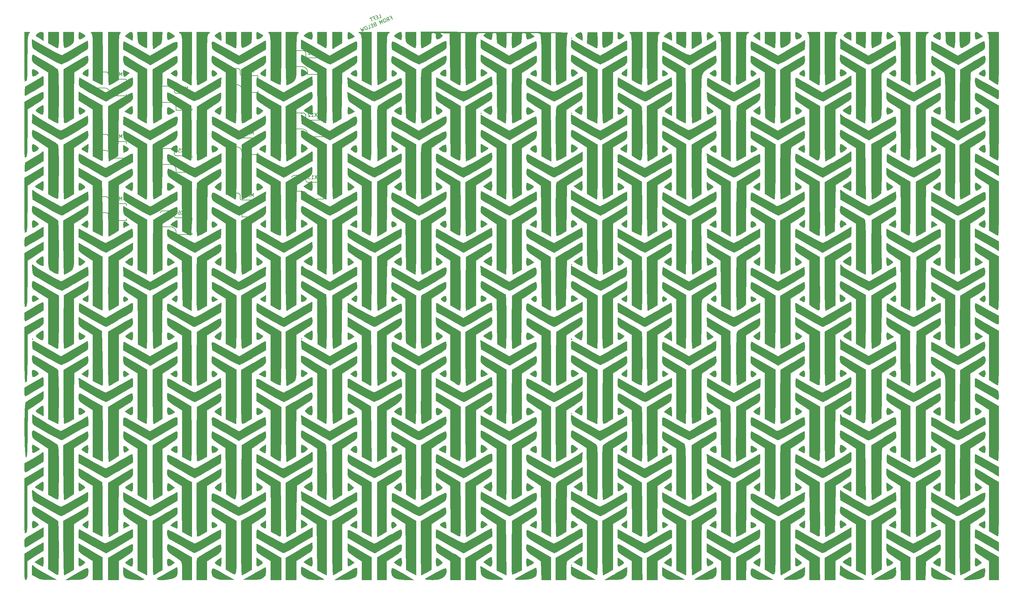
<source format=gbr>
G04 #@! TF.GenerationSoftware,KiCad,Pcbnew,(5.1.4)-1*
G04 #@! TF.CreationDate,2023-01-08T18:51:57-05:00*
G04 #@! TF.ProjectId,ThumbsUp,5468756d-6273-4557-902e-6b696361645f,rev?*
G04 #@! TF.SameCoordinates,Original*
G04 #@! TF.FileFunction,Legend,Bot*
G04 #@! TF.FilePolarity,Positive*
%FSLAX46Y46*%
G04 Gerber Fmt 4.6, Leading zero omitted, Abs format (unit mm)*
G04 Created by KiCad (PCBNEW (5.1.4)-1) date 2023-01-08 18:51:57*
%MOMM*%
%LPD*%
G04 APERTURE LIST*
%ADD10C,0.150000*%
%ADD11C,0.010000*%
G04 APERTURE END LIST*
D10*
X103706513Y-503173139D02*
X104148029Y-502994755D01*
X103773422Y-502067571D01*
X103201229Y-502812340D02*
X102892167Y-502937209D01*
X102955935Y-503476392D02*
X103397451Y-503298008D01*
X103022845Y-502370824D01*
X102581329Y-502549208D01*
X102053287Y-503276139D02*
X102362348Y-503151270D01*
X102558571Y-503636938D02*
X102183964Y-502709754D01*
X101742448Y-502888138D01*
X101521690Y-502977330D02*
X100991870Y-503191391D01*
X101631387Y-504011545D02*
X101256780Y-503084361D01*
X106865791Y-503111343D02*
X107174852Y-502986474D01*
X107371075Y-503472142D02*
X106996468Y-502544958D01*
X106554952Y-502723342D01*
X106046526Y-504007294D02*
X106177204Y-503440909D01*
X106576346Y-503793233D02*
X106201739Y-502866050D01*
X105848526Y-503008757D01*
X105778061Y-503088585D01*
X105751748Y-503150575D01*
X105743273Y-503256717D01*
X105796789Y-503389172D01*
X105876617Y-503459637D01*
X105938607Y-503485950D01*
X106044749Y-503494425D01*
X106397962Y-503351717D01*
X105097949Y-503312010D02*
X104921342Y-503383364D01*
X104850878Y-503463192D01*
X104798251Y-503587172D01*
X104825453Y-503781617D01*
X104950322Y-504090678D01*
X105065827Y-504249446D01*
X105189807Y-504302073D01*
X105295949Y-504310547D01*
X105472555Y-504239194D01*
X105543020Y-504159365D01*
X105595647Y-504035385D01*
X105568445Y-503840940D01*
X105443576Y-503531879D01*
X105328071Y-503373111D01*
X105204090Y-503320485D01*
X105097949Y-503312010D01*
X104677826Y-504560285D02*
X104303220Y-503633101D01*
X104261735Y-504420244D01*
X103685097Y-503882839D01*
X104059704Y-504810023D01*
X102406478Y-504913023D02*
X102291862Y-505010689D01*
X102265549Y-505072679D01*
X102257074Y-505178821D01*
X102310589Y-505311276D01*
X102390417Y-505381741D01*
X102452407Y-505408054D01*
X102558549Y-505416529D01*
X102911762Y-505273821D01*
X102537155Y-504346638D01*
X102228094Y-504471506D01*
X102157629Y-504551335D01*
X102131316Y-504613325D01*
X102122841Y-504719467D01*
X102158518Y-504807770D01*
X102238346Y-504878235D01*
X102300337Y-504904548D01*
X102406478Y-504913023D01*
X102715539Y-504788154D01*
X101788356Y-505162760D02*
X101479294Y-505287629D01*
X101543062Y-505826812D02*
X101984578Y-505648428D01*
X101609971Y-504721244D01*
X101168455Y-504899628D01*
X100704181Y-506165742D02*
X101145697Y-505987358D01*
X100771091Y-505060174D01*
X99843907Y-505434781D02*
X99667301Y-505506134D01*
X99596836Y-505585963D01*
X99544209Y-505709943D01*
X99571411Y-505904388D01*
X99696280Y-506213449D01*
X99811785Y-506372217D01*
X99935766Y-506424843D01*
X100041907Y-506433318D01*
X100218514Y-506361964D01*
X100288978Y-506282136D01*
X100341605Y-506158156D01*
X100314403Y-505963711D01*
X100189534Y-505654650D01*
X100074029Y-505495882D01*
X99950049Y-505443255D01*
X99843907Y-505434781D01*
X99137481Y-505720195D02*
X99291330Y-506736571D01*
X98847147Y-506145650D01*
X98938117Y-506879278D01*
X98342752Y-506041286D01*
D11*
G36*
X157576842Y-508735789D02*
G01*
X157710526Y-508869473D01*
X157844210Y-508735789D01*
X157710526Y-508602105D01*
X157576842Y-508735789D01*
X157576842Y-508735789D01*
G37*
X157576842Y-508735789D02*
X157710526Y-508869473D01*
X157844210Y-508735789D01*
X157710526Y-508602105D01*
X157576842Y-508735789D01*
G36*
X19156990Y-507224160D02*
G01*
X19086389Y-507775187D01*
X19080000Y-508045087D01*
X19115881Y-508789296D01*
X19300881Y-509070217D01*
X19751035Y-508956416D01*
X20216316Y-508716545D01*
X20739646Y-508397648D01*
X20924895Y-508131070D01*
X20732586Y-507846546D01*
X20123238Y-507473812D01*
X19280526Y-507051035D01*
X19156990Y-507224160D01*
X19156990Y-507224160D01*
G37*
X19156990Y-507224160D02*
X19086389Y-507775187D01*
X19080000Y-508045087D01*
X19115881Y-508789296D01*
X19300881Y-509070217D01*
X19751035Y-508956416D01*
X20216316Y-508716545D01*
X20739646Y-508397648D01*
X20924895Y-508131070D01*
X20732586Y-507846546D01*
X20123238Y-507473812D01*
X19280526Y-507051035D01*
X19156990Y-507224160D01*
G36*
X69155566Y-507235226D02*
G01*
X69083176Y-507828068D01*
X69077895Y-508067368D01*
X69157902Y-508825429D01*
X69432402Y-509106844D01*
X69953116Y-508932841D01*
X70410742Y-508614446D01*
X70832148Y-508233629D01*
X70951516Y-508003510D01*
X70945479Y-507996997D01*
X70428130Y-507620723D01*
X69838457Y-507254509D01*
X69385200Y-507024008D01*
X69285772Y-506997895D01*
X69155566Y-507235226D01*
X69155566Y-507235226D01*
G37*
X69155566Y-507235226D02*
X69083176Y-507828068D01*
X69077895Y-508067368D01*
X69157902Y-508825429D01*
X69432402Y-509106844D01*
X69953116Y-508932841D01*
X70410742Y-508614446D01*
X70832148Y-508233629D01*
X70951516Y-508003510D01*
X70945479Y-507996997D01*
X70428130Y-507620723D01*
X69838457Y-507254509D01*
X69385200Y-507024008D01*
X69285772Y-506997895D01*
X69155566Y-507235226D01*
G36*
X83761171Y-507122603D02*
G01*
X83132885Y-507420034D01*
X82627524Y-507775144D01*
X82446316Y-508048598D01*
X82663556Y-508264767D01*
X83187037Y-508576722D01*
X83824401Y-508887011D01*
X84383289Y-509098180D01*
X84594334Y-509136842D01*
X84756087Y-508899623D01*
X84846049Y-508307028D01*
X84852631Y-508067368D01*
X84808596Y-507368940D01*
X84628516Y-507059966D01*
X84308488Y-506997895D01*
X83761171Y-507122603D01*
X83761171Y-507122603D01*
G37*
X83761171Y-507122603D02*
X83132885Y-507420034D01*
X82627524Y-507775144D01*
X82446316Y-508048598D01*
X82663556Y-508264767D01*
X83187037Y-508576722D01*
X83824401Y-508887011D01*
X84383289Y-509098180D01*
X84594334Y-509136842D01*
X84756087Y-508899623D01*
X84846049Y-508307028D01*
X84852631Y-508067368D01*
X84808596Y-507368940D01*
X84628516Y-507059966D01*
X84308488Y-506997895D01*
X83761171Y-507122603D01*
G36*
X94820199Y-507235675D02*
G01*
X94750364Y-507827952D01*
X94745263Y-508067368D01*
X94779265Y-508788192D01*
X94957741Y-509067381D01*
X95395397Y-508964862D01*
X95934634Y-508688747D01*
X96722952Y-508262062D01*
X95934634Y-507631306D01*
X95373138Y-507220573D01*
X94987848Y-507007503D01*
X94945789Y-506999223D01*
X94820199Y-507235675D01*
X94820199Y-507235675D01*
G37*
X94820199Y-507235675D02*
X94750364Y-507827952D01*
X94745263Y-508067368D01*
X94779265Y-508788192D01*
X94957741Y-509067381D01*
X95395397Y-508964862D01*
X95934634Y-508688747D01*
X96722952Y-508262062D01*
X95934634Y-507631306D01*
X95373138Y-507220573D01*
X94987848Y-507007503D01*
X94945789Y-506999223D01*
X94820199Y-507235675D01*
G36*
X170755566Y-507235226D02*
G01*
X170683176Y-507828068D01*
X170677895Y-508067368D01*
X170757902Y-508825429D01*
X171032402Y-509106844D01*
X171553116Y-508932841D01*
X172010742Y-508614446D01*
X172432148Y-508233629D01*
X172551516Y-508003510D01*
X172545479Y-507996997D01*
X172028130Y-507620723D01*
X171438457Y-507254509D01*
X170985200Y-507024008D01*
X170885772Y-506997895D01*
X170755566Y-507235226D01*
X170755566Y-507235226D01*
G37*
X170755566Y-507235226D02*
X170683176Y-507828068D01*
X170677895Y-508067368D01*
X170757902Y-508825429D01*
X171032402Y-509106844D01*
X171553116Y-508932841D01*
X172010742Y-508614446D01*
X172432148Y-508233629D01*
X172551516Y-508003510D01*
X172545479Y-507996997D01*
X172028130Y-507620723D01*
X171438457Y-507254509D01*
X170985200Y-507024008D01*
X170885772Y-506997895D01*
X170755566Y-507235226D01*
G36*
X220685839Y-507508609D02*
G01*
X220675789Y-508067368D01*
X220739157Y-508795672D01*
X220993733Y-509075812D01*
X221536230Y-508961543D01*
X221945789Y-508773244D01*
X222451691Y-508399867D01*
X222445867Y-508005544D01*
X221922944Y-507549823D01*
X221770852Y-507456594D01*
X221114796Y-507100684D01*
X220792623Y-507095992D01*
X220685839Y-507508609D01*
X220685839Y-507508609D01*
G37*
X220685839Y-507508609D02*
X220675789Y-508067368D01*
X220739157Y-508795672D01*
X220993733Y-509075812D01*
X221536230Y-508961543D01*
X221945789Y-508773244D01*
X222451691Y-508399867D01*
X222445867Y-508005544D01*
X221922944Y-507549823D01*
X221770852Y-507456594D01*
X221114796Y-507100684D01*
X220792623Y-507095992D01*
X220685839Y-507508609D01*
G36*
X246373303Y-507471043D02*
G01*
X246343158Y-508067368D01*
X246377201Y-508788368D01*
X246555816Y-509067462D01*
X246993730Y-508964685D01*
X247531569Y-508689250D01*
X248318927Y-508263068D01*
X247583501Y-507630481D01*
X246925656Y-507135800D01*
X246544339Y-507074876D01*
X246373303Y-507471043D01*
X246373303Y-507471043D01*
G37*
X246373303Y-507471043D02*
X246343158Y-508067368D01*
X246377201Y-508788368D01*
X246555816Y-509067462D01*
X246993730Y-508964685D01*
X247531569Y-508689250D01*
X248318927Y-508263068D01*
X247583501Y-507630481D01*
X246925656Y-507135800D01*
X246544339Y-507074876D01*
X246373303Y-507471043D01*
G36*
X271255375Y-507432245D02*
G01*
X271208421Y-508067368D01*
X271265796Y-508777636D01*
X271500244Y-509069215D01*
X272005251Y-508981773D01*
X272645167Y-508676992D01*
X273413493Y-508273865D01*
X272645167Y-507645495D01*
X271919629Y-507135130D01*
X271473986Y-507058872D01*
X271255375Y-507432245D01*
X271255375Y-507432245D01*
G37*
X271255375Y-507432245D02*
X271208421Y-508067368D01*
X271265796Y-508777636D01*
X271500244Y-509069215D01*
X272005251Y-508981773D01*
X272645167Y-508676992D01*
X273413493Y-508273865D01*
X272645167Y-507645495D01*
X271919629Y-507135130D01*
X271473986Y-507058872D01*
X271255375Y-507432245D01*
G36*
X8093471Y-507129176D02*
G01*
X7576560Y-507439745D01*
X7170115Y-507804693D01*
X7034595Y-508099109D01*
X7072341Y-508156261D01*
X7349210Y-508334735D01*
X7915915Y-508682484D01*
X8184737Y-508844850D01*
X9187368Y-509447823D01*
X9187368Y-508222859D01*
X9159016Y-507470229D01*
X9025857Y-507110372D01*
X8715740Y-507002320D01*
X8560386Y-506997895D01*
X8093471Y-507129176D01*
X8093471Y-507129176D01*
G37*
X8093471Y-507129176D02*
X7576560Y-507439745D01*
X7170115Y-507804693D01*
X7034595Y-508099109D01*
X7072341Y-508156261D01*
X7349210Y-508334735D01*
X7915915Y-508682484D01*
X8184737Y-508844850D01*
X9187368Y-509447823D01*
X9187368Y-508222859D01*
X9159016Y-507470229D01*
X9025857Y-507110372D01*
X8715740Y-507002320D01*
X8560386Y-506997895D01*
X8093471Y-507129176D01*
G36*
X33473631Y-507138008D02*
G01*
X32826984Y-507617840D01*
X32106254Y-508237785D01*
X33094726Y-508820998D01*
X33726337Y-509178863D01*
X34138157Y-509384680D01*
X34201599Y-509404210D01*
X34272239Y-509165019D01*
X34314589Y-508559901D01*
X34320000Y-508201052D01*
X34238751Y-507364838D01*
X33969420Y-507015487D01*
X33473631Y-507138008D01*
X33473631Y-507138008D01*
G37*
X33473631Y-507138008D02*
X32826984Y-507617840D01*
X32106254Y-508237785D01*
X33094726Y-508820998D01*
X33726337Y-509178863D01*
X34138157Y-509384680D01*
X34201599Y-509404210D01*
X34272239Y-509165019D01*
X34314589Y-508559901D01*
X34320000Y-508201052D01*
X34238751Y-507364838D01*
X33969420Y-507015487D01*
X33473631Y-507138008D01*
G36*
X43990449Y-507435648D02*
G01*
X43945263Y-508051589D01*
X43991395Y-508747500D01*
X44106122Y-509173135D01*
X44145789Y-509215856D01*
X44481471Y-509161517D01*
X45068637Y-508889589D01*
X45254376Y-508783127D01*
X46162436Y-508239827D01*
X45388060Y-507620189D01*
X44657791Y-507120400D01*
X44209387Y-507053664D01*
X43990449Y-507435648D01*
X43990449Y-507435648D01*
G37*
X43990449Y-507435648D02*
X43945263Y-508051589D01*
X43991395Y-508747500D01*
X44106122Y-509173135D01*
X44145789Y-509215856D01*
X44481471Y-509161517D01*
X45068637Y-508889589D01*
X45254376Y-508783127D01*
X46162436Y-508239827D01*
X45388060Y-507620189D01*
X44657791Y-507120400D01*
X44209387Y-507053664D01*
X43990449Y-507435648D01*
G36*
X58635195Y-507132967D02*
G01*
X58104285Y-507449965D01*
X57623639Y-507816561D01*
X57383634Y-508100424D01*
X57382534Y-508140235D01*
X57638176Y-508415623D01*
X58176810Y-508815801D01*
X58320885Y-508909437D01*
X59185263Y-509456722D01*
X59185263Y-508227308D01*
X59154241Y-507500491D01*
X59075585Y-507059280D01*
X59025990Y-506997895D01*
X58635195Y-507132967D01*
X58635195Y-507132967D01*
G37*
X58635195Y-507132967D02*
X58104285Y-507449965D01*
X57623639Y-507816561D01*
X57383634Y-508100424D01*
X57382534Y-508140235D01*
X57638176Y-508415623D01*
X58176810Y-508815801D01*
X58320885Y-508909437D01*
X59185263Y-509456722D01*
X59185263Y-508227308D01*
X59154241Y-507500491D01*
X59075585Y-507059280D01*
X59025990Y-506997895D01*
X58635195Y-507132967D01*
G36*
X109269283Y-507124023D02*
G01*
X108688523Y-507422483D01*
X108151086Y-507773392D01*
X107858027Y-508056864D01*
X107846316Y-508098605D01*
X108054176Y-508353143D01*
X108549780Y-508694095D01*
X109141165Y-509014471D01*
X109636366Y-509207282D01*
X109829224Y-509203758D01*
X109957694Y-508830076D01*
X109988153Y-508214026D01*
X109933755Y-507567524D01*
X109807654Y-507102487D01*
X109692305Y-506997895D01*
X109269283Y-507124023D01*
X109269283Y-507124023D01*
G37*
X109269283Y-507124023D02*
X108688523Y-507422483D01*
X108151086Y-507773392D01*
X107858027Y-508056864D01*
X107846316Y-508098605D01*
X108054176Y-508353143D01*
X108549780Y-508694095D01*
X109141165Y-509014471D01*
X109636366Y-509207282D01*
X109829224Y-509203758D01*
X109957694Y-508830076D01*
X109988153Y-508214026D01*
X109933755Y-507567524D01*
X109807654Y-507102487D01*
X109692305Y-506997895D01*
X109269283Y-507124023D01*
G36*
X159883671Y-507168962D02*
G01*
X159536091Y-507316996D01*
X158925156Y-507697333D01*
X158799238Y-508055770D01*
X159166868Y-508462359D01*
X159718028Y-508810615D01*
X160785263Y-509420177D01*
X160785263Y-508358499D01*
X160703465Y-507508639D01*
X160421313Y-507127450D01*
X159883671Y-507168962D01*
X159883671Y-507168962D01*
G37*
X159883671Y-507168962D02*
X159536091Y-507316996D01*
X158925156Y-507697333D01*
X158799238Y-508055770D01*
X159166868Y-508462359D01*
X159718028Y-508810615D01*
X160785263Y-509420177D01*
X160785263Y-508358499D01*
X160703465Y-507508639D01*
X160421313Y-507127450D01*
X159883671Y-507168962D01*
G36*
X185145977Y-507149762D02*
G01*
X184458221Y-507633646D01*
X183666968Y-508266741D01*
X184792431Y-508840910D01*
X185917895Y-509415078D01*
X185917895Y-508206486D01*
X185851788Y-507384863D01*
X185614145Y-507040338D01*
X185145977Y-507149762D01*
X185145977Y-507149762D01*
G37*
X185145977Y-507149762D02*
X184458221Y-507633646D01*
X183666968Y-508266741D01*
X184792431Y-508840910D01*
X185917895Y-509415078D01*
X185917895Y-508206486D01*
X185851788Y-507384863D01*
X185614145Y-507040338D01*
X185145977Y-507149762D01*
G36*
X195843184Y-507505870D02*
G01*
X195810526Y-508201052D01*
X195823766Y-508913315D01*
X195857273Y-509332832D01*
X195877368Y-509382060D01*
X196124431Y-509241720D01*
X196658313Y-508919050D01*
X196851957Y-508800052D01*
X197759703Y-508240194D01*
X197037574Y-507619044D01*
X196388405Y-507132213D01*
X196012769Y-507083820D01*
X195843184Y-507505870D01*
X195843184Y-507505870D01*
G37*
X195843184Y-507505870D02*
X195810526Y-508201052D01*
X195823766Y-508913315D01*
X195857273Y-509332832D01*
X195877368Y-509382060D01*
X196124431Y-509241720D01*
X196658313Y-508919050D01*
X196851957Y-508800052D01*
X197759703Y-508240194D01*
X197037574Y-507619044D01*
X196388405Y-507132213D01*
X196012769Y-507083820D01*
X195843184Y-507505870D01*
G36*
X210262375Y-507129269D02*
G01*
X209723949Y-507436850D01*
X209210549Y-507790823D01*
X208924122Y-508061373D01*
X208911579Y-508098605D01*
X209119985Y-508336567D01*
X209640351Y-508707353D01*
X209847368Y-508834047D01*
X210783158Y-509386176D01*
X210783158Y-508192035D01*
X210751275Y-507477395D01*
X210670677Y-507050799D01*
X210623884Y-506997895D01*
X210262375Y-507129269D01*
X210262375Y-507129269D01*
G37*
X210262375Y-507129269D02*
X209723949Y-507436850D01*
X209210549Y-507790823D01*
X208924122Y-508061373D01*
X208911579Y-508098605D01*
X209119985Y-508336567D01*
X209640351Y-508707353D01*
X209847368Y-508834047D01*
X210783158Y-509386176D01*
X210783158Y-508192035D01*
X210751275Y-507477395D01*
X210670677Y-507050799D01*
X210623884Y-506997895D01*
X210262375Y-507129269D01*
G36*
X235276697Y-507159271D02*
G01*
X234690668Y-507502140D01*
X234326047Y-507847080D01*
X234287916Y-508135276D01*
X234627766Y-508451946D01*
X235397089Y-508882306D01*
X235581579Y-508976608D01*
X236450526Y-509417942D01*
X236450526Y-508207918D01*
X236417661Y-507456192D01*
X236276524Y-507099324D01*
X235963304Y-506999289D01*
X235891119Y-506997895D01*
X235276697Y-507159271D01*
X235276697Y-507159271D01*
G37*
X235276697Y-507159271D02*
X234690668Y-507502140D01*
X234326047Y-507847080D01*
X234287916Y-508135276D01*
X234627766Y-508451946D01*
X235397089Y-508882306D01*
X235581579Y-508976608D01*
X236450526Y-509417942D01*
X236450526Y-508207918D01*
X236417661Y-507456192D01*
X236276524Y-507099324D01*
X235963304Y-506999289D01*
X235891119Y-506997895D01*
X235276697Y-507159271D01*
G36*
X260867177Y-507124023D02*
G01*
X260286418Y-507422483D01*
X259748980Y-507773392D01*
X259455922Y-508056864D01*
X259444210Y-508098605D01*
X259652071Y-508353143D01*
X260147675Y-508694095D01*
X260739060Y-509014471D01*
X261234260Y-509207282D01*
X261427119Y-509203758D01*
X261555589Y-508830076D01*
X261586048Y-508214026D01*
X261531650Y-507567524D01*
X261405549Y-507102487D01*
X261290200Y-506997895D01*
X260867177Y-507124023D01*
X260867177Y-507124023D01*
G37*
X260867177Y-507124023D02*
X260286418Y-507422483D01*
X259748980Y-507773392D01*
X259455922Y-508056864D01*
X259444210Y-508098605D01*
X259652071Y-508353143D01*
X260147675Y-508694095D01*
X260739060Y-509014471D01*
X261234260Y-509207282D01*
X261427119Y-509203758D01*
X261555589Y-508830076D01*
X261586048Y-508214026D01*
X261531650Y-507567524D01*
X261405549Y-507102487D01*
X261290200Y-506997895D01*
X260867177Y-507124023D01*
G36*
X10524210Y-510160598D02*
G01*
X11761044Y-510851878D01*
X12500208Y-511242055D01*
X13053927Y-511492718D01*
X13231571Y-511543158D01*
X13337173Y-511296314D01*
X13417940Y-510637603D01*
X13461250Y-509689753D01*
X13465263Y-509270526D01*
X13465263Y-506997895D01*
X10524210Y-506997895D01*
X10524210Y-510160598D01*
X10524210Y-510160598D01*
G37*
X10524210Y-510160598D02*
X11761044Y-510851878D01*
X12500208Y-511242055D01*
X13053927Y-511492718D01*
X13231571Y-511543158D01*
X13337173Y-511296314D01*
X13417940Y-510637603D01*
X13461250Y-509689753D01*
X13465263Y-509270526D01*
X13465263Y-506997895D01*
X10524210Y-506997895D01*
X10524210Y-510160598D01*
G36*
X14802105Y-509270526D02*
G01*
X14816889Y-510453972D01*
X14906280Y-511161028D01*
X15137835Y-511449994D01*
X15579113Y-511379172D01*
X16297672Y-511006862D01*
X16606842Y-510827960D01*
X17238940Y-510438291D01*
X17578290Y-510091299D01*
X17715958Y-509606996D01*
X17743008Y-508805396D01*
X17743158Y-508582073D01*
X17743158Y-506997895D01*
X14802105Y-506997895D01*
X14802105Y-509270526D01*
X14802105Y-509270526D01*
G37*
X14802105Y-509270526D02*
X14816889Y-510453972D01*
X14906280Y-511161028D01*
X15137835Y-511449994D01*
X15579113Y-511379172D01*
X16297672Y-511006862D01*
X16606842Y-510827960D01*
X17238940Y-510438291D01*
X17578290Y-510091299D01*
X17715958Y-509606996D01*
X17743008Y-508805396D01*
X17743158Y-508582073D01*
X17743158Y-506997895D01*
X14802105Y-506997895D01*
X14802105Y-509270526D01*
G36*
X35710926Y-508629512D02*
G01*
X35771352Y-509537384D01*
X35903567Y-510085859D01*
X36201685Y-510449809D01*
X36759821Y-510804109D01*
X36934019Y-510902144D01*
X37620949Y-511273980D01*
X38093740Y-511505294D01*
X38204019Y-511543158D01*
X38261190Y-511296270D01*
X38304914Y-510637451D01*
X38328357Y-509689462D01*
X38330526Y-509270526D01*
X38330526Y-506997895D01*
X35631326Y-506997895D01*
X35710926Y-508629512D01*
X35710926Y-508629512D01*
G37*
X35710926Y-508629512D02*
X35771352Y-509537384D01*
X35903567Y-510085859D01*
X36201685Y-510449809D01*
X36759821Y-510804109D01*
X36934019Y-510902144D01*
X37620949Y-511273980D01*
X38093740Y-511505294D01*
X38204019Y-511543158D01*
X38261190Y-511296270D01*
X38304914Y-510637451D01*
X38328357Y-509689462D01*
X38330526Y-509270526D01*
X38330526Y-506997895D01*
X35631326Y-506997895D01*
X35710926Y-508629512D01*
G36*
X60522105Y-510197307D02*
G01*
X61850059Y-510870233D01*
X62603300Y-511239965D01*
X63146493Y-511484384D01*
X63320585Y-511543158D01*
X63385017Y-511296275D01*
X63434293Y-510637468D01*
X63460712Y-509689495D01*
X63463158Y-509270526D01*
X63463158Y-506997895D01*
X60522105Y-506997895D01*
X60522105Y-510197307D01*
X60522105Y-510197307D01*
G37*
X60522105Y-510197307D02*
X61850059Y-510870233D01*
X62603300Y-511239965D01*
X63146493Y-511484384D01*
X63320585Y-511543158D01*
X63385017Y-511296275D01*
X63434293Y-510637468D01*
X63460712Y-509689495D01*
X63463158Y-509270526D01*
X63463158Y-506997895D01*
X60522105Y-506997895D01*
X60522105Y-510197307D01*
G36*
X64800000Y-509270526D02*
G01*
X64814784Y-510453972D01*
X64904175Y-511161028D01*
X65135730Y-511449994D01*
X65577008Y-511379172D01*
X66295567Y-511006862D01*
X66604737Y-510827960D01*
X67236835Y-510438291D01*
X67576185Y-510091299D01*
X67713852Y-509606996D01*
X67740903Y-508805396D01*
X67741053Y-508582073D01*
X67741053Y-506997895D01*
X64800000Y-506997895D01*
X64800000Y-509270526D01*
X64800000Y-509270526D01*
G37*
X64800000Y-509270526D02*
X64814784Y-510453972D01*
X64904175Y-511161028D01*
X65135730Y-511449994D01*
X65577008Y-511379172D01*
X66295567Y-511006862D01*
X66604737Y-510827960D01*
X67236835Y-510438291D01*
X67576185Y-510091299D01*
X67713852Y-509606996D01*
X67740903Y-508805396D01*
X67741053Y-508582073D01*
X67741053Y-506997895D01*
X64800000Y-506997895D01*
X64800000Y-509270526D01*
G36*
X86189474Y-510155504D02*
G01*
X87373400Y-510849331D01*
X88075126Y-511244506D01*
X88574009Y-511495783D01*
X88710242Y-511543158D01*
X88779347Y-511296279D01*
X88832198Y-510637480D01*
X88860535Y-509689518D01*
X88863158Y-509270526D01*
X88863158Y-506997895D01*
X86189474Y-506997895D01*
X86189474Y-510155504D01*
X86189474Y-510155504D01*
G37*
X86189474Y-510155504D02*
X87373400Y-510849331D01*
X88075126Y-511244506D01*
X88574009Y-511495783D01*
X88710242Y-511543158D01*
X88779347Y-511296279D01*
X88832198Y-510637480D01*
X88860535Y-509689518D01*
X88863158Y-509270526D01*
X88863158Y-506997895D01*
X86189474Y-506997895D01*
X86189474Y-510155504D01*
G36*
X111054737Y-508426982D02*
G01*
X111126909Y-509456703D01*
X111363691Y-510088301D01*
X111522631Y-510266319D01*
X112014313Y-510619619D01*
X112689674Y-511021438D01*
X113351638Y-511363602D01*
X113803126Y-511537935D01*
X113848828Y-511543158D01*
X113915243Y-511296277D01*
X113966036Y-510637473D01*
X113993269Y-509689504D01*
X113995789Y-509270526D01*
X113995789Y-506997895D01*
X111054737Y-506997895D01*
X111054737Y-508426982D01*
X111054737Y-508426982D01*
G37*
X111054737Y-508426982D02*
X111126909Y-509456703D01*
X111363691Y-510088301D01*
X111522631Y-510266319D01*
X112014313Y-510619619D01*
X112689674Y-511021438D01*
X113351638Y-511363602D01*
X113803126Y-511537935D01*
X113848828Y-511543158D01*
X113915243Y-511296277D01*
X113966036Y-510637473D01*
X113993269Y-509689504D01*
X113995789Y-509270526D01*
X113995789Y-506997895D01*
X111054737Y-506997895D01*
X111054737Y-508426982D01*
G36*
X162175936Y-508657850D02*
G01*
X162096082Y-510184120D01*
X163437047Y-510863639D01*
X164196330Y-511235630D01*
X164748399Y-511482447D01*
X164931398Y-511543158D01*
X164992947Y-511296862D01*
X165023171Y-510640900D01*
X165017800Y-509699655D01*
X165007129Y-509337368D01*
X164929474Y-507131579D01*
X162255789Y-507131579D01*
X162175936Y-508657850D01*
X162175936Y-508657850D01*
G37*
X162175936Y-508657850D02*
X162096082Y-510184120D01*
X163437047Y-510863639D01*
X164196330Y-511235630D01*
X164748399Y-511482447D01*
X164931398Y-511543158D01*
X164992947Y-511296862D01*
X165023171Y-510640900D01*
X165017800Y-509699655D01*
X165007129Y-509337368D01*
X164929474Y-507131579D01*
X162255789Y-507131579D01*
X162175936Y-508657850D01*
G36*
X166400000Y-509270526D02*
G01*
X166414784Y-510453972D01*
X166504175Y-511161028D01*
X166735730Y-511449994D01*
X167177008Y-511379172D01*
X167895567Y-511006862D01*
X168204737Y-510827960D01*
X168836835Y-510438291D01*
X169176185Y-510091299D01*
X169313852Y-509606996D01*
X169340903Y-508805396D01*
X169341053Y-508582073D01*
X169341053Y-506997895D01*
X166400000Y-506997895D01*
X166400000Y-509270526D01*
X166400000Y-509270526D01*
G37*
X166400000Y-509270526D02*
X166414784Y-510453972D01*
X166504175Y-511161028D01*
X166735730Y-511449994D01*
X167177008Y-511379172D01*
X167895567Y-511006862D01*
X168204737Y-510827960D01*
X168836835Y-510438291D01*
X169176185Y-510091299D01*
X169313852Y-509606996D01*
X169340903Y-508805396D01*
X169341053Y-508582073D01*
X169341053Y-506997895D01*
X166400000Y-506997895D01*
X166400000Y-509270526D01*
G36*
X187254737Y-510155504D02*
G01*
X188438663Y-510849331D01*
X189140389Y-511244506D01*
X189639272Y-511495783D01*
X189775505Y-511543158D01*
X189844610Y-511296279D01*
X189897461Y-510637480D01*
X189925798Y-509689518D01*
X189928421Y-509270526D01*
X189928421Y-506997895D01*
X187254737Y-506997895D01*
X187254737Y-510155504D01*
X187254737Y-510155504D01*
G37*
X187254737Y-510155504D02*
X188438663Y-510849331D01*
X189140389Y-511244506D01*
X189639272Y-511495783D01*
X189775505Y-511543158D01*
X189844610Y-511296279D01*
X189897461Y-510637480D01*
X189925798Y-509689518D01*
X189928421Y-509270526D01*
X189928421Y-506997895D01*
X187254737Y-506997895D01*
X187254737Y-510155504D01*
G36*
X212120000Y-510197307D02*
G01*
X213447954Y-510870233D01*
X214201194Y-511239965D01*
X214744388Y-511484384D01*
X214918480Y-511543158D01*
X214982911Y-511296275D01*
X215032188Y-510637468D01*
X215058607Y-509689495D01*
X215061053Y-509270526D01*
X215061053Y-506997895D01*
X212120000Y-506997895D01*
X212120000Y-510197307D01*
X212120000Y-510197307D01*
G37*
X212120000Y-510197307D02*
X213447954Y-510870233D01*
X214201194Y-511239965D01*
X214744388Y-511484384D01*
X214918480Y-511543158D01*
X214982911Y-511296275D01*
X215032188Y-510637468D01*
X215058607Y-509689495D01*
X215061053Y-509270526D01*
X215061053Y-506997895D01*
X212120000Y-506997895D01*
X212120000Y-510197307D01*
G36*
X216397895Y-509270526D02*
G01*
X216412679Y-510453972D01*
X216502069Y-511161028D01*
X216733625Y-511449994D01*
X217174903Y-511379172D01*
X217893462Y-511006862D01*
X218202631Y-510827960D01*
X218834730Y-510438291D01*
X219174080Y-510091299D01*
X219311747Y-509606996D01*
X219338797Y-508805396D01*
X219338947Y-508582073D01*
X219338947Y-506997895D01*
X216397895Y-506997895D01*
X216397895Y-509270526D01*
X216397895Y-509270526D01*
G37*
X216397895Y-509270526D02*
X216412679Y-510453972D01*
X216502069Y-511161028D01*
X216733625Y-511449994D01*
X217174903Y-511379172D01*
X217893462Y-511006862D01*
X218202631Y-510827960D01*
X218834730Y-510438291D01*
X219174080Y-510091299D01*
X219311747Y-509606996D01*
X219338797Y-508805396D01*
X219338947Y-508582073D01*
X219338947Y-506997895D01*
X216397895Y-506997895D01*
X216397895Y-509270526D01*
G36*
X237787368Y-510160598D02*
G01*
X239024202Y-510851878D01*
X239734037Y-511238962D01*
X240227206Y-511489825D01*
X240361044Y-511543158D01*
X240406241Y-511296263D01*
X240440806Y-510637427D01*
X240459338Y-509689417D01*
X240461053Y-509270526D01*
X240461053Y-506997895D01*
X237787368Y-506997895D01*
X237787368Y-510160598D01*
X237787368Y-510160598D01*
G37*
X237787368Y-510160598D02*
X239024202Y-510851878D01*
X239734037Y-511238962D01*
X240227206Y-511489825D01*
X240361044Y-511543158D01*
X240406241Y-511296263D01*
X240440806Y-510637427D01*
X240459338Y-509689417D01*
X240461053Y-509270526D01*
X240461053Y-506997895D01*
X237787368Y-506997895D01*
X237787368Y-510160598D01*
G36*
X242065263Y-509270526D02*
G01*
X242087021Y-510295714D01*
X242145086Y-511077562D01*
X242228648Y-511494177D01*
X242265789Y-511531341D01*
X242606275Y-511410133D01*
X243230260Y-511118356D01*
X243535789Y-510963047D01*
X244200300Y-510609789D01*
X244632802Y-510365830D01*
X244705717Y-510317392D01*
X244775243Y-510024638D01*
X244854363Y-509354132D01*
X244914267Y-508613055D01*
X245022363Y-506997895D01*
X242065263Y-506997895D01*
X242065263Y-509270526D01*
X242065263Y-509270526D01*
G37*
X242065263Y-509270526D02*
X242087021Y-510295714D01*
X242145086Y-511077562D01*
X242228648Y-511494177D01*
X242265789Y-511531341D01*
X242606275Y-511410133D01*
X243230260Y-511118356D01*
X243535789Y-510963047D01*
X244200300Y-510609789D01*
X244632802Y-510365830D01*
X244705717Y-510317392D01*
X244775243Y-510024638D01*
X244854363Y-509354132D01*
X244914267Y-508613055D01*
X245022363Y-506997895D01*
X242065263Y-506997895D01*
X242065263Y-509270526D01*
G36*
X262974084Y-508661682D02*
G01*
X263034363Y-509581968D01*
X263161789Y-510138108D01*
X263442609Y-510500350D01*
X263963071Y-510838944D01*
X264123158Y-510929916D01*
X264804689Y-511293206D01*
X265288305Y-511511206D01*
X265393158Y-511538759D01*
X265483758Y-511293988D01*
X265553057Y-510637009D01*
X265590231Y-509690247D01*
X265593684Y-509270526D01*
X265593684Y-506997895D01*
X262894484Y-506997895D01*
X262974084Y-508661682D01*
X262974084Y-508661682D01*
G37*
X262974084Y-508661682D02*
X263034363Y-509581968D01*
X263161789Y-510138108D01*
X263442609Y-510500350D01*
X263963071Y-510838944D01*
X264123158Y-510929916D01*
X264804689Y-511293206D01*
X265288305Y-511511206D01*
X265393158Y-511538759D01*
X265483758Y-511293988D01*
X265553057Y-510637009D01*
X265590231Y-509690247D01*
X265593684Y-509270526D01*
X265593684Y-506997895D01*
X262894484Y-506997895D01*
X262974084Y-508661682D01*
G36*
X266930526Y-509270526D02*
G01*
X266947772Y-510465614D01*
X267042516Y-511182832D01*
X267279270Y-511478893D01*
X267722542Y-511410506D01*
X268436845Y-511034381D01*
X268735263Y-510857053D01*
X269366783Y-510456619D01*
X269706163Y-510102824D01*
X269844133Y-509614413D01*
X269871419Y-508810133D01*
X269871579Y-508586951D01*
X269871579Y-506997895D01*
X266930526Y-506997895D01*
X266930526Y-509270526D01*
X266930526Y-509270526D01*
G37*
X266930526Y-509270526D02*
X266947772Y-510465614D01*
X267042516Y-511182832D01*
X267279270Y-511478893D01*
X267722542Y-511410506D01*
X268436845Y-511034381D01*
X268735263Y-510857053D01*
X269366783Y-510456619D01*
X269706163Y-510102824D01*
X269844133Y-509614413D01*
X269871419Y-508810133D01*
X269871579Y-508586951D01*
X269871579Y-506997895D01*
X266930526Y-506997895D01*
X266930526Y-509270526D01*
G36*
X39934737Y-509404210D02*
G01*
X39941598Y-510460876D01*
X39959980Y-511276353D01*
X39986577Y-511732712D01*
X40001579Y-511789510D01*
X40247493Y-511651160D01*
X40806680Y-511318707D01*
X41271579Y-511037901D01*
X41931263Y-510615906D01*
X42298165Y-510248404D01*
X42468663Y-509756181D01*
X42539134Y-508960020D01*
X42554337Y-508652602D01*
X42633937Y-506997895D01*
X39934737Y-506997895D01*
X39934737Y-509404210D01*
X39934737Y-509404210D01*
G37*
X39934737Y-509404210D02*
X39941598Y-510460876D01*
X39959980Y-511276353D01*
X39986577Y-511732712D01*
X40001579Y-511789510D01*
X40247493Y-511651160D01*
X40806680Y-511318707D01*
X41271579Y-511037901D01*
X41931263Y-510615906D01*
X42298165Y-510248404D01*
X42468663Y-509756181D01*
X42539134Y-508960020D01*
X42554337Y-508652602D01*
X42633937Y-506997895D01*
X39934737Y-506997895D01*
X39934737Y-509404210D01*
G36*
X90467368Y-509404210D02*
G01*
X90474231Y-510461230D01*
X90492617Y-511277410D01*
X90519219Y-511734663D01*
X90534210Y-511791922D01*
X90777045Y-511650766D01*
X91334372Y-511305666D01*
X91871053Y-510967209D01*
X93141053Y-510161101D01*
X93141053Y-506997895D01*
X90467368Y-506997895D01*
X90467368Y-509404210D01*
X90467368Y-509404210D01*
G37*
X90467368Y-509404210D02*
X90474231Y-510461230D01*
X90492617Y-511277410D01*
X90519219Y-511734663D01*
X90534210Y-511791922D01*
X90777045Y-511650766D01*
X91334372Y-511305666D01*
X91871053Y-510967209D01*
X93141053Y-510161101D01*
X93141053Y-506997895D01*
X90467368Y-506997895D01*
X90467368Y-509404210D01*
G36*
X191532631Y-509404210D02*
G01*
X191539487Y-510459290D01*
X191557852Y-511271618D01*
X191584428Y-511723974D01*
X191599474Y-511778691D01*
X191850143Y-511642423D01*
X192424159Y-511325592D01*
X192933080Y-511043428D01*
X193659711Y-510603360D01*
X194165401Y-510228640D01*
X194303696Y-510070097D01*
X194338698Y-509666860D01*
X194314880Y-508929639D01*
X194272914Y-508399044D01*
X194138282Y-506997895D01*
X191532631Y-506997895D01*
X191532631Y-509404210D01*
X191532631Y-509404210D01*
G37*
X191532631Y-509404210D02*
X191539487Y-510459290D01*
X191557852Y-511271618D01*
X191584428Y-511723974D01*
X191599474Y-511778691D01*
X191850143Y-511642423D01*
X192424159Y-511325592D01*
X192933080Y-511043428D01*
X193659711Y-510603360D01*
X194165401Y-510228640D01*
X194303696Y-510070097D01*
X194338698Y-509666860D01*
X194314880Y-508929639D01*
X194272914Y-508399044D01*
X194138282Y-506997895D01*
X191532631Y-506997895D01*
X191532631Y-509404210D01*
G36*
X5978947Y-510295235D02*
G01*
X6000673Y-510951613D01*
X6134483Y-511394197D01*
X6483326Y-511766154D01*
X7150152Y-512210650D01*
X7516316Y-512433180D01*
X9374837Y-513540393D01*
X11007507Y-514482095D01*
X12364840Y-515231391D01*
X13397352Y-515761389D01*
X14055558Y-516045196D01*
X14238893Y-516086618D01*
X14613405Y-515954073D01*
X15348649Y-515591206D01*
X16350051Y-515048119D01*
X17523033Y-514374913D01*
X17966758Y-514111754D01*
X19166623Y-513386978D01*
X20209265Y-512743991D01*
X21004449Y-512239434D01*
X21461944Y-511929946D01*
X21526538Y-511877251D01*
X21673373Y-511463064D01*
X21715516Y-510755717D01*
X21703990Y-510533282D01*
X21620000Y-509450755D01*
X18144210Y-511455927D01*
X16907859Y-512166464D01*
X15827326Y-512782358D01*
X14991184Y-513253515D01*
X14488004Y-513529840D01*
X14392328Y-513577905D01*
X14054902Y-513494945D01*
X13318845Y-513166543D01*
X12243264Y-512623704D01*
X10887262Y-511897433D01*
X9309944Y-511018736D01*
X7570414Y-510018617D01*
X7248947Y-509830622D01*
X5978947Y-509086030D01*
X5978947Y-510295235D01*
X5978947Y-510295235D01*
G37*
X5978947Y-510295235D02*
X6000673Y-510951613D01*
X6134483Y-511394197D01*
X6483326Y-511766154D01*
X7150152Y-512210650D01*
X7516316Y-512433180D01*
X9374837Y-513540393D01*
X11007507Y-514482095D01*
X12364840Y-515231391D01*
X13397352Y-515761389D01*
X14055558Y-516045196D01*
X14238893Y-516086618D01*
X14613405Y-515954073D01*
X15348649Y-515591206D01*
X16350051Y-515048119D01*
X17523033Y-514374913D01*
X17966758Y-514111754D01*
X19166623Y-513386978D01*
X20209265Y-512743991D01*
X21004449Y-512239434D01*
X21461944Y-511929946D01*
X21526538Y-511877251D01*
X21673373Y-511463064D01*
X21715516Y-510755717D01*
X21703990Y-510533282D01*
X21620000Y-509450755D01*
X18144210Y-511455927D01*
X16907859Y-512166464D01*
X15827326Y-512782358D01*
X14991184Y-513253515D01*
X14488004Y-513529840D01*
X14392328Y-513577905D01*
X14054902Y-513494945D01*
X13318845Y-513166543D01*
X12243264Y-512623704D01*
X10887262Y-511897433D01*
X9309944Y-511018736D01*
X7570414Y-510018617D01*
X7248947Y-509830622D01*
X5978947Y-509086030D01*
X5978947Y-510295235D01*
G36*
X81655936Y-510429415D02*
G01*
X81667661Y-511676842D01*
X85502102Y-513882631D01*
X86818511Y-514622021D01*
X88002258Y-515253525D01*
X88964338Y-515732245D01*
X89615746Y-516013276D01*
X89835114Y-516068577D01*
X90231563Y-515929554D01*
X90989947Y-515560027D01*
X92016519Y-515009306D01*
X93217532Y-514326704D01*
X93809474Y-513978003D01*
X97285263Y-511907272D01*
X97367478Y-510789426D01*
X97356031Y-510004785D01*
X97181313Y-509678186D01*
X97138588Y-509671579D01*
X96808151Y-509797979D01*
X96103673Y-510146321D01*
X95113710Y-510670314D01*
X93926815Y-511323668D01*
X93278238Y-511689481D01*
X89728994Y-513707383D01*
X81644210Y-509181989D01*
X81655936Y-510429415D01*
X81655936Y-510429415D01*
G37*
X81655936Y-510429415D02*
X81667661Y-511676842D01*
X85502102Y-513882631D01*
X86818511Y-514622021D01*
X88002258Y-515253525D01*
X88964338Y-515732245D01*
X89615746Y-516013276D01*
X89835114Y-516068577D01*
X90231563Y-515929554D01*
X90989947Y-515560027D01*
X92016519Y-515009306D01*
X93217532Y-514326704D01*
X93809474Y-513978003D01*
X97285263Y-511907272D01*
X97367478Y-510789426D01*
X97356031Y-510004785D01*
X97181313Y-509678186D01*
X97138588Y-509671579D01*
X96808151Y-509797979D01*
X96103673Y-510146321D01*
X95113710Y-510670314D01*
X93926815Y-511323668D01*
X93278238Y-511689481D01*
X89728994Y-513707383D01*
X81644210Y-509181989D01*
X81655936Y-510429415D01*
G36*
X122062958Y-509667949D02*
G01*
X121397127Y-509982763D01*
X120436335Y-510484131D01*
X119263351Y-511129432D01*
X118467561Y-511582117D01*
X114784596Y-513702742D01*
X113387561Y-512934784D01*
X112493930Y-512438990D01*
X111343737Y-511794592D01*
X110144785Y-511118145D01*
X109794011Y-510919202D01*
X108814653Y-510377033D01*
X108003006Y-509953876D01*
X107475062Y-509708921D01*
X107349070Y-509671579D01*
X107205198Y-509909146D01*
X107137816Y-510506315D01*
X107139270Y-510800595D01*
X107177895Y-511929612D01*
X110787368Y-514004604D01*
X112057334Y-514720630D01*
X113184940Y-515330133D01*
X114080314Y-515786546D01*
X114653583Y-516043304D01*
X114797895Y-516082546D01*
X115205706Y-515954700D01*
X115929751Y-515612820D01*
X116831317Y-515123887D01*
X117070526Y-514985154D01*
X118797342Y-513971411D01*
X120119609Y-513191734D01*
X121090946Y-512604460D01*
X121764970Y-512167926D01*
X122195299Y-511840467D01*
X122435552Y-511580421D01*
X122539347Y-511346125D01*
X122560301Y-511095914D01*
X122552034Y-510788125D01*
X122551579Y-510726156D01*
X122504024Y-510037885D01*
X122386210Y-509619350D01*
X122351053Y-509582315D01*
X122062958Y-509667949D01*
X122062958Y-509667949D01*
G37*
X122062958Y-509667949D02*
X121397127Y-509982763D01*
X120436335Y-510484131D01*
X119263351Y-511129432D01*
X118467561Y-511582117D01*
X114784596Y-513702742D01*
X113387561Y-512934784D01*
X112493930Y-512438990D01*
X111343737Y-511794592D01*
X110144785Y-511118145D01*
X109794011Y-510919202D01*
X108814653Y-510377033D01*
X108003006Y-509953876D01*
X107475062Y-509708921D01*
X107349070Y-509671579D01*
X107205198Y-509909146D01*
X107137816Y-510506315D01*
X107139270Y-510800595D01*
X107177895Y-511929612D01*
X110787368Y-514004604D01*
X112057334Y-514720630D01*
X113184940Y-515330133D01*
X114080314Y-515786546D01*
X114653583Y-516043304D01*
X114797895Y-516082546D01*
X115205706Y-515954700D01*
X115929751Y-515612820D01*
X116831317Y-515123887D01*
X117070526Y-514985154D01*
X118797342Y-513971411D01*
X120119609Y-513191734D01*
X121090946Y-512604460D01*
X121764970Y-512167926D01*
X122195299Y-511840467D01*
X122435552Y-511580421D01*
X122539347Y-511346125D01*
X122560301Y-511095914D01*
X122552034Y-510788125D01*
X122551579Y-510726156D01*
X122504024Y-510037885D01*
X122386210Y-509619350D01*
X122351053Y-509582315D01*
X122062958Y-509667949D01*
G36*
X157625074Y-510285636D02*
G01*
X157626156Y-511074960D01*
X157828963Y-511551350D01*
X158129696Y-511809939D01*
X158866977Y-512282588D01*
X159860738Y-512879676D01*
X161013852Y-513547447D01*
X162229191Y-514232147D01*
X163409629Y-514880022D01*
X164458038Y-515437316D01*
X165277290Y-515850275D01*
X165770259Y-516065143D01*
X165851741Y-516083674D01*
X166217757Y-515952173D01*
X166951236Y-515592972D01*
X167961297Y-515053804D01*
X169157058Y-514382402D01*
X169796964Y-514011568D01*
X173327612Y-511944210D01*
X173339596Y-510658431D01*
X173309734Y-509939105D01*
X173220269Y-509526319D01*
X173151053Y-509483909D01*
X172860626Y-509650613D01*
X172193159Y-510036283D01*
X171234101Y-510591472D01*
X170068902Y-511266730D01*
X169427595Y-511638636D01*
X168200106Y-512346486D01*
X167143376Y-512947993D01*
X166340004Y-513396760D01*
X165872585Y-513646394D01*
X165789613Y-513682105D01*
X165530857Y-513556676D01*
X164885730Y-513209059D01*
X163932206Y-512682256D01*
X162748258Y-512019270D01*
X161692544Y-511422538D01*
X157710526Y-509162972D01*
X157625074Y-510285636D01*
X157625074Y-510285636D01*
G37*
X157625074Y-510285636D02*
X157626156Y-511074960D01*
X157828963Y-511551350D01*
X158129696Y-511809939D01*
X158866977Y-512282588D01*
X159860738Y-512879676D01*
X161013852Y-513547447D01*
X162229191Y-514232147D01*
X163409629Y-514880022D01*
X164458038Y-515437316D01*
X165277290Y-515850275D01*
X165770259Y-516065143D01*
X165851741Y-516083674D01*
X166217757Y-515952173D01*
X166951236Y-515592972D01*
X167961297Y-515053804D01*
X169157058Y-514382402D01*
X169796964Y-514011568D01*
X173327612Y-511944210D01*
X173339596Y-510658431D01*
X173309734Y-509939105D01*
X173220269Y-509526319D01*
X173151053Y-509483909D01*
X172860626Y-509650613D01*
X172193159Y-510036283D01*
X171234101Y-510591472D01*
X170068902Y-511266730D01*
X169427595Y-511638636D01*
X168200106Y-512346486D01*
X167143376Y-512947993D01*
X166340004Y-513396760D01*
X165872585Y-513646394D01*
X165789613Y-513682105D01*
X165530857Y-513556676D01*
X164885730Y-513209059D01*
X163932206Y-512682256D01*
X162748258Y-512019270D01*
X161692544Y-511422538D01*
X157710526Y-509162972D01*
X157625074Y-510285636D01*
G36*
X222480526Y-509890735D02*
G01*
X221666127Y-510373066D01*
X220742156Y-510900787D01*
X220542105Y-511012152D01*
X219768098Y-511447252D01*
X218747722Y-512030242D01*
X217695788Y-512638355D01*
X217649600Y-512665247D01*
X215826568Y-513727062D01*
X212198517Y-511699320D01*
X210935028Y-511001581D01*
X209830566Y-510407554D01*
X208971228Y-509962306D01*
X208443110Y-509710901D01*
X208324597Y-509671579D01*
X208191694Y-509908310D01*
X208147990Y-510503704D01*
X208160943Y-510801990D01*
X208243158Y-511932401D01*
X211852631Y-514005999D01*
X213122660Y-514721423D01*
X214250310Y-515330108D01*
X215145694Y-515785569D01*
X215718926Y-516041320D01*
X215863158Y-516080023D01*
X216224229Y-515950465D01*
X216953309Y-515593158D01*
X217959966Y-515055627D01*
X219153768Y-514385395D01*
X219797777Y-514012331D01*
X223331345Y-511944210D01*
X223340409Y-510652404D01*
X223349474Y-509360597D01*
X222480526Y-509890735D01*
X222480526Y-509890735D01*
G37*
X222480526Y-509890735D02*
X221666127Y-510373066D01*
X220742156Y-510900787D01*
X220542105Y-511012152D01*
X219768098Y-511447252D01*
X218747722Y-512030242D01*
X217695788Y-512638355D01*
X217649600Y-512665247D01*
X215826568Y-513727062D01*
X212198517Y-511699320D01*
X210935028Y-511001581D01*
X209830566Y-510407554D01*
X208971228Y-509962306D01*
X208443110Y-509710901D01*
X208324597Y-509671579D01*
X208191694Y-509908310D01*
X208147990Y-510503704D01*
X208160943Y-510801990D01*
X208243158Y-511932401D01*
X211852631Y-514005999D01*
X213122660Y-514721423D01*
X214250310Y-515330108D01*
X215145694Y-515785569D01*
X215718926Y-516041320D01*
X215863158Y-516080023D01*
X216224229Y-515950465D01*
X216953309Y-515593158D01*
X217959966Y-515055627D01*
X219153768Y-514385395D01*
X219797777Y-514012331D01*
X223331345Y-511944210D01*
X223340409Y-510652404D01*
X223349474Y-509360597D01*
X222480526Y-509890735D01*
G36*
X31705126Y-509909899D02*
G01*
X31653167Y-510509189D01*
X31648430Y-510807895D01*
X31650545Y-511944210D01*
X34656325Y-513671219D01*
X35869604Y-514368319D01*
X36985198Y-515009283D01*
X37883422Y-515525347D01*
X38444593Y-515847749D01*
X38464210Y-515859019D01*
X39266316Y-516319810D01*
X43009474Y-514113740D01*
X44408213Y-513283092D01*
X45410787Y-512663602D01*
X46085043Y-512200652D01*
X46498830Y-511839626D01*
X46719994Y-511525908D01*
X46816383Y-511204879D01*
X46838312Y-511031540D01*
X46880526Y-510403991D01*
X46823362Y-509996841D01*
X46606734Y-509818470D01*
X46170556Y-509877255D01*
X45454743Y-510181574D01*
X44399208Y-510739806D01*
X42943867Y-511560330D01*
X42910760Y-511579193D01*
X39169299Y-513711202D01*
X35557838Y-511691390D01*
X34305967Y-510996395D01*
X33222608Y-510404701D01*
X32391353Y-509961193D01*
X31895794Y-509710760D01*
X31796347Y-509671579D01*
X31705126Y-509909899D01*
X31705126Y-509909899D01*
G37*
X31705126Y-509909899D02*
X31653167Y-510509189D01*
X31648430Y-510807895D01*
X31650545Y-511944210D01*
X34656325Y-513671219D01*
X35869604Y-514368319D01*
X36985198Y-515009283D01*
X37883422Y-515525347D01*
X38444593Y-515847749D01*
X38464210Y-515859019D01*
X39266316Y-516319810D01*
X43009474Y-514113740D01*
X44408213Y-513283092D01*
X45410787Y-512663602D01*
X46085043Y-512200652D01*
X46498830Y-511839626D01*
X46719994Y-511525908D01*
X46816383Y-511204879D01*
X46838312Y-511031540D01*
X46880526Y-510403991D01*
X46823362Y-509996841D01*
X46606734Y-509818470D01*
X46170556Y-509877255D01*
X45454743Y-510181574D01*
X44399208Y-510739806D01*
X42943867Y-511560330D01*
X42910760Y-511579193D01*
X39169299Y-513711202D01*
X35557838Y-511691390D01*
X34305967Y-510996395D01*
X33222608Y-510404701D01*
X32391353Y-509961193D01*
X31895794Y-509710760D01*
X31796347Y-509671579D01*
X31705126Y-509909899D01*
G36*
X71260756Y-509656528D02*
G01*
X70592790Y-510043267D01*
X69632229Y-510599467D01*
X68464147Y-511275868D01*
X67795275Y-511663206D01*
X64240024Y-513722044D01*
X60710012Y-511763653D01*
X59451785Y-511072286D01*
X58343323Y-510475714D01*
X57475805Y-510022056D01*
X56940410Y-509759431D01*
X56829303Y-509715641D01*
X56608325Y-509811421D01*
X56541350Y-510306834D01*
X56561935Y-510764933D01*
X56623709Y-511325834D01*
X56774013Y-511736303D01*
X57107661Y-512101795D01*
X57719468Y-512527768D01*
X58650526Y-513087962D01*
X59804287Y-513761930D01*
X61003068Y-514450456D01*
X62011680Y-515018616D01*
X62126316Y-515081971D01*
X62946667Y-515544000D01*
X63592661Y-515926337D01*
X63883140Y-516116801D01*
X64218670Y-516070765D01*
X64951050Y-515762677D01*
X66026634Y-515218573D01*
X67391773Y-514464489D01*
X67950064Y-514142974D01*
X71730688Y-511944210D01*
X71741134Y-510658431D01*
X71710411Y-509940163D01*
X71620448Y-509529466D01*
X71551053Y-509488510D01*
X71260756Y-509656528D01*
X71260756Y-509656528D01*
G37*
X71260756Y-509656528D02*
X70592790Y-510043267D01*
X69632229Y-510599467D01*
X68464147Y-511275868D01*
X67795275Y-511663206D01*
X64240024Y-513722044D01*
X60710012Y-511763653D01*
X59451785Y-511072286D01*
X58343323Y-510475714D01*
X57475805Y-510022056D01*
X56940410Y-509759431D01*
X56829303Y-509715641D01*
X56608325Y-509811421D01*
X56541350Y-510306834D01*
X56561935Y-510764933D01*
X56623709Y-511325834D01*
X56774013Y-511736303D01*
X57107661Y-512101795D01*
X57719468Y-512527768D01*
X58650526Y-513087962D01*
X59804287Y-513761930D01*
X61003068Y-514450456D01*
X62011680Y-515018616D01*
X62126316Y-515081971D01*
X62946667Y-515544000D01*
X63592661Y-515926337D01*
X63883140Y-516116801D01*
X64218670Y-516070765D01*
X64951050Y-515762677D01*
X66026634Y-515218573D01*
X67391773Y-514464489D01*
X67950064Y-514142974D01*
X71730688Y-511944210D01*
X71741134Y-510658431D01*
X71710411Y-509940163D01*
X71620448Y-509529466D01*
X71551053Y-509488510D01*
X71260756Y-509656528D01*
G36*
X132178532Y-510421360D02*
G01*
X132175858Y-510929975D01*
X132213695Y-511304662D01*
X132363250Y-511613436D01*
X132695729Y-511924313D01*
X133282338Y-512305310D01*
X134194284Y-512824444D01*
X135385263Y-513484428D01*
X136356216Y-514034831D01*
X137295252Y-514585072D01*
X137791579Y-514887204D01*
X138883745Y-515557798D01*
X139644164Y-515962337D01*
X140189200Y-516126549D01*
X140635221Y-516076163D01*
X141098592Y-515836906D01*
X141345886Y-515673042D01*
X141961887Y-515273725D01*
X142373862Y-515042240D01*
X142443906Y-515018947D01*
X142712581Y-514888671D01*
X143342465Y-514534307D01*
X144238450Y-514010552D01*
X145265459Y-513396256D01*
X146407898Y-512700610D01*
X147169459Y-512203915D01*
X147627376Y-511829297D01*
X147858881Y-511499880D01*
X147941205Y-511138791D01*
X147951579Y-510722572D01*
X147883130Y-510039517D01*
X147708106Y-509688714D01*
X147651433Y-509671579D01*
X147324908Y-509797247D01*
X146622813Y-510143709D01*
X145633112Y-510665148D01*
X144443771Y-511315752D01*
X143767683Y-511694379D01*
X140184078Y-513717179D01*
X139322039Y-513197619D01*
X138603164Y-512777260D01*
X137660222Y-512242219D01*
X136989474Y-511869457D01*
X135939765Y-511287767D01*
X134727606Y-510609612D01*
X133847895Y-510113367D01*
X132176842Y-509165878D01*
X132178532Y-510421360D01*
X132178532Y-510421360D01*
G37*
X132178532Y-510421360D02*
X132175858Y-510929975D01*
X132213695Y-511304662D01*
X132363250Y-511613436D01*
X132695729Y-511924313D01*
X133282338Y-512305310D01*
X134194284Y-512824444D01*
X135385263Y-513484428D01*
X136356216Y-514034831D01*
X137295252Y-514585072D01*
X137791579Y-514887204D01*
X138883745Y-515557798D01*
X139644164Y-515962337D01*
X140189200Y-516126549D01*
X140635221Y-516076163D01*
X141098592Y-515836906D01*
X141345886Y-515673042D01*
X141961887Y-515273725D01*
X142373862Y-515042240D01*
X142443906Y-515018947D01*
X142712581Y-514888671D01*
X143342465Y-514534307D01*
X144238450Y-514010552D01*
X145265459Y-513396256D01*
X146407898Y-512700610D01*
X147169459Y-512203915D01*
X147627376Y-511829297D01*
X147858881Y-511499880D01*
X147941205Y-511138791D01*
X147951579Y-510722572D01*
X147883130Y-510039517D01*
X147708106Y-509688714D01*
X147651433Y-509671579D01*
X147324908Y-509797247D01*
X146622813Y-510143709D01*
X145633112Y-510665148D01*
X144443771Y-511315752D01*
X143767683Y-511694379D01*
X140184078Y-513717179D01*
X139322039Y-513197619D01*
X138603164Y-512777260D01*
X137660222Y-512242219D01*
X136989474Y-511869457D01*
X135939765Y-511287767D01*
X134727606Y-510609612D01*
X133847895Y-510113367D01*
X132176842Y-509165878D01*
X132178532Y-510421360D01*
G36*
X196211579Y-510634712D02*
G01*
X195105108Y-511267153D01*
X194033030Y-511877695D01*
X193180166Y-512361151D01*
X192982088Y-512472761D01*
X192197669Y-512920641D01*
X191531871Y-513312449D01*
X191366148Y-513413782D01*
X191103814Y-513514624D01*
X190752720Y-513489856D01*
X190232525Y-513307058D01*
X189462886Y-512933805D01*
X188363462Y-512337677D01*
X187505524Y-511855820D01*
X185996060Y-511001799D01*
X184892047Y-510389398D01*
X184130325Y-510002657D01*
X183647737Y-509825612D01*
X183381123Y-509842301D01*
X183267324Y-510036762D01*
X183243183Y-510393033D01*
X183245975Y-510779289D01*
X183247739Y-511944210D01*
X185579500Y-513281052D01*
X186783583Y-513971257D01*
X188008727Y-514673339D01*
X189054128Y-515272233D01*
X189387736Y-515463280D01*
X190864210Y-516308666D01*
X194452545Y-514201051D01*
X195704789Y-513459467D01*
X196798309Y-512800429D01*
X197647431Y-512276462D01*
X198166481Y-511940095D01*
X198279693Y-511854623D01*
X198411114Y-511457082D01*
X198447027Y-510757230D01*
X198434516Y-510512689D01*
X198350526Y-509409569D01*
X196211579Y-510634712D01*
X196211579Y-510634712D01*
G37*
X196211579Y-510634712D02*
X195105108Y-511267153D01*
X194033030Y-511877695D01*
X193180166Y-512361151D01*
X192982088Y-512472761D01*
X192197669Y-512920641D01*
X191531871Y-513312449D01*
X191366148Y-513413782D01*
X191103814Y-513514624D01*
X190752720Y-513489856D01*
X190232525Y-513307058D01*
X189462886Y-512933805D01*
X188363462Y-512337677D01*
X187505524Y-511855820D01*
X185996060Y-511001799D01*
X184892047Y-510389398D01*
X184130325Y-510002657D01*
X183647737Y-509825612D01*
X183381123Y-509842301D01*
X183267324Y-510036762D01*
X183243183Y-510393033D01*
X183245975Y-510779289D01*
X183247739Y-511944210D01*
X185579500Y-513281052D01*
X186783583Y-513971257D01*
X188008727Y-514673339D01*
X189054128Y-515272233D01*
X189387736Y-515463280D01*
X190864210Y-516308666D01*
X194452545Y-514201051D01*
X195704789Y-513459467D01*
X196798309Y-512800429D01*
X197647431Y-512276462D01*
X198166481Y-511940095D01*
X198279693Y-511854623D01*
X198411114Y-511457082D01*
X198447027Y-510757230D01*
X198434516Y-510512689D01*
X198350526Y-509409569D01*
X196211579Y-510634712D01*
G36*
X233353450Y-508902155D02*
G01*
X233326159Y-509349838D01*
X233332172Y-510058805D01*
X233375789Y-511649189D01*
X236717895Y-513611121D01*
X237971684Y-514345113D01*
X239112467Y-515009230D01*
X240035622Y-515542832D01*
X240636529Y-515885278D01*
X240744631Y-515945105D01*
X241028801Y-516071625D01*
X241331663Y-516101361D01*
X241733605Y-516001311D01*
X242315017Y-515738472D01*
X243156288Y-515279843D01*
X244337807Y-514592420D01*
X245014495Y-514192188D01*
X246263407Y-513446303D01*
X247352830Y-512785004D01*
X248197768Y-512260720D01*
X248713223Y-511925879D01*
X248825433Y-511841514D01*
X248948242Y-511453239D01*
X248980168Y-510758329D01*
X248967148Y-510505603D01*
X248883158Y-509395398D01*
X246075789Y-511026165D01*
X244874650Y-511718574D01*
X243742805Y-512361611D01*
X242815859Y-512878784D01*
X242272799Y-513171377D01*
X241277177Y-513685821D01*
X237403985Y-511498568D01*
X236103503Y-510743798D01*
X234974008Y-510049607D01*
X234096174Y-509468684D01*
X233550677Y-509053719D01*
X233409673Y-508889867D01*
X233353450Y-508902155D01*
X233353450Y-508902155D01*
G37*
X233353450Y-508902155D02*
X233326159Y-509349838D01*
X233332172Y-510058805D01*
X233375789Y-511649189D01*
X236717895Y-513611121D01*
X237971684Y-514345113D01*
X239112467Y-515009230D01*
X240035622Y-515542832D01*
X240636529Y-515885278D01*
X240744631Y-515945105D01*
X241028801Y-516071625D01*
X241331663Y-516101361D01*
X241733605Y-516001311D01*
X242315017Y-515738472D01*
X243156288Y-515279843D01*
X244337807Y-514592420D01*
X245014495Y-514192188D01*
X246263407Y-513446303D01*
X247352830Y-512785004D01*
X248197768Y-512260720D01*
X248713223Y-511925879D01*
X248825433Y-511841514D01*
X248948242Y-511453239D01*
X248980168Y-510758329D01*
X248967148Y-510505603D01*
X248883158Y-509395398D01*
X246075789Y-511026165D01*
X244874650Y-511718574D01*
X243742805Y-512361611D01*
X242815859Y-512878784D01*
X242272799Y-513171377D01*
X241277177Y-513685821D01*
X237403985Y-511498568D01*
X236103503Y-510743798D01*
X234974008Y-510049607D01*
X234096174Y-509468684D01*
X233550677Y-509053719D01*
X233409673Y-508889867D01*
X233353450Y-508902155D01*
G36*
X273497417Y-509749579D02*
G01*
X272824109Y-510089092D01*
X271859319Y-510608465D01*
X270687993Y-511262458D01*
X269989115Y-511661644D01*
X266405418Y-513724543D01*
X262815291Y-511698061D01*
X261567873Y-510999434D01*
X260487888Y-510404966D01*
X259659139Y-509959969D01*
X259165431Y-509709755D01*
X259067318Y-509671579D01*
X258971560Y-509910150D01*
X258915518Y-510511170D01*
X258909474Y-510827417D01*
X258909474Y-511983256D01*
X261650000Y-513552264D01*
X262853080Y-514238883D01*
X263997681Y-514888315D01*
X264940027Y-515419193D01*
X265460000Y-515708438D01*
X266529474Y-516295604D01*
X269604210Y-514458984D01*
X270807421Y-513741024D01*
X271898259Y-513091487D01*
X272766685Y-512575802D01*
X273302656Y-512259400D01*
X273347368Y-512233293D01*
X273802778Y-511849935D01*
X273991224Y-511282183D01*
X274015789Y-510757901D01*
X273967017Y-510071763D01*
X273845073Y-509672500D01*
X273794301Y-509635162D01*
X273497417Y-509749579D01*
X273497417Y-509749579D01*
G37*
X273497417Y-509749579D02*
X272824109Y-510089092D01*
X271859319Y-510608465D01*
X270687993Y-511262458D01*
X269989115Y-511661644D01*
X266405418Y-513724543D01*
X262815291Y-511698061D01*
X261567873Y-510999434D01*
X260487888Y-510404966D01*
X259659139Y-509959969D01*
X259165431Y-509709755D01*
X259067318Y-509671579D01*
X258971560Y-509910150D01*
X258915518Y-510511170D01*
X258909474Y-510827417D01*
X258909474Y-511983256D01*
X261650000Y-513552264D01*
X262853080Y-514238883D01*
X263997681Y-514888315D01*
X264940027Y-515419193D01*
X265460000Y-515708438D01*
X266529474Y-516295604D01*
X269604210Y-514458984D01*
X270807421Y-513741024D01*
X271898259Y-513091487D01*
X272766685Y-512575802D01*
X273302656Y-512259400D01*
X273347368Y-512233293D01*
X273802778Y-511849935D01*
X273991224Y-511282183D01*
X274015789Y-510757901D01*
X273967017Y-510071763D01*
X273845073Y-509672500D01*
X273794301Y-509635162D01*
X273497417Y-509749579D01*
G36*
X5988996Y-517935977D02*
G01*
X5978947Y-518494737D01*
X6015318Y-519225456D01*
X6201689Y-519499120D01*
X6653954Y-519381937D01*
X7115263Y-519143914D01*
X7691153Y-518763932D01*
X7778698Y-518441514D01*
X7374413Y-518070169D01*
X7074010Y-517883962D01*
X6417954Y-517528052D01*
X6095781Y-517523360D01*
X5988996Y-517935977D01*
X5988996Y-517935977D01*
G37*
X5988996Y-517935977D02*
X5978947Y-518494737D01*
X6015318Y-519225456D01*
X6201689Y-519499120D01*
X6653954Y-519381937D01*
X7115263Y-519143914D01*
X7691153Y-518763932D01*
X7778698Y-518441514D01*
X7374413Y-518070169D01*
X7074010Y-517883962D01*
X6417954Y-517528052D01*
X6095781Y-517523360D01*
X5988996Y-517935977D01*
G36*
X20953269Y-517905593D02*
G01*
X20320100Y-518372286D01*
X20209747Y-518775434D01*
X20619165Y-519148500D01*
X20830475Y-519253925D01*
X21404893Y-519494787D01*
X21671931Y-519454631D01*
X21749317Y-519038232D01*
X21753684Y-518507172D01*
X21753684Y-517450134D01*
X20953269Y-517905593D01*
X20953269Y-517905593D01*
G37*
X20953269Y-517905593D02*
X20320100Y-518372286D01*
X20209747Y-518775434D01*
X20619165Y-519148500D01*
X20830475Y-519253925D01*
X21404893Y-519494787D01*
X21671931Y-519454631D01*
X21749317Y-519038232D01*
X21753684Y-518507172D01*
X21753684Y-517450134D01*
X20953269Y-517905593D01*
G36*
X31646316Y-518621555D02*
G01*
X31712246Y-519312291D01*
X31955663Y-519525828D01*
X32445002Y-519289860D01*
X32739590Y-519063964D01*
X33357367Y-518563718D01*
X32501842Y-518121309D01*
X31646316Y-517678899D01*
X31646316Y-518621555D01*
X31646316Y-518621555D01*
G37*
X31646316Y-518621555D02*
X31712246Y-519312291D01*
X31955663Y-519525828D01*
X32445002Y-519289860D01*
X32739590Y-519063964D01*
X33357367Y-518563718D01*
X32501842Y-518121309D01*
X31646316Y-517678899D01*
X31646316Y-518621555D01*
G36*
X45917487Y-517953671D02*
G01*
X45591526Y-518186320D01*
X44965157Y-518668119D01*
X45648961Y-519116165D01*
X46337014Y-519490596D01*
X46719820Y-519459615D01*
X46872584Y-518993577D01*
X46886316Y-518628421D01*
X46791899Y-517940535D01*
X46482187Y-517720135D01*
X45917487Y-517953671D01*
X45917487Y-517953671D01*
G37*
X45917487Y-517953671D02*
X45591526Y-518186320D01*
X44965157Y-518668119D01*
X45648961Y-519116165D01*
X46337014Y-519490596D01*
X46719820Y-519459615D01*
X46872584Y-518993577D01*
X46886316Y-518628421D01*
X46791899Y-517940535D01*
X46482187Y-517720135D01*
X45917487Y-517953671D01*
G36*
X56522711Y-518222031D02*
G01*
X56511579Y-518628421D01*
X56611326Y-519322781D01*
X56931901Y-519539232D01*
X57505304Y-519291415D01*
X57714737Y-519141284D01*
X58059616Y-518841052D01*
X58034539Y-518604915D01*
X57612084Y-518243881D01*
X57581053Y-518219943D01*
X56964938Y-517801423D01*
X56641941Y-517790743D01*
X56522711Y-518222031D01*
X56522711Y-518222031D01*
G37*
X56522711Y-518222031D02*
X56511579Y-518628421D01*
X56611326Y-519322781D01*
X56931901Y-519539232D01*
X57505304Y-519291415D01*
X57714737Y-519141284D01*
X58059616Y-518841052D01*
X58034539Y-518604915D01*
X57612084Y-518243881D01*
X57581053Y-518219943D01*
X56964938Y-517801423D01*
X56641941Y-517790743D01*
X56522711Y-518222031D01*
G36*
X70949474Y-517960000D02*
G01*
X70342603Y-518453258D01*
X70200962Y-518799279D01*
X70515257Y-519097349D01*
X70828370Y-519253925D01*
X71397685Y-519493149D01*
X71665913Y-519456828D01*
X71746346Y-519049564D01*
X71751579Y-518476530D01*
X71751579Y-517388850D01*
X70949474Y-517960000D01*
X70949474Y-517960000D01*
G37*
X70949474Y-517960000D02*
X70342603Y-518453258D01*
X70200962Y-518799279D01*
X70515257Y-519097349D01*
X70828370Y-519253925D01*
X71397685Y-519493149D01*
X71665913Y-519456828D01*
X71746346Y-519049564D01*
X71751579Y-518476530D01*
X71751579Y-517388850D01*
X70949474Y-517960000D01*
G36*
X81721201Y-517651529D02*
G01*
X81650599Y-518202556D01*
X81644210Y-518472456D01*
X81680091Y-519216664D01*
X81865091Y-519497585D01*
X82315245Y-519383784D01*
X82780526Y-519143914D01*
X83303856Y-518825017D01*
X83489106Y-518558438D01*
X83296796Y-518273914D01*
X82687449Y-517901180D01*
X81844737Y-517478403D01*
X81721201Y-517651529D01*
X81721201Y-517651529D01*
G37*
X81721201Y-517651529D02*
X81650599Y-518202556D01*
X81644210Y-518472456D01*
X81680091Y-519216664D01*
X81865091Y-519497585D01*
X82315245Y-519383784D01*
X82780526Y-519143914D01*
X83303856Y-518825017D01*
X83489106Y-518558438D01*
X83296796Y-518273914D01*
X82687449Y-517901180D01*
X81844737Y-517478403D01*
X81721201Y-517651529D01*
G36*
X96527366Y-517926337D02*
G01*
X96206382Y-518124434D01*
X95676184Y-518536112D01*
X95636153Y-518836910D01*
X96093209Y-519144894D01*
X96271179Y-519230000D01*
X96957191Y-519504434D01*
X97297396Y-519451732D01*
X97410483Y-519009685D01*
X97418947Y-518628421D01*
X97344537Y-517950801D01*
X97071998Y-517727020D01*
X96527366Y-517926337D01*
X96527366Y-517926337D01*
G37*
X96527366Y-517926337D02*
X96206382Y-518124434D01*
X95676184Y-518536112D01*
X95636153Y-518836910D01*
X96093209Y-519144894D01*
X96271179Y-519230000D01*
X96957191Y-519504434D01*
X97297396Y-519451732D01*
X97410483Y-519009685D01*
X97418947Y-518628421D01*
X97344537Y-517950801D01*
X97071998Y-517727020D01*
X96527366Y-517926337D01*
G36*
X107247581Y-517793379D02*
G01*
X107118138Y-518258800D01*
X107095674Y-518628421D01*
X107165734Y-519321576D01*
X107465697Y-519540457D01*
X108024830Y-519297996D01*
X108247368Y-519137318D01*
X108597145Y-518830667D01*
X108573096Y-518589292D01*
X108154383Y-518212882D01*
X108150906Y-518210032D01*
X107561367Y-517789204D01*
X107247581Y-517793379D01*
X107247581Y-517793379D01*
G37*
X107247581Y-517793379D02*
X107118138Y-518258800D01*
X107095674Y-518628421D01*
X107165734Y-519321576D01*
X107465697Y-519540457D01*
X108024830Y-519297996D01*
X108247368Y-519137318D01*
X108597145Y-518830667D01*
X108573096Y-518589292D01*
X108154383Y-518212882D01*
X108150906Y-518210032D01*
X107561367Y-517789204D01*
X107247581Y-517793379D01*
G36*
X121822844Y-517738692D02*
G01*
X121463334Y-517973366D01*
X120865479Y-518462281D01*
X120735582Y-518807045D01*
X121065682Y-519107309D01*
X121361001Y-519253925D01*
X122032777Y-519513150D01*
X122364823Y-519446562D01*
X122481103Y-518994677D01*
X122494489Y-518710035D01*
X122460918Y-517922838D01*
X122258347Y-517614282D01*
X121822844Y-517738692D01*
X121822844Y-517738692D01*
G37*
X121822844Y-517738692D02*
X121463334Y-517973366D01*
X120865479Y-518462281D01*
X120735582Y-518807045D01*
X121065682Y-519107309D01*
X121361001Y-519253925D01*
X122032777Y-519513150D01*
X122364823Y-519446562D01*
X122481103Y-518994677D01*
X122494489Y-518710035D01*
X122460918Y-517922838D01*
X122258347Y-517614282D01*
X121822844Y-517738692D01*
G36*
X132253832Y-517651529D02*
G01*
X132183231Y-518202556D01*
X132176842Y-518472456D01*
X132212723Y-519216664D01*
X132397723Y-519497585D01*
X132847877Y-519383784D01*
X133313158Y-519143914D01*
X133836488Y-518825017D01*
X134021737Y-518558438D01*
X133829428Y-518273914D01*
X133220080Y-517901180D01*
X132377368Y-517478403D01*
X132253832Y-517651529D01*
X132253832Y-517651529D01*
G37*
X132253832Y-517651529D02*
X132183231Y-518202556D01*
X132176842Y-518472456D01*
X132212723Y-519216664D01*
X132397723Y-519497585D01*
X132847877Y-519383784D01*
X133313158Y-519143914D01*
X133836488Y-518825017D01*
X134021737Y-518558438D01*
X133829428Y-518273914D01*
X133220080Y-517901180D01*
X132377368Y-517478403D01*
X132253832Y-517651529D01*
G36*
X147059997Y-517926337D02*
G01*
X146739014Y-518124434D01*
X146208816Y-518536112D01*
X146168785Y-518836910D01*
X146625840Y-519144894D01*
X146803811Y-519230000D01*
X147489823Y-519504434D01*
X147830028Y-519451732D01*
X147943114Y-519009685D01*
X147951579Y-518628421D01*
X147877169Y-517950801D01*
X147604629Y-517727020D01*
X147059997Y-517926337D01*
X147059997Y-517926337D01*
G37*
X147059997Y-517926337D02*
X146739014Y-518124434D01*
X146208816Y-518536112D01*
X146168785Y-518836910D01*
X146625840Y-519144894D01*
X146803811Y-519230000D01*
X147489823Y-519504434D01*
X147830028Y-519451732D01*
X147943114Y-519009685D01*
X147951579Y-518628421D01*
X147877169Y-517950801D01*
X147604629Y-517727020D01*
X147059997Y-517926337D01*
G36*
X157607996Y-517959521D02*
G01*
X157576842Y-518494737D01*
X157657169Y-519253435D01*
X157932374Y-519534605D01*
X158453793Y-519359566D01*
X158904178Y-519045971D01*
X159563094Y-518539623D01*
X158904178Y-517991338D01*
X158222155Y-517522093D01*
X157804983Y-517505841D01*
X157607996Y-517959521D01*
X157607996Y-517959521D01*
G37*
X157607996Y-517959521D02*
X157576842Y-518494737D01*
X157657169Y-519253435D01*
X157932374Y-519534605D01*
X158453793Y-519359566D01*
X158904178Y-519045971D01*
X159563094Y-518539623D01*
X158904178Y-517991338D01*
X158222155Y-517522093D01*
X157804983Y-517505841D01*
X157607996Y-517959521D01*
G36*
X172549474Y-517960000D02*
G01*
X171942603Y-518453258D01*
X171800962Y-518799279D01*
X172115257Y-519097349D01*
X172428370Y-519253925D01*
X172997685Y-519493149D01*
X173265913Y-519456828D01*
X173346346Y-519049564D01*
X173351579Y-518476530D01*
X173351579Y-517388850D01*
X172549474Y-517960000D01*
X172549474Y-517960000D01*
G37*
X172549474Y-517960000D02*
X171942603Y-518453258D01*
X171800962Y-518799279D01*
X172115257Y-519097349D01*
X172428370Y-519253925D01*
X172997685Y-519493149D01*
X173265913Y-519456828D01*
X173346346Y-519049564D01*
X173351579Y-518476530D01*
X173351579Y-517388850D01*
X172549474Y-517960000D01*
G36*
X183327059Y-517804578D02*
G01*
X183248044Y-518272464D01*
X183244210Y-518628421D01*
X183287183Y-519290658D01*
X183500187Y-519505445D01*
X184009348Y-519349450D01*
X184246842Y-519237889D01*
X184744582Y-518915290D01*
X184756970Y-518596039D01*
X184279050Y-518184078D01*
X184189407Y-518124434D01*
X183600983Y-517776490D01*
X183327059Y-517804578D01*
X183327059Y-517804578D01*
G37*
X183327059Y-517804578D02*
X183248044Y-518272464D01*
X183244210Y-518628421D01*
X183287183Y-519290658D01*
X183500187Y-519505445D01*
X184009348Y-519349450D01*
X184246842Y-519237889D01*
X184744582Y-518915290D01*
X184756970Y-518596039D01*
X184279050Y-518184078D01*
X184189407Y-518124434D01*
X183600983Y-517776490D01*
X183327059Y-517804578D01*
G36*
X197515382Y-517953671D02*
G01*
X197189421Y-518186320D01*
X196563052Y-518668119D01*
X197246856Y-519116165D01*
X197934908Y-519490596D01*
X198317715Y-519459615D01*
X198470479Y-518993577D01*
X198484210Y-518628421D01*
X198389794Y-517940535D01*
X198080081Y-517720135D01*
X197515382Y-517953671D01*
X197515382Y-517953671D01*
G37*
X197515382Y-517953671D02*
X197189421Y-518186320D01*
X196563052Y-518668119D01*
X197246856Y-519116165D01*
X197934908Y-519490596D01*
X198317715Y-519459615D01*
X198470479Y-518993577D01*
X198484210Y-518628421D01*
X198389794Y-517940535D01*
X198080081Y-517720135D01*
X197515382Y-517953671D01*
G36*
X208120606Y-518222031D02*
G01*
X208109474Y-518628421D01*
X208209221Y-519322781D01*
X208529795Y-519539232D01*
X209103199Y-519291415D01*
X209312631Y-519141284D01*
X209657511Y-518841052D01*
X209632434Y-518604915D01*
X209209979Y-518243881D01*
X209178947Y-518219943D01*
X208562833Y-517801423D01*
X208239835Y-517790743D01*
X208120606Y-518222031D01*
X208120606Y-518222031D01*
G37*
X208120606Y-518222031D02*
X208109474Y-518628421D01*
X208209221Y-519322781D01*
X208529795Y-519539232D01*
X209103199Y-519291415D01*
X209312631Y-519141284D01*
X209657511Y-518841052D01*
X209632434Y-518604915D01*
X209209979Y-518243881D01*
X209178947Y-518219943D01*
X208562833Y-517801423D01*
X208239835Y-517790743D01*
X208120606Y-518222031D01*
G36*
X222570198Y-517952993D02*
G01*
X222339491Y-518108845D01*
X221841670Y-518550383D01*
X221848516Y-518891164D01*
X222367264Y-519226653D01*
X222426265Y-519253925D01*
X223022354Y-519501600D01*
X223283391Y-519444213D01*
X223347779Y-518987990D01*
X223349474Y-518628421D01*
X223293518Y-517939774D01*
X223064390Y-517730389D01*
X222570198Y-517952993D01*
X222570198Y-517952993D01*
G37*
X222570198Y-517952993D02*
X222339491Y-518108845D01*
X221841670Y-518550383D01*
X221848516Y-518891164D01*
X222367264Y-519226653D01*
X222426265Y-519253925D01*
X223022354Y-519501600D01*
X223283391Y-519444213D01*
X223347779Y-518987990D01*
X223349474Y-518628421D01*
X223293518Y-517939774D01*
X223064390Y-517730389D01*
X222570198Y-517952993D01*
G36*
X233252154Y-517935977D02*
G01*
X233242105Y-518494737D01*
X233278476Y-519225456D01*
X233464847Y-519499120D01*
X233917112Y-519381937D01*
X234378421Y-519143914D01*
X234954311Y-518763932D01*
X235041856Y-518441514D01*
X234637570Y-518070169D01*
X234337168Y-517883962D01*
X233681112Y-517528052D01*
X233358939Y-517523360D01*
X233252154Y-517935977D01*
X233252154Y-517935977D01*
G37*
X233252154Y-517935977D02*
X233242105Y-518494737D01*
X233278476Y-519225456D01*
X233464847Y-519499120D01*
X233917112Y-519381937D01*
X234378421Y-519143914D01*
X234954311Y-518763932D01*
X235041856Y-518441514D01*
X234637570Y-518070169D01*
X234337168Y-517883962D01*
X233681112Y-517528052D01*
X233358939Y-517523360D01*
X233252154Y-517935977D01*
G36*
X248048013Y-517953671D02*
G01*
X247722052Y-518186320D01*
X247095683Y-518668119D01*
X247779487Y-519116165D01*
X248467540Y-519490596D01*
X248850347Y-519459615D01*
X249003111Y-518993577D01*
X249016842Y-518628421D01*
X248922425Y-517940535D01*
X248612713Y-517720135D01*
X248048013Y-517953671D01*
X248048013Y-517953671D01*
G37*
X248048013Y-517953671D02*
X247722052Y-518186320D01*
X247095683Y-518668119D01*
X247779487Y-519116165D01*
X248467540Y-519490596D01*
X248850347Y-519459615D01*
X249003111Y-518993577D01*
X249016842Y-518628421D01*
X248922425Y-517940535D01*
X248612713Y-517720135D01*
X248048013Y-517953671D01*
G36*
X258938841Y-518016824D02*
G01*
X258909474Y-518619014D01*
X258963629Y-519309264D01*
X259178482Y-519519670D01*
X259632610Y-519298784D01*
X259805195Y-519172444D01*
X260133201Y-518735771D01*
X259939419Y-518300435D01*
X259429320Y-517952031D01*
X259084218Y-517823794D01*
X258938841Y-518016824D01*
X258938841Y-518016824D01*
G37*
X258938841Y-518016824D02*
X258909474Y-518619014D01*
X258963629Y-519309264D01*
X259178482Y-519519670D01*
X259632610Y-519298784D01*
X259805195Y-519172444D01*
X260133201Y-518735771D01*
X259939419Y-518300435D01*
X259429320Y-517952031D01*
X259084218Y-517823794D01*
X258938841Y-518016824D01*
G36*
X273409945Y-517777779D02*
G01*
X273049778Y-518024620D01*
X272467079Y-518505155D01*
X272334176Y-518824931D01*
X272642583Y-519098730D01*
X272958896Y-519253925D01*
X273660779Y-519516887D01*
X274018974Y-519441382D01*
X274141895Y-518974509D01*
X274149474Y-518672982D01*
X274091072Y-517904053D01*
X273868330Y-517619665D01*
X273409945Y-517777779D01*
X273409945Y-517777779D01*
G37*
X273409945Y-517777779D02*
X273049778Y-518024620D01*
X272467079Y-518505155D01*
X272334176Y-518824931D01*
X272642583Y-519098730D01*
X272958896Y-519253925D01*
X273660779Y-519516887D01*
X274018974Y-519441382D01*
X274141895Y-518974509D01*
X274149474Y-518672982D01*
X274091072Y-517904053D01*
X273868330Y-517619665D01*
X273409945Y-517777779D01*
G36*
X3840000Y-513949473D02*
G01*
X3842457Y-515813017D01*
X3849377Y-517486272D01*
X3860087Y-518899320D01*
X3873913Y-519982246D01*
X3890179Y-520665133D01*
X3906842Y-520879944D01*
X4176925Y-520776392D01*
X4307895Y-520723979D01*
X4420210Y-520546362D01*
X4506472Y-520082508D01*
X4569235Y-519283154D01*
X4611056Y-518099034D01*
X4634490Y-516480884D01*
X4642094Y-514379440D01*
X4642105Y-514282456D01*
X4646138Y-512249029D01*
X4661146Y-510683262D01*
X4691494Y-509518117D01*
X4741547Y-508686557D01*
X4815671Y-508121546D01*
X4918230Y-507756047D01*
X5053590Y-507523024D01*
X5084597Y-507486842D01*
X5346238Y-507150891D01*
X5227403Y-507019864D01*
X4683544Y-506997895D01*
X3840000Y-506997895D01*
X3840000Y-513949473D01*
X3840000Y-513949473D01*
G37*
X3840000Y-513949473D02*
X3842457Y-515813017D01*
X3849377Y-517486272D01*
X3860087Y-518899320D01*
X3873913Y-519982246D01*
X3890179Y-520665133D01*
X3906842Y-520879944D01*
X4176925Y-520776392D01*
X4307895Y-520723979D01*
X4420210Y-520546362D01*
X4506472Y-520082508D01*
X4569235Y-519283154D01*
X4611056Y-518099034D01*
X4634490Y-516480884D01*
X4642094Y-514379440D01*
X4642105Y-514282456D01*
X4646138Y-512249029D01*
X4661146Y-510683262D01*
X4691494Y-509518117D01*
X4741547Y-508686557D01*
X4815671Y-508121546D01*
X4918230Y-507756047D01*
X5053590Y-507523024D01*
X5084597Y-507486842D01*
X5346238Y-507150891D01*
X5227403Y-507019864D01*
X4683544Y-506997895D01*
X3840000Y-506997895D01*
X3840000Y-513949473D01*
G36*
X23951212Y-507006398D02*
G01*
X23018717Y-507023825D01*
X22542645Y-507079119D01*
X22444939Y-507193646D01*
X22622631Y-507370084D01*
X22770745Y-507525111D01*
X22884132Y-507780565D01*
X22967345Y-508202304D01*
X23024938Y-508856189D01*
X23061465Y-509808077D01*
X23081481Y-511123829D01*
X23089538Y-512869304D01*
X23090526Y-514136983D01*
X23090526Y-520548699D01*
X24387707Y-521254713D01*
X25116480Y-521624310D01*
X25632917Y-521835626D01*
X25791391Y-521854566D01*
X25816592Y-521570050D01*
X25834319Y-520820303D01*
X25844278Y-519674787D01*
X25846180Y-518202961D01*
X25839732Y-516474282D01*
X25824642Y-514558212D01*
X25822791Y-514373150D01*
X25747688Y-506997895D01*
X23951212Y-507006398D01*
X23951212Y-507006398D01*
G37*
X23951212Y-507006398D02*
X23018717Y-507023825D01*
X22542645Y-507079119D01*
X22444939Y-507193646D01*
X22622631Y-507370084D01*
X22770745Y-507525111D01*
X22884132Y-507780565D01*
X22967345Y-508202304D01*
X23024938Y-508856189D01*
X23061465Y-509808077D01*
X23081481Y-511123829D01*
X23089538Y-512869304D01*
X23090526Y-514136983D01*
X23090526Y-520548699D01*
X24387707Y-521254713D01*
X25116480Y-521624310D01*
X25632917Y-521835626D01*
X25791391Y-521854566D01*
X25816592Y-521570050D01*
X25834319Y-520820303D01*
X25844278Y-519674787D01*
X25846180Y-518202961D01*
X25839732Y-516474282D01*
X25824642Y-514558212D01*
X25822791Y-514373150D01*
X25747688Y-506997895D01*
X23951212Y-507006398D01*
G36*
X27368421Y-514484210D02*
G01*
X27375279Y-516422152D01*
X27394645Y-518173192D01*
X27424709Y-519669778D01*
X27463659Y-520844355D01*
X27509683Y-521629371D01*
X27560970Y-521957274D01*
X27568947Y-521962860D01*
X27895659Y-521835144D01*
X28522180Y-521514861D01*
X29038385Y-521227597D01*
X30307297Y-520500000D01*
X30308385Y-514112633D01*
X30311861Y-512084795D01*
X30324571Y-510525681D01*
X30351105Y-509369297D01*
X30396053Y-508549652D01*
X30464005Y-508000752D01*
X30559552Y-507656603D01*
X30687283Y-507451214D01*
X30777368Y-507370084D01*
X30951848Y-507187219D01*
X30827689Y-507078431D01*
X30327699Y-507024630D01*
X29374688Y-507006724D01*
X29306842Y-507006398D01*
X27368421Y-506997895D01*
X27368421Y-514484210D01*
X27368421Y-514484210D01*
G37*
X27368421Y-514484210D02*
X27375279Y-516422152D01*
X27394645Y-518173192D01*
X27424709Y-519669778D01*
X27463659Y-520844355D01*
X27509683Y-521629371D01*
X27560970Y-521957274D01*
X27568947Y-521962860D01*
X27895659Y-521835144D01*
X28522180Y-521514861D01*
X29038385Y-521227597D01*
X30307297Y-520500000D01*
X30308385Y-514112633D01*
X30311861Y-512084795D01*
X30324571Y-510525681D01*
X30351105Y-509369297D01*
X30396053Y-508549652D01*
X30464005Y-508000752D01*
X30559552Y-507656603D01*
X30687283Y-507451214D01*
X30777368Y-507370084D01*
X30951848Y-507187219D01*
X30827689Y-507078431D01*
X30327699Y-507024630D01*
X29374688Y-507006724D01*
X29306842Y-507006398D01*
X27368421Y-506997895D01*
X27368421Y-514484210D01*
G36*
X47985448Y-507005408D02*
G01*
X47462966Y-507043898D01*
X47321477Y-507137292D01*
X47484131Y-507309516D01*
X47628930Y-507414108D01*
X47815820Y-507559452D01*
X47958743Y-507745069D01*
X48063594Y-508038364D01*
X48136267Y-508506743D01*
X48182658Y-509217611D01*
X48208661Y-510238375D01*
X48220170Y-511636440D01*
X48223080Y-513479212D01*
X48223158Y-514209144D01*
X48223158Y-520587967D01*
X49459992Y-521279246D01*
X50169826Y-521666331D01*
X50662995Y-521917193D01*
X50796834Y-521970526D01*
X50822729Y-521714433D01*
X50846133Y-520991253D01*
X50866142Y-519868631D01*
X50881853Y-518414215D01*
X50892361Y-516695652D01*
X50896764Y-514780588D01*
X50896842Y-514484210D01*
X50896842Y-506997895D01*
X48965772Y-506997895D01*
X47985448Y-507005408D01*
X47985448Y-507005408D01*
G37*
X47985448Y-507005408D02*
X47462966Y-507043898D01*
X47321477Y-507137292D01*
X47484131Y-507309516D01*
X47628930Y-507414108D01*
X47815820Y-507559452D01*
X47958743Y-507745069D01*
X48063594Y-508038364D01*
X48136267Y-508506743D01*
X48182658Y-509217611D01*
X48208661Y-510238375D01*
X48220170Y-511636440D01*
X48223080Y-513479212D01*
X48223158Y-514209144D01*
X48223158Y-520587967D01*
X49459992Y-521279246D01*
X50169826Y-521666331D01*
X50662995Y-521917193D01*
X50796834Y-521970526D01*
X50822729Y-521714433D01*
X50846133Y-520991253D01*
X50866142Y-519868631D01*
X50881853Y-518414215D01*
X50892361Y-516695652D01*
X50896764Y-514780588D01*
X50896842Y-514484210D01*
X50896842Y-506997895D01*
X48965772Y-506997895D01*
X47985448Y-507005408D01*
G36*
X52233684Y-514484210D02*
G01*
X52238788Y-516779298D01*
X52255495Y-518586475D01*
X52285899Y-519952482D01*
X52332096Y-520924060D01*
X52396178Y-521547950D01*
X52480239Y-521870893D01*
X52567895Y-521943782D01*
X52982521Y-521800966D01*
X53656959Y-521468589D01*
X54038421Y-521255329D01*
X55174737Y-520593619D01*
X55174737Y-514211970D01*
X55176081Y-512204336D01*
X55184040Y-510664050D01*
X55204505Y-509523722D01*
X55243366Y-508715963D01*
X55306515Y-508173386D01*
X55399841Y-507828600D01*
X55529236Y-507614217D01*
X55700591Y-507462848D01*
X55768965Y-507414108D01*
X56031096Y-507205915D01*
X56031317Y-507081871D01*
X55693182Y-507020337D01*
X54940241Y-506999677D01*
X54298438Y-506997895D01*
X52233684Y-506997895D01*
X52233684Y-514484210D01*
X52233684Y-514484210D01*
G37*
X52233684Y-514484210D02*
X52238788Y-516779298D01*
X52255495Y-518586475D01*
X52285899Y-519952482D01*
X52332096Y-520924060D01*
X52396178Y-521547950D01*
X52480239Y-521870893D01*
X52567895Y-521943782D01*
X52982521Y-521800966D01*
X53656959Y-521468589D01*
X54038421Y-521255329D01*
X55174737Y-520593619D01*
X55174737Y-514211970D01*
X55176081Y-512204336D01*
X55184040Y-510664050D01*
X55204505Y-509523722D01*
X55243366Y-508715963D01*
X55306515Y-508173386D01*
X55399841Y-507828600D01*
X55529236Y-507614217D01*
X55700591Y-507462848D01*
X55768965Y-507414108D01*
X56031096Y-507205915D01*
X56031317Y-507081871D01*
X55693182Y-507020337D01*
X54940241Y-506999677D01*
X54298438Y-506997895D01*
X52233684Y-506997895D01*
X52233684Y-514484210D01*
G36*
X74091053Y-507006398D02*
G01*
X73110584Y-507022868D01*
X72587428Y-507074172D01*
X72444396Y-507179401D01*
X72604295Y-507357645D01*
X72620526Y-507370084D01*
X72768640Y-507525111D01*
X72882027Y-507780565D01*
X72965239Y-508202304D01*
X73022833Y-508856189D01*
X73059360Y-509808077D01*
X73079375Y-511123829D01*
X73087432Y-512869304D01*
X73088421Y-514136983D01*
X73088421Y-520548699D01*
X74385601Y-521254713D01*
X75126606Y-521613745D01*
X75671680Y-521796271D01*
X75856128Y-521787381D01*
X75901647Y-521484581D01*
X75942697Y-520717700D01*
X75977639Y-519557385D01*
X76004837Y-518074282D01*
X76022653Y-516339041D01*
X76029452Y-514422309D01*
X76029474Y-514305965D01*
X76029474Y-506997895D01*
X74091053Y-507006398D01*
X74091053Y-507006398D01*
G37*
X74091053Y-507006398D02*
X73110584Y-507022868D01*
X72587428Y-507074172D01*
X72444396Y-507179401D01*
X72604295Y-507357645D01*
X72620526Y-507370084D01*
X72768640Y-507525111D01*
X72882027Y-507780565D01*
X72965239Y-508202304D01*
X73022833Y-508856189D01*
X73059360Y-509808077D01*
X73079375Y-511123829D01*
X73087432Y-512869304D01*
X73088421Y-514136983D01*
X73088421Y-520548699D01*
X74385601Y-521254713D01*
X75126606Y-521613745D01*
X75671680Y-521796271D01*
X75856128Y-521787381D01*
X75901647Y-521484581D01*
X75942697Y-520717700D01*
X75977639Y-519557385D01*
X76004837Y-518074282D01*
X76022653Y-516339041D01*
X76029452Y-514422309D01*
X76029474Y-514305965D01*
X76029474Y-506997895D01*
X74091053Y-507006398D01*
G36*
X77366316Y-514484210D02*
G01*
X77373173Y-516421965D01*
X77392538Y-518172647D01*
X77422599Y-519668743D01*
X77461546Y-520842733D01*
X77507566Y-521627103D01*
X77558850Y-521954335D01*
X77566842Y-521959821D01*
X77920316Y-521838005D01*
X78511158Y-521555871D01*
X78569474Y-521525305D01*
X79106738Y-521242351D01*
X79520243Y-520985689D01*
X79826155Y-520685367D01*
X80040638Y-520271429D01*
X80179856Y-519673923D01*
X80259974Y-518822895D01*
X80297155Y-517648391D01*
X80307566Y-516080457D01*
X80307369Y-514049139D01*
X80307368Y-514004352D01*
X80310583Y-511995435D01*
X80323358Y-510454619D01*
X80350391Y-509315293D01*
X80396382Y-508510843D01*
X80466027Y-507974656D01*
X80564025Y-507640120D01*
X80695073Y-507440621D01*
X80775263Y-507370084D01*
X80949743Y-507187219D01*
X80825583Y-507078431D01*
X80325594Y-507024630D01*
X79372583Y-507006724D01*
X79304737Y-507006398D01*
X77366316Y-506997895D01*
X77366316Y-514484210D01*
X77366316Y-514484210D01*
G37*
X77366316Y-514484210D02*
X77373173Y-516421965D01*
X77392538Y-518172647D01*
X77422599Y-519668743D01*
X77461546Y-520842733D01*
X77507566Y-521627103D01*
X77558850Y-521954335D01*
X77566842Y-521959821D01*
X77920316Y-521838005D01*
X78511158Y-521555871D01*
X78569474Y-521525305D01*
X79106738Y-521242351D01*
X79520243Y-520985689D01*
X79826155Y-520685367D01*
X80040638Y-520271429D01*
X80179856Y-519673923D01*
X80259974Y-518822895D01*
X80297155Y-517648391D01*
X80307566Y-516080457D01*
X80307369Y-514049139D01*
X80307368Y-514004352D01*
X80310583Y-511995435D01*
X80323358Y-510454619D01*
X80350391Y-509315293D01*
X80396382Y-508510843D01*
X80466027Y-507974656D01*
X80564025Y-507640120D01*
X80695073Y-507440621D01*
X80775263Y-507370084D01*
X80949743Y-507187219D01*
X80825583Y-507078431D01*
X80325594Y-507024630D01*
X79372583Y-507006724D01*
X79304737Y-507006398D01*
X77366316Y-506997895D01*
X77366316Y-514484210D01*
G36*
X98518080Y-507005408D02*
G01*
X97995598Y-507043898D01*
X97854108Y-507137292D01*
X98016763Y-507309516D01*
X98161561Y-507414108D01*
X98348215Y-507559233D01*
X98491019Y-507744543D01*
X98595844Y-508037337D01*
X98668560Y-508504909D01*
X98715034Y-509214557D01*
X98741137Y-510233576D01*
X98752737Y-511629264D01*
X98755704Y-513468916D01*
X98755789Y-514227499D01*
X98755789Y-520624676D01*
X100092631Y-521302105D01*
X101429474Y-521979534D01*
X101429474Y-506997895D01*
X99498404Y-506997895D01*
X98518080Y-507005408D01*
X98518080Y-507005408D01*
G37*
X98518080Y-507005408D02*
X97995598Y-507043898D01*
X97854108Y-507137292D01*
X98016763Y-507309516D01*
X98161561Y-507414108D01*
X98348215Y-507559233D01*
X98491019Y-507744543D01*
X98595844Y-508037337D01*
X98668560Y-508504909D01*
X98715034Y-509214557D01*
X98741137Y-510233576D01*
X98752737Y-511629264D01*
X98755704Y-513468916D01*
X98755789Y-514227499D01*
X98755789Y-520624676D01*
X100092631Y-521302105D01*
X101429474Y-521979534D01*
X101429474Y-506997895D01*
X99498404Y-506997895D01*
X98518080Y-507005408D01*
G36*
X103033684Y-514484210D02*
G01*
X103040538Y-516420975D01*
X103059894Y-518169773D01*
X103089943Y-519663282D01*
X103128873Y-520834177D01*
X103174877Y-521615135D01*
X103226143Y-521938832D01*
X103234210Y-521943782D01*
X103565194Y-521803487D01*
X104182418Y-521476512D01*
X104571053Y-521255329D01*
X105707368Y-520593619D01*
X105707368Y-514211970D01*
X105708712Y-512204336D01*
X105716671Y-510664050D01*
X105737136Y-509523722D01*
X105775997Y-508715963D01*
X105839146Y-508173386D01*
X105932473Y-507828600D01*
X106061868Y-507614217D01*
X106233223Y-507462848D01*
X106301596Y-507414108D01*
X106571703Y-507200502D01*
X106570810Y-507076044D01*
X106222067Y-507016809D01*
X105448627Y-506998870D01*
X104964754Y-506997895D01*
X103033684Y-506997895D01*
X103033684Y-514484210D01*
X103033684Y-514484210D01*
G37*
X103033684Y-514484210D02*
X103040538Y-516420975D01*
X103059894Y-518169773D01*
X103089943Y-519663282D01*
X103128873Y-520834177D01*
X103174877Y-521615135D01*
X103226143Y-521938832D01*
X103234210Y-521943782D01*
X103565194Y-521803487D01*
X104182418Y-521476512D01*
X104571053Y-521255329D01*
X105707368Y-520593619D01*
X105707368Y-514211970D01*
X105708712Y-512204336D01*
X105716671Y-510664050D01*
X105737136Y-509523722D01*
X105775997Y-508715963D01*
X105839146Y-508173386D01*
X105932473Y-507828600D01*
X106061868Y-507614217D01*
X106233223Y-507462848D01*
X106301596Y-507414108D01*
X106571703Y-507200502D01*
X106570810Y-507076044D01*
X106222067Y-507016809D01*
X105448627Y-506998870D01*
X104964754Y-506997895D01*
X103033684Y-506997895D01*
X103033684Y-514484210D01*
G36*
X115332631Y-509265969D02*
G01*
X115357966Y-510294072D01*
X115425579Y-511080769D01*
X115522891Y-511503452D01*
X115566324Y-511543158D01*
X115915541Y-511421698D01*
X116557237Y-511110409D01*
X117036850Y-510851878D01*
X117748302Y-510431351D01*
X118115874Y-510068618D01*
X118253142Y-509567265D01*
X118273684Y-508730873D01*
X118273684Y-508712931D01*
X118291682Y-507878931D01*
X118386251Y-507447619D01*
X118618254Y-507287175D01*
X118942105Y-507265263D01*
X119394131Y-507335179D01*
X119579182Y-507649804D01*
X119610526Y-508201052D01*
X119702199Y-508884821D01*
X120006027Y-509107152D01*
X120565226Y-508881251D01*
X120947368Y-508609530D01*
X121389958Y-508237368D01*
X121434060Y-507997427D01*
X121107108Y-507698608D01*
X121081053Y-507678336D01*
X120817819Y-507444344D01*
X120861642Y-507329475D01*
X121292128Y-507304162D01*
X122016842Y-507330756D01*
X123487368Y-507398947D01*
X123630110Y-520503513D01*
X124934986Y-521237019D01*
X125677414Y-521639412D01*
X126219937Y-521905839D01*
X126400984Y-521970526D01*
X126443064Y-521714537D01*
X126481045Y-520992076D01*
X126513430Y-519871401D01*
X126538724Y-518420769D01*
X126555431Y-516708440D01*
X126562055Y-514802671D01*
X126562105Y-514617895D01*
X126562105Y-507265263D01*
X127898947Y-507265263D01*
X127898947Y-514617895D01*
X127904669Y-516538193D01*
X127920817Y-518271405D01*
X127945866Y-519749272D01*
X127978290Y-520903535D01*
X128016564Y-521665937D01*
X128059161Y-521968220D01*
X128063291Y-521970526D01*
X128370776Y-521852396D01*
X128989777Y-521547981D01*
X129533817Y-521259612D01*
X130840000Y-520548699D01*
X130840000Y-514069271D01*
X130838685Y-511986471D01*
X130846342Y-510377444D01*
X130880376Y-509181291D01*
X130958192Y-508337113D01*
X131097193Y-507784013D01*
X131314784Y-507461092D01*
X131628370Y-507307452D01*
X132055354Y-507262194D01*
X132613142Y-507264420D01*
X132784548Y-507265263D01*
X133451941Y-507281445D01*
X133659390Y-507362478D01*
X133481449Y-507557091D01*
X133364680Y-507644455D01*
X133054215Y-507887542D01*
X132998725Y-508075600D01*
X133262491Y-508310538D01*
X133909795Y-508694266D01*
X134092908Y-508798961D01*
X134815476Y-509158205D01*
X135206343Y-509149942D01*
X135362913Y-508725752D01*
X135385263Y-508156491D01*
X135441306Y-507543102D01*
X135689108Y-507300202D01*
X136053684Y-507265263D01*
X136439015Y-507304334D01*
X136638140Y-507509499D01*
X136712080Y-508012685D01*
X136722105Y-508710383D01*
X136743311Y-509556209D01*
X136880128Y-510065694D01*
X137242352Y-510437205D01*
X137906031Y-510849331D01*
X138607757Y-511244506D01*
X139106641Y-511495783D01*
X139242873Y-511543158D01*
X139313890Y-511296912D01*
X139367366Y-510642529D01*
X139394256Y-509706541D01*
X139395789Y-509404210D01*
X139395789Y-507265263D01*
X141040719Y-507265263D01*
X140953517Y-509404838D01*
X140941075Y-510397339D01*
X140985045Y-511145044D01*
X141076193Y-511521877D01*
X141110194Y-511543786D01*
X141465885Y-511417573D01*
X142101403Y-511096526D01*
X142513878Y-510863466D01*
X143180474Y-510446673D01*
X143525266Y-510077223D01*
X143654315Y-509559515D01*
X143673684Y-508724519D01*
X143691350Y-507886354D01*
X143784451Y-507451380D01*
X144013143Y-507288268D01*
X144342105Y-507265263D01*
X144794131Y-507335179D01*
X144979182Y-507649804D01*
X145010526Y-508201052D01*
X145069924Y-508844576D01*
X145311702Y-509092591D01*
X145831239Y-508979095D01*
X146414066Y-508701298D01*
X147256315Y-508265755D01*
X146638537Y-507765509D01*
X146020760Y-507265263D01*
X147333748Y-507265263D01*
X148168168Y-507327099D01*
X148797064Y-507484066D01*
X148967579Y-507586105D01*
X149079437Y-507877338D01*
X149165321Y-508526097D01*
X149227104Y-509571381D01*
X149266658Y-511052192D01*
X149285857Y-513007529D01*
X149288421Y-514265811D01*
X149288421Y-520624676D01*
X151962105Y-521979534D01*
X151962105Y-507265263D01*
X153298947Y-507265263D01*
X153298947Y-514617895D01*
X153304162Y-516890602D01*
X153321238Y-518675751D01*
X153352323Y-520020434D01*
X153399567Y-520971740D01*
X153465117Y-521576762D01*
X153551122Y-521882590D01*
X153633158Y-521943782D01*
X154047784Y-521800966D01*
X154722222Y-521468589D01*
X155103684Y-521255329D01*
X156240000Y-520593619D01*
X156240000Y-514212589D01*
X156251385Y-512026141D01*
X156284686Y-510247797D01*
X156338618Y-508908499D01*
X156411898Y-508039187D01*
X156503241Y-507670801D01*
X156511730Y-507663620D01*
X156669764Y-507349146D01*
X156635498Y-507256276D01*
X156348342Y-507215633D01*
X155562035Y-507177225D01*
X154312160Y-507141486D01*
X152634299Y-507108853D01*
X150564035Y-507079759D01*
X148136951Y-507054641D01*
X145388629Y-507033933D01*
X142354653Y-507018070D01*
X139070605Y-507007488D01*
X135910084Y-507002825D01*
X115332631Y-506988781D01*
X115332631Y-509265969D01*
X115332631Y-509265969D01*
G37*
X115332631Y-509265969D02*
X115357966Y-510294072D01*
X115425579Y-511080769D01*
X115522891Y-511503452D01*
X115566324Y-511543158D01*
X115915541Y-511421698D01*
X116557237Y-511110409D01*
X117036850Y-510851878D01*
X117748302Y-510431351D01*
X118115874Y-510068618D01*
X118253142Y-509567265D01*
X118273684Y-508730873D01*
X118273684Y-508712931D01*
X118291682Y-507878931D01*
X118386251Y-507447619D01*
X118618254Y-507287175D01*
X118942105Y-507265263D01*
X119394131Y-507335179D01*
X119579182Y-507649804D01*
X119610526Y-508201052D01*
X119702199Y-508884821D01*
X120006027Y-509107152D01*
X120565226Y-508881251D01*
X120947368Y-508609530D01*
X121389958Y-508237368D01*
X121434060Y-507997427D01*
X121107108Y-507698608D01*
X121081053Y-507678336D01*
X120817819Y-507444344D01*
X120861642Y-507329475D01*
X121292128Y-507304162D01*
X122016842Y-507330756D01*
X123487368Y-507398947D01*
X123630110Y-520503513D01*
X124934986Y-521237019D01*
X125677414Y-521639412D01*
X126219937Y-521905839D01*
X126400984Y-521970526D01*
X126443064Y-521714537D01*
X126481045Y-520992076D01*
X126513430Y-519871401D01*
X126538724Y-518420769D01*
X126555431Y-516708440D01*
X126562055Y-514802671D01*
X126562105Y-514617895D01*
X126562105Y-507265263D01*
X127898947Y-507265263D01*
X127898947Y-514617895D01*
X127904669Y-516538193D01*
X127920817Y-518271405D01*
X127945866Y-519749272D01*
X127978290Y-520903535D01*
X128016564Y-521665937D01*
X128059161Y-521968220D01*
X128063291Y-521970526D01*
X128370776Y-521852396D01*
X128989777Y-521547981D01*
X129533817Y-521259612D01*
X130840000Y-520548699D01*
X130840000Y-514069271D01*
X130838685Y-511986471D01*
X130846342Y-510377444D01*
X130880376Y-509181291D01*
X130958192Y-508337113D01*
X131097193Y-507784013D01*
X131314784Y-507461092D01*
X131628370Y-507307452D01*
X132055354Y-507262194D01*
X132613142Y-507264420D01*
X132784548Y-507265263D01*
X133451941Y-507281445D01*
X133659390Y-507362478D01*
X133481449Y-507557091D01*
X133364680Y-507644455D01*
X133054215Y-507887542D01*
X132998725Y-508075600D01*
X133262491Y-508310538D01*
X133909795Y-508694266D01*
X134092908Y-508798961D01*
X134815476Y-509158205D01*
X135206343Y-509149942D01*
X135362913Y-508725752D01*
X135385263Y-508156491D01*
X135441306Y-507543102D01*
X135689108Y-507300202D01*
X136053684Y-507265263D01*
X136439015Y-507304334D01*
X136638140Y-507509499D01*
X136712080Y-508012685D01*
X136722105Y-508710383D01*
X136743311Y-509556209D01*
X136880128Y-510065694D01*
X137242352Y-510437205D01*
X137906031Y-510849331D01*
X138607757Y-511244506D01*
X139106641Y-511495783D01*
X139242873Y-511543158D01*
X139313890Y-511296912D01*
X139367366Y-510642529D01*
X139394256Y-509706541D01*
X139395789Y-509404210D01*
X139395789Y-507265263D01*
X141040719Y-507265263D01*
X140953517Y-509404838D01*
X140941075Y-510397339D01*
X140985045Y-511145044D01*
X141076193Y-511521877D01*
X141110194Y-511543786D01*
X141465885Y-511417573D01*
X142101403Y-511096526D01*
X142513878Y-510863466D01*
X143180474Y-510446673D01*
X143525266Y-510077223D01*
X143654315Y-509559515D01*
X143673684Y-508724519D01*
X143691350Y-507886354D01*
X143784451Y-507451380D01*
X144013143Y-507288268D01*
X144342105Y-507265263D01*
X144794131Y-507335179D01*
X144979182Y-507649804D01*
X145010526Y-508201052D01*
X145069924Y-508844576D01*
X145311702Y-509092591D01*
X145831239Y-508979095D01*
X146414066Y-508701298D01*
X147256315Y-508265755D01*
X146638537Y-507765509D01*
X146020760Y-507265263D01*
X147333748Y-507265263D01*
X148168168Y-507327099D01*
X148797064Y-507484066D01*
X148967579Y-507586105D01*
X149079437Y-507877338D01*
X149165321Y-508526097D01*
X149227104Y-509571381D01*
X149266658Y-511052192D01*
X149285857Y-513007529D01*
X149288421Y-514265811D01*
X149288421Y-520624676D01*
X151962105Y-521979534D01*
X151962105Y-507265263D01*
X153298947Y-507265263D01*
X153298947Y-514617895D01*
X153304162Y-516890602D01*
X153321238Y-518675751D01*
X153352323Y-520020434D01*
X153399567Y-520971740D01*
X153465117Y-521576762D01*
X153551122Y-521882590D01*
X153633158Y-521943782D01*
X154047784Y-521800966D01*
X154722222Y-521468589D01*
X155103684Y-521255329D01*
X156240000Y-520593619D01*
X156240000Y-514212589D01*
X156251385Y-512026141D01*
X156284686Y-510247797D01*
X156338618Y-508908499D01*
X156411898Y-508039187D01*
X156503241Y-507670801D01*
X156511730Y-507663620D01*
X156669764Y-507349146D01*
X156635498Y-507256276D01*
X156348342Y-507215633D01*
X155562035Y-507177225D01*
X154312160Y-507141486D01*
X152634299Y-507108853D01*
X150564035Y-507079759D01*
X148136951Y-507054641D01*
X145388629Y-507033933D01*
X142354653Y-507018070D01*
X139070605Y-507007488D01*
X135910084Y-507002825D01*
X115332631Y-506988781D01*
X115332631Y-509265969D01*
G36*
X175691053Y-507006398D02*
G01*
X174710584Y-507022868D01*
X174187428Y-507074172D01*
X174044396Y-507179401D01*
X174204295Y-507357645D01*
X174220526Y-507370084D01*
X174368897Y-507525415D01*
X174482420Y-507781376D01*
X174565678Y-508203960D01*
X174623253Y-508859163D01*
X174659728Y-509812981D01*
X174679684Y-511131408D01*
X174687704Y-512880438D01*
X174688693Y-514112633D01*
X174688965Y-520500000D01*
X175987136Y-521229101D01*
X176725559Y-521599749D01*
X177269912Y-521791748D01*
X177457390Y-521786118D01*
X177502578Y-521483661D01*
X177543327Y-520717105D01*
X177578015Y-519557084D01*
X177605014Y-518074227D01*
X177622702Y-516339168D01*
X177629452Y-514422537D01*
X177629474Y-514305965D01*
X177629474Y-506997895D01*
X175691053Y-507006398D01*
X175691053Y-507006398D01*
G37*
X175691053Y-507006398D02*
X174710584Y-507022868D01*
X174187428Y-507074172D01*
X174044396Y-507179401D01*
X174204295Y-507357645D01*
X174220526Y-507370084D01*
X174368897Y-507525415D01*
X174482420Y-507781376D01*
X174565678Y-508203960D01*
X174623253Y-508859163D01*
X174659728Y-509812981D01*
X174679684Y-511131408D01*
X174687704Y-512880438D01*
X174688693Y-514112633D01*
X174688965Y-520500000D01*
X175987136Y-521229101D01*
X176725559Y-521599749D01*
X177269912Y-521791748D01*
X177457390Y-521786118D01*
X177502578Y-521483661D01*
X177543327Y-520717105D01*
X177578015Y-519557084D01*
X177605014Y-518074227D01*
X177622702Y-516339168D01*
X177629452Y-514422537D01*
X177629474Y-514305965D01*
X177629474Y-506997895D01*
X175691053Y-507006398D01*
G36*
X178966316Y-514484210D02*
G01*
X178973174Y-516422152D01*
X178992540Y-518173192D01*
X179022604Y-519669778D01*
X179061553Y-520844355D01*
X179107577Y-521629371D01*
X179158865Y-521957274D01*
X179166842Y-521962860D01*
X179493554Y-521835144D01*
X180120074Y-521514861D01*
X180636280Y-521227597D01*
X181905192Y-520500000D01*
X181906280Y-514112633D01*
X181909756Y-512084795D01*
X181922466Y-510525681D01*
X181949000Y-509369297D01*
X181993947Y-508549652D01*
X182061900Y-508000752D01*
X182157446Y-507656603D01*
X182285178Y-507451214D01*
X182375263Y-507370084D01*
X182549743Y-507187219D01*
X182425583Y-507078431D01*
X181925594Y-507024630D01*
X180972583Y-507006724D01*
X180904737Y-507006398D01*
X178966316Y-506997895D01*
X178966316Y-514484210D01*
X178966316Y-514484210D01*
G37*
X178966316Y-514484210D02*
X178973174Y-516422152D01*
X178992540Y-518173192D01*
X179022604Y-519669778D01*
X179061553Y-520844355D01*
X179107577Y-521629371D01*
X179158865Y-521957274D01*
X179166842Y-521962860D01*
X179493554Y-521835144D01*
X180120074Y-521514861D01*
X180636280Y-521227597D01*
X181905192Y-520500000D01*
X181906280Y-514112633D01*
X181909756Y-512084795D01*
X181922466Y-510525681D01*
X181949000Y-509369297D01*
X181993947Y-508549652D01*
X182061900Y-508000752D01*
X182157446Y-507656603D01*
X182285178Y-507451214D01*
X182375263Y-507370084D01*
X182549743Y-507187219D01*
X182425583Y-507078431D01*
X181925594Y-507024630D01*
X180972583Y-507006724D01*
X180904737Y-507006398D01*
X178966316Y-506997895D01*
X178966316Y-514484210D01*
G36*
X199583343Y-507005408D02*
G01*
X199060861Y-507043898D01*
X198919371Y-507137292D01*
X199082026Y-507309516D01*
X199226825Y-507414108D01*
X199413969Y-507559689D01*
X199557019Y-507745634D01*
X199661897Y-508039468D01*
X199734526Y-508508714D01*
X199780826Y-509220894D01*
X199806721Y-510243534D01*
X199818132Y-511644155D01*
X199820982Y-513490282D01*
X199821053Y-514189510D01*
X199821053Y-520548699D01*
X201157895Y-521276299D01*
X202494737Y-522003900D01*
X202494737Y-506997895D01*
X200563667Y-506997895D01*
X199583343Y-507005408D01*
X199583343Y-507005408D01*
G37*
X199583343Y-507005408D02*
X199060861Y-507043898D01*
X198919371Y-507137292D01*
X199082026Y-507309516D01*
X199226825Y-507414108D01*
X199413969Y-507559689D01*
X199557019Y-507745634D01*
X199661897Y-508039468D01*
X199734526Y-508508714D01*
X199780826Y-509220894D01*
X199806721Y-510243534D01*
X199818132Y-511644155D01*
X199820982Y-513490282D01*
X199821053Y-514189510D01*
X199821053Y-520548699D01*
X201157895Y-521276299D01*
X202494737Y-522003900D01*
X202494737Y-506997895D01*
X200563667Y-506997895D01*
X199583343Y-507005408D01*
G36*
X204072017Y-513615263D02*
G01*
X204062946Y-515486773D01*
X204051815Y-517217240D01*
X204039382Y-518722975D01*
X204026402Y-519920289D01*
X204013633Y-520725492D01*
X204005175Y-521011971D01*
X204044703Y-521592857D01*
X204290514Y-521813868D01*
X204815999Y-521685881D01*
X205636316Y-521253724D01*
X206772631Y-520593619D01*
X206772631Y-514211970D01*
X206773975Y-512204336D01*
X206781934Y-510664050D01*
X206802399Y-509523722D01*
X206841261Y-508715963D01*
X206904409Y-508173386D01*
X206997736Y-507828600D01*
X207127131Y-507614217D01*
X207298486Y-507462848D01*
X207366859Y-507414108D01*
X207636966Y-507200502D01*
X207636073Y-507076044D01*
X207287330Y-507016809D01*
X206513890Y-506998870D01*
X206030017Y-506997895D01*
X204098947Y-506997895D01*
X204072017Y-513615263D01*
X204072017Y-513615263D01*
G37*
X204072017Y-513615263D02*
X204062946Y-515486773D01*
X204051815Y-517217240D01*
X204039382Y-518722975D01*
X204026402Y-519920289D01*
X204013633Y-520725492D01*
X204005175Y-521011971D01*
X204044703Y-521592857D01*
X204290514Y-521813868D01*
X204815999Y-521685881D01*
X205636316Y-521253724D01*
X206772631Y-520593619D01*
X206772631Y-514211970D01*
X206773975Y-512204336D01*
X206781934Y-510664050D01*
X206802399Y-509523722D01*
X206841261Y-508715963D01*
X206904409Y-508173386D01*
X206997736Y-507828600D01*
X207127131Y-507614217D01*
X207298486Y-507462848D01*
X207366859Y-507414108D01*
X207636966Y-507200502D01*
X207636073Y-507076044D01*
X207287330Y-507016809D01*
X206513890Y-506998870D01*
X206030017Y-506997895D01*
X204098947Y-506997895D01*
X204072017Y-513615263D01*
G36*
X225688947Y-507006398D02*
G01*
X224708478Y-507022868D01*
X224185323Y-507074172D01*
X224042291Y-507179401D01*
X224202190Y-507357645D01*
X224218421Y-507370084D01*
X224367431Y-507526138D01*
X224481271Y-507783250D01*
X224564585Y-508207759D01*
X224622020Y-508866008D01*
X224658221Y-509824336D01*
X224677834Y-511149086D01*
X224685504Y-512906597D01*
X224686316Y-514051679D01*
X224686316Y-520378093D01*
X225941819Y-521174309D01*
X226670436Y-521613599D01*
X227218963Y-521902776D01*
X227412345Y-521970526D01*
X227468021Y-521714437D01*
X227518340Y-520991268D01*
X227561361Y-519868662D01*
X227595140Y-518414266D01*
X227617734Y-516695725D01*
X227627201Y-514780683D01*
X227627368Y-514484210D01*
X227627368Y-506997895D01*
X225688947Y-507006398D01*
X225688947Y-507006398D01*
G37*
X225688947Y-507006398D02*
X224708478Y-507022868D01*
X224185323Y-507074172D01*
X224042291Y-507179401D01*
X224202190Y-507357645D01*
X224218421Y-507370084D01*
X224367431Y-507526138D01*
X224481271Y-507783250D01*
X224564585Y-508207759D01*
X224622020Y-508866008D01*
X224658221Y-509824336D01*
X224677834Y-511149086D01*
X224685504Y-512906597D01*
X224686316Y-514051679D01*
X224686316Y-520378093D01*
X225941819Y-521174309D01*
X226670436Y-521613599D01*
X227218963Y-521902776D01*
X227412345Y-521970526D01*
X227468021Y-521714437D01*
X227518340Y-520991268D01*
X227561361Y-519868662D01*
X227595140Y-518414266D01*
X227617734Y-516695725D01*
X227627201Y-514780683D01*
X227627368Y-514484210D01*
X227627368Y-506997895D01*
X225688947Y-507006398D01*
G36*
X228964210Y-514484210D02*
G01*
X228971068Y-516422152D01*
X228990435Y-518173192D01*
X229020499Y-519669778D01*
X229059448Y-520844355D01*
X229105472Y-521629371D01*
X229156760Y-521957274D01*
X229164737Y-521962860D01*
X229491449Y-521835144D01*
X230117969Y-521514861D01*
X230634175Y-521227597D01*
X231903086Y-520500000D01*
X231904175Y-514112633D01*
X231907651Y-512084795D01*
X231920361Y-510525681D01*
X231946894Y-509369297D01*
X231991842Y-508549652D01*
X232059794Y-508000752D01*
X232155341Y-507656603D01*
X232283072Y-507451214D01*
X232373158Y-507370084D01*
X232547637Y-507187219D01*
X232423478Y-507078431D01*
X231923488Y-507024630D01*
X230970477Y-507006724D01*
X230902631Y-507006398D01*
X228964210Y-506997895D01*
X228964210Y-514484210D01*
X228964210Y-514484210D01*
G37*
X228964210Y-514484210D02*
X228971068Y-516422152D01*
X228990435Y-518173192D01*
X229020499Y-519669778D01*
X229059448Y-520844355D01*
X229105472Y-521629371D01*
X229156760Y-521957274D01*
X229164737Y-521962860D01*
X229491449Y-521835144D01*
X230117969Y-521514861D01*
X230634175Y-521227597D01*
X231903086Y-520500000D01*
X231904175Y-514112633D01*
X231907651Y-512084795D01*
X231920361Y-510525681D01*
X231946894Y-509369297D01*
X231991842Y-508549652D01*
X232059794Y-508000752D01*
X232155341Y-507656603D01*
X232283072Y-507451214D01*
X232373158Y-507370084D01*
X232547637Y-507187219D01*
X232423478Y-507078431D01*
X231923488Y-507024630D01*
X230970477Y-507006724D01*
X230902631Y-507006398D01*
X228964210Y-506997895D01*
X228964210Y-514484210D01*
G36*
X250115975Y-507005408D02*
G01*
X249593492Y-507043898D01*
X249452003Y-507137292D01*
X249614657Y-507309516D01*
X249759456Y-507414108D01*
X249946600Y-507559689D01*
X250089651Y-507745634D01*
X250194529Y-508039468D01*
X250267157Y-508508714D01*
X250313458Y-509220894D01*
X250339353Y-510243534D01*
X250350764Y-511644155D01*
X250353613Y-513490282D01*
X250353684Y-514189510D01*
X250353684Y-520548699D01*
X251690526Y-521276299D01*
X253027368Y-522003900D01*
X253027368Y-506997895D01*
X251096298Y-506997895D01*
X250115975Y-507005408D01*
X250115975Y-507005408D01*
G37*
X250115975Y-507005408D02*
X249593492Y-507043898D01*
X249452003Y-507137292D01*
X249614657Y-507309516D01*
X249759456Y-507414108D01*
X249946600Y-507559689D01*
X250089651Y-507745634D01*
X250194529Y-508039468D01*
X250267157Y-508508714D01*
X250313458Y-509220894D01*
X250339353Y-510243534D01*
X250350764Y-511644155D01*
X250353613Y-513490282D01*
X250353684Y-514189510D01*
X250353684Y-520548699D01*
X251690526Y-521276299D01*
X253027368Y-522003900D01*
X253027368Y-506997895D01*
X251096298Y-506997895D01*
X250115975Y-507005408D01*
G36*
X254631579Y-514484210D02*
G01*
X254638433Y-516420975D01*
X254657789Y-518169773D01*
X254687838Y-519663282D01*
X254726768Y-520834177D01*
X254772771Y-521615135D01*
X254824037Y-521938832D01*
X254832105Y-521943782D01*
X255163089Y-521803487D01*
X255780313Y-521476512D01*
X256168947Y-521255329D01*
X257305263Y-520593619D01*
X257305263Y-514211970D01*
X257306607Y-512204336D01*
X257314566Y-510664050D01*
X257335031Y-509523722D01*
X257373892Y-508715963D01*
X257437041Y-508173386D01*
X257530367Y-507828600D01*
X257659763Y-507614217D01*
X257831117Y-507462848D01*
X257899491Y-507414108D01*
X258169598Y-507200502D01*
X258168705Y-507076044D01*
X257819962Y-507016809D01*
X257046521Y-506998870D01*
X256562649Y-506997895D01*
X254631579Y-506997895D01*
X254631579Y-514484210D01*
X254631579Y-514484210D01*
G37*
X254631579Y-514484210D02*
X254638433Y-516420975D01*
X254657789Y-518169773D01*
X254687838Y-519663282D01*
X254726768Y-520834177D01*
X254772771Y-521615135D01*
X254824037Y-521938832D01*
X254832105Y-521943782D01*
X255163089Y-521803487D01*
X255780313Y-521476512D01*
X256168947Y-521255329D01*
X257305263Y-520593619D01*
X257305263Y-514211970D01*
X257306607Y-512204336D01*
X257314566Y-510664050D01*
X257335031Y-509523722D01*
X257373892Y-508715963D01*
X257437041Y-508173386D01*
X257530367Y-507828600D01*
X257659763Y-507614217D01*
X257831117Y-507462848D01*
X257899491Y-507414108D01*
X258169598Y-507200502D01*
X258168705Y-507076044D01*
X257819962Y-507016809D01*
X257046521Y-506998870D01*
X256562649Y-506997895D01*
X254631579Y-506997895D01*
X254631579Y-514484210D01*
G36*
X276087895Y-507006025D02*
G01*
X275146898Y-507029822D01*
X274687300Y-507097731D01*
X274656791Y-507220733D01*
X274751053Y-507286679D01*
X274899061Y-507413455D01*
X275012355Y-507642769D01*
X275095498Y-508039712D01*
X275153055Y-508669373D01*
X275189589Y-509596842D01*
X275209664Y-510887209D01*
X275217846Y-512605564D01*
X275218947Y-513959405D01*
X275218947Y-520359608D01*
X276221579Y-520983363D01*
X276916483Y-521413407D01*
X277449742Y-521739478D01*
X277558421Y-521804601D01*
X277659784Y-521760807D01*
X277739698Y-521464853D01*
X277800308Y-520869845D01*
X277843761Y-519928886D01*
X277872202Y-518595083D01*
X277887776Y-516821540D01*
X277892629Y-514561362D01*
X277892631Y-514499990D01*
X277892631Y-506997895D01*
X276087895Y-507006025D01*
X276087895Y-507006025D01*
G37*
X276087895Y-507006025D02*
X275146898Y-507029822D01*
X274687300Y-507097731D01*
X274656791Y-507220733D01*
X274751053Y-507286679D01*
X274899061Y-507413455D01*
X275012355Y-507642769D01*
X275095498Y-508039712D01*
X275153055Y-508669373D01*
X275189589Y-509596842D01*
X275209664Y-510887209D01*
X275217846Y-512605564D01*
X275218947Y-513959405D01*
X275218947Y-520359608D01*
X276221579Y-520983363D01*
X276916483Y-521413407D01*
X277449742Y-521739478D01*
X277558421Y-521804601D01*
X277659784Y-521760807D01*
X277739698Y-521464853D01*
X277800308Y-520869845D01*
X277843761Y-519928886D01*
X277872202Y-518595083D01*
X277887776Y-516821540D01*
X277892629Y-514561362D01*
X277892631Y-514499990D01*
X277892631Y-506997895D01*
X276087895Y-507006025D01*
G36*
X8863338Y-519560936D02*
G01*
X8853158Y-519569742D01*
X8484748Y-519823369D01*
X7769778Y-520263077D01*
X6829299Y-520815553D01*
X6246316Y-521148529D01*
X3973684Y-522433333D01*
X3892193Y-523672456D01*
X3885677Y-524400800D01*
X3961485Y-524845790D01*
X4025877Y-524910556D01*
X4330354Y-524780134D01*
X4987185Y-524427979D01*
X5892583Y-523911426D01*
X6714210Y-523425493D01*
X9187368Y-521941453D01*
X9187368Y-520608606D01*
X9159735Y-519830775D01*
X9060095Y-519507569D01*
X8863338Y-519560936D01*
X8863338Y-519560936D01*
G37*
X8863338Y-519560936D02*
X8853158Y-519569742D01*
X8484748Y-519823369D01*
X7769778Y-520263077D01*
X6829299Y-520815553D01*
X6246316Y-521148529D01*
X3973684Y-522433333D01*
X3892193Y-523672456D01*
X3885677Y-524400800D01*
X3961485Y-524845790D01*
X4025877Y-524910556D01*
X4330354Y-524780134D01*
X4987185Y-524427979D01*
X5892583Y-523911426D01*
X6714210Y-523425493D01*
X9187368Y-521941453D01*
X9187368Y-520608606D01*
X9159735Y-519830775D01*
X9060095Y-519507569D01*
X8863338Y-519560936D01*
G36*
X271295397Y-520050755D02*
G01*
X271245871Y-520619714D01*
X271259489Y-521035008D01*
X271345517Y-521802968D01*
X271563488Y-522283131D01*
X272045859Y-522674275D01*
X272545263Y-522964535D01*
X273388028Y-523438998D01*
X274468084Y-524053036D01*
X275559891Y-524678398D01*
X275620000Y-524712991D01*
X276518228Y-525229578D01*
X277236581Y-525641774D01*
X277649803Y-525877735D01*
X277692105Y-525901519D01*
X277806289Y-525729714D01*
X277875743Y-525168345D01*
X277886138Y-524726832D01*
X277879644Y-523441052D01*
X274776792Y-521703158D01*
X273608084Y-521051784D01*
X272601607Y-520496858D01*
X271852176Y-520090220D01*
X271454609Y-519883706D01*
X271425406Y-519870882D01*
X271295397Y-520050755D01*
X271295397Y-520050755D01*
G37*
X271295397Y-520050755D02*
X271245871Y-520619714D01*
X271259489Y-521035008D01*
X271345517Y-521802968D01*
X271563488Y-522283131D01*
X272045859Y-522674275D01*
X272545263Y-522964535D01*
X273388028Y-523438998D01*
X274468084Y-524053036D01*
X275559891Y-524678398D01*
X275620000Y-524712991D01*
X276518228Y-525229578D01*
X277236581Y-525641774D01*
X277649803Y-525877735D01*
X277692105Y-525901519D01*
X277806289Y-525729714D01*
X277875743Y-525168345D01*
X277886138Y-524726832D01*
X277879644Y-523441052D01*
X274776792Y-521703158D01*
X273608084Y-521051784D01*
X272601607Y-520496858D01*
X271852176Y-520090220D01*
X271454609Y-519883706D01*
X271425406Y-519870882D01*
X271295397Y-520050755D01*
G36*
X33919741Y-519956434D02*
G01*
X33328907Y-520278692D01*
X32780353Y-520595616D01*
X31732882Y-521204422D01*
X30594591Y-521853352D01*
X30161745Y-522096128D01*
X29175330Y-522650437D01*
X28175257Y-523220219D01*
X27769474Y-523454498D01*
X26700000Y-524076392D01*
X19213684Y-519847202D01*
X19128677Y-520966010D01*
X19143665Y-521808087D01*
X19381092Y-522313880D01*
X19529729Y-522446011D01*
X19977401Y-522738474D01*
X20747510Y-523202146D01*
X21740035Y-523780716D01*
X22854954Y-524417875D01*
X23992248Y-525057312D01*
X25051894Y-525642717D01*
X25933871Y-526117782D01*
X26538159Y-526426194D01*
X26757799Y-526515278D01*
X27063543Y-526385212D01*
X27714599Y-526035922D01*
X28600637Y-525528069D01*
X29189255Y-525178436D01*
X30149728Y-524607361D01*
X30926288Y-524158038D01*
X31414088Y-523890459D01*
X31524712Y-523842105D01*
X31794961Y-523713208D01*
X32379128Y-523379126D01*
X32979141Y-523017066D01*
X33732640Y-522527405D01*
X34133263Y-522137661D01*
X34292038Y-521681789D01*
X34320000Y-521011803D01*
X34295320Y-520301965D01*
X34233008Y-519881232D01*
X34198082Y-519831579D01*
X33919741Y-519956434D01*
X33919741Y-519956434D01*
G37*
X33919741Y-519956434D02*
X33328907Y-520278692D01*
X32780353Y-520595616D01*
X31732882Y-521204422D01*
X30594591Y-521853352D01*
X30161745Y-522096128D01*
X29175330Y-522650437D01*
X28175257Y-523220219D01*
X27769474Y-523454498D01*
X26700000Y-524076392D01*
X19213684Y-519847202D01*
X19128677Y-520966010D01*
X19143665Y-521808087D01*
X19381092Y-522313880D01*
X19529729Y-522446011D01*
X19977401Y-522738474D01*
X20747510Y-523202146D01*
X21740035Y-523780716D01*
X22854954Y-524417875D01*
X23992248Y-525057312D01*
X25051894Y-525642717D01*
X25933871Y-526117782D01*
X26538159Y-526426194D01*
X26757799Y-526515278D01*
X27063543Y-526385212D01*
X27714599Y-526035922D01*
X28600637Y-525528069D01*
X29189255Y-525178436D01*
X30149728Y-524607361D01*
X30926288Y-524158038D01*
X31414088Y-523890459D01*
X31524712Y-523842105D01*
X31794961Y-523713208D01*
X32379128Y-523379126D01*
X32979141Y-523017066D01*
X33732640Y-522527405D01*
X34133263Y-522137661D01*
X34292038Y-521681789D01*
X34320000Y-521011803D01*
X34295320Y-520301965D01*
X34233008Y-519881232D01*
X34198082Y-519831579D01*
X33919741Y-519956434D01*
G36*
X58064428Y-520449324D02*
G01*
X57341637Y-520862351D01*
X56312173Y-521450418D01*
X55133748Y-522123440D01*
X54331543Y-522581522D01*
X51750455Y-524055289D01*
X47989584Y-521979955D01*
X46712137Y-521287993D01*
X45602815Y-520711671D01*
X44743101Y-520291361D01*
X44214477Y-520067435D01*
X44086988Y-520046345D01*
X43994002Y-520382782D01*
X43946752Y-521030027D01*
X43945263Y-521174134D01*
X43957394Y-521557071D01*
X44039359Y-521870444D01*
X44259513Y-522173148D01*
X44686212Y-522524077D01*
X45387813Y-522982125D01*
X46432672Y-523606187D01*
X47470853Y-524211715D01*
X48740236Y-524937655D01*
X49882551Y-525567373D01*
X50802018Y-526049828D01*
X51402857Y-526333978D01*
X51548221Y-526384568D01*
X52045763Y-526291013D01*
X52956959Y-525891082D01*
X54263530Y-525193640D01*
X55575789Y-524430654D01*
X59051579Y-522355403D01*
X59133901Y-521073148D01*
X59216224Y-519790893D01*
X58064428Y-520449324D01*
X58064428Y-520449324D01*
G37*
X58064428Y-520449324D02*
X57341637Y-520862351D01*
X56312173Y-521450418D01*
X55133748Y-522123440D01*
X54331543Y-522581522D01*
X51750455Y-524055289D01*
X47989584Y-521979955D01*
X46712137Y-521287993D01*
X45602815Y-520711671D01*
X44743101Y-520291361D01*
X44214477Y-520067435D01*
X44086988Y-520046345D01*
X43994002Y-520382782D01*
X43946752Y-521030027D01*
X43945263Y-521174134D01*
X43957394Y-521557071D01*
X44039359Y-521870444D01*
X44259513Y-522173148D01*
X44686212Y-522524077D01*
X45387813Y-522982125D01*
X46432672Y-523606187D01*
X47470853Y-524211715D01*
X48740236Y-524937655D01*
X49882551Y-525567373D01*
X50802018Y-526049828D01*
X51402857Y-526333978D01*
X51548221Y-526384568D01*
X52045763Y-526291013D01*
X52956959Y-525891082D01*
X54263530Y-525193640D01*
X55575789Y-524430654D01*
X59051579Y-522355403D01*
X59133901Y-521073148D01*
X59216224Y-519790893D01*
X58064428Y-520449324D01*
G36*
X84410254Y-519689680D02*
G01*
X83785495Y-520021932D01*
X82948008Y-520494734D01*
X82760333Y-520603547D01*
X81718111Y-521206795D01*
X80695214Y-521792701D01*
X79911629Y-522235264D01*
X79906316Y-522238222D01*
X78946006Y-522779170D01*
X77942401Y-523353578D01*
X77767368Y-523454977D01*
X76697895Y-524076392D01*
X69211579Y-519847202D01*
X69127589Y-520945190D01*
X69123519Y-521682334D01*
X69216002Y-522179898D01*
X69261273Y-522251382D01*
X69591749Y-522481660D01*
X70275477Y-522903466D01*
X71214146Y-523460693D01*
X72309442Y-524097232D01*
X73463054Y-524756977D01*
X74576668Y-525383820D01*
X75551973Y-525921654D01*
X76290657Y-526314371D01*
X76694406Y-526505864D01*
X76733437Y-526515789D01*
X77033224Y-526387230D01*
X77712779Y-526031086D01*
X78691413Y-525491656D01*
X79888435Y-524813238D01*
X80913105Y-524221155D01*
X84852631Y-521926520D01*
X84852631Y-520745365D01*
X84821510Y-520035248D01*
X84742926Y-519614110D01*
X84698754Y-519564210D01*
X84410254Y-519689680D01*
X84410254Y-519689680D01*
G37*
X84410254Y-519689680D02*
X83785495Y-520021932D01*
X82948008Y-520494734D01*
X82760333Y-520603547D01*
X81718111Y-521206795D01*
X80695214Y-521792701D01*
X79911629Y-522235264D01*
X79906316Y-522238222D01*
X78946006Y-522779170D01*
X77942401Y-523353578D01*
X77767368Y-523454977D01*
X76697895Y-524076392D01*
X69211579Y-519847202D01*
X69127589Y-520945190D01*
X69123519Y-521682334D01*
X69216002Y-522179898D01*
X69261273Y-522251382D01*
X69591749Y-522481660D01*
X70275477Y-522903466D01*
X71214146Y-523460693D01*
X72309442Y-524097232D01*
X73463054Y-524756977D01*
X74576668Y-525383820D01*
X75551973Y-525921654D01*
X76290657Y-526314371D01*
X76694406Y-526505864D01*
X76733437Y-526515789D01*
X77033224Y-526387230D01*
X77712779Y-526031086D01*
X78691413Y-525491656D01*
X79888435Y-524813238D01*
X80913105Y-524221155D01*
X84852631Y-521926520D01*
X84852631Y-520745365D01*
X84821510Y-520035248D01*
X84742926Y-519614110D01*
X84698754Y-519564210D01*
X84410254Y-519689680D01*
G36*
X94795763Y-521052033D02*
G01*
X94878947Y-522355403D01*
X98354737Y-524424225D01*
X99595824Y-525147990D01*
X100696094Y-525761729D01*
X101564770Y-526216923D01*
X102111075Y-526465053D01*
X102231579Y-526496357D01*
X102588859Y-526366086D01*
X103314989Y-526004200D01*
X104322365Y-525457648D01*
X105523387Y-524773376D01*
X106308947Y-524311214D01*
X107682099Y-523490766D01*
X108662055Y-522886333D01*
X109315141Y-522440463D01*
X109707681Y-522095702D01*
X109905999Y-521794598D01*
X109976419Y-521479698D01*
X109985263Y-521126634D01*
X109934849Y-520445654D01*
X109810385Y-520034442D01*
X109778334Y-520002617D01*
X109486045Y-520084032D01*
X108819275Y-520393600D01*
X107864077Y-520887721D01*
X106706506Y-521522795D01*
X106115540Y-521858416D01*
X104871149Y-522557053D01*
X103767955Y-523147220D01*
X102898770Y-523581465D01*
X102356407Y-523812336D01*
X102245101Y-523837262D01*
X101793701Y-523710431D01*
X101068920Y-523388822D01*
X100493684Y-523087758D01*
X98874223Y-522184728D01*
X97653204Y-521501199D01*
X96761233Y-520997683D01*
X96128921Y-520634692D01*
X95686873Y-520372736D01*
X95365700Y-520172328D01*
X95330499Y-520149575D01*
X94712578Y-519748662D01*
X94795763Y-521052033D01*
X94795763Y-521052033D01*
G37*
X94795763Y-521052033D02*
X94878947Y-522355403D01*
X98354737Y-524424225D01*
X99595824Y-525147990D01*
X100696094Y-525761729D01*
X101564770Y-526216923D01*
X102111075Y-526465053D01*
X102231579Y-526496357D01*
X102588859Y-526366086D01*
X103314989Y-526004200D01*
X104322365Y-525457648D01*
X105523387Y-524773376D01*
X106308947Y-524311214D01*
X107682099Y-523490766D01*
X108662055Y-522886333D01*
X109315141Y-522440463D01*
X109707681Y-522095702D01*
X109905999Y-521794598D01*
X109976419Y-521479698D01*
X109985263Y-521126634D01*
X109934849Y-520445654D01*
X109810385Y-520034442D01*
X109778334Y-520002617D01*
X109486045Y-520084032D01*
X108819275Y-520393600D01*
X107864077Y-520887721D01*
X106706506Y-521522795D01*
X106115540Y-521858416D01*
X104871149Y-522557053D01*
X103767955Y-523147220D01*
X102898770Y-523581465D01*
X102356407Y-523812336D01*
X102245101Y-523837262D01*
X101793701Y-523710431D01*
X101068920Y-523388822D01*
X100493684Y-523087758D01*
X98874223Y-522184728D01*
X97653204Y-521501199D01*
X96761233Y-520997683D01*
X96128921Y-520634692D01*
X95686873Y-520372736D01*
X95365700Y-520172328D01*
X95330499Y-520149575D01*
X94712578Y-519748662D01*
X94795763Y-521052033D01*
G36*
X134940586Y-519692933D02*
G01*
X134292065Y-520045659D01*
X133363515Y-520572225D01*
X132244472Y-521222470D01*
X131944277Y-521399163D01*
X130407526Y-522318251D01*
X129248447Y-523003878D01*
X128366842Y-523462540D01*
X127662509Y-523700739D01*
X127035250Y-523724972D01*
X126384864Y-523541739D01*
X125611151Y-523157538D01*
X124613912Y-522578869D01*
X123526490Y-521945142D01*
X122265170Y-521227941D01*
X121172979Y-520615000D01*
X120331112Y-520151240D01*
X119820766Y-519881584D01*
X119706317Y-519831579D01*
X119648284Y-520070229D01*
X119643521Y-520675510D01*
X119662719Y-521060167D01*
X119744210Y-522288755D01*
X123353684Y-524387897D01*
X124621829Y-525111255D01*
X125748177Y-525727271D01*
X126643257Y-526189043D01*
X127217599Y-526449668D01*
X127364210Y-526490280D01*
X127718305Y-526358658D01*
X128442132Y-525992468D01*
X129450472Y-525438138D01*
X130658103Y-524742098D01*
X131575263Y-524196091D01*
X135385263Y-521898661D01*
X135385263Y-520731435D01*
X135351372Y-520026228D01*
X135265902Y-519610984D01*
X135219540Y-519564210D01*
X134940586Y-519692933D01*
X134940586Y-519692933D01*
G37*
X134940586Y-519692933D02*
X134292065Y-520045659D01*
X133363515Y-520572225D01*
X132244472Y-521222470D01*
X131944277Y-521399163D01*
X130407526Y-522318251D01*
X129248447Y-523003878D01*
X128366842Y-523462540D01*
X127662509Y-523700739D01*
X127035250Y-523724972D01*
X126384864Y-523541739D01*
X125611151Y-523157538D01*
X124613912Y-522578869D01*
X123526490Y-521945142D01*
X122265170Y-521227941D01*
X121172979Y-520615000D01*
X120331112Y-520151240D01*
X119820766Y-519881584D01*
X119706317Y-519831579D01*
X119648284Y-520070229D01*
X119643521Y-520675510D01*
X119662719Y-521060167D01*
X119744210Y-522288755D01*
X123353684Y-524387897D01*
X124621829Y-525111255D01*
X125748177Y-525727271D01*
X126643257Y-526189043D01*
X127217599Y-526449668D01*
X127364210Y-526490280D01*
X127718305Y-526358658D01*
X128442132Y-525992468D01*
X129450472Y-525438138D01*
X130658103Y-524742098D01*
X131575263Y-524196091D01*
X135385263Y-521898661D01*
X135385263Y-520731435D01*
X135351372Y-520026228D01*
X135265902Y-519610984D01*
X135219540Y-519564210D01*
X134940586Y-519692933D01*
G36*
X160050000Y-519939974D02*
G01*
X159542413Y-520218289D01*
X158685606Y-520697919D01*
X157594304Y-521314287D01*
X156383232Y-522002818D01*
X156240000Y-522084543D01*
X155065276Y-522738245D01*
X154033923Y-523280888D01*
X153245742Y-523662182D01*
X152800533Y-523831838D01*
X152764210Y-523836017D01*
X152320838Y-523710095D01*
X151601887Y-523389450D01*
X151026316Y-523087758D01*
X149403395Y-522182839D01*
X148180637Y-521498516D01*
X147290387Y-520996362D01*
X146664993Y-520637948D01*
X146236804Y-520384847D01*
X145938166Y-520198630D01*
X145924973Y-520190095D01*
X145420931Y-519968417D01*
X145134501Y-520151178D01*
X145019172Y-520788380D01*
X145010526Y-521173204D01*
X145021737Y-521545906D01*
X145099577Y-521853167D01*
X145310356Y-522151092D01*
X145720386Y-522495784D01*
X146395978Y-522943349D01*
X147403441Y-523549889D01*
X148749968Y-524337064D01*
X150034462Y-525073147D01*
X151171429Y-525701575D01*
X152075168Y-526176787D01*
X152659980Y-526453221D01*
X152827337Y-526504777D01*
X153160575Y-526369849D01*
X153866836Y-526003621D01*
X154862064Y-525452323D01*
X156062200Y-524762180D01*
X156975263Y-524223573D01*
X160785263Y-521953381D01*
X160785263Y-519550478D01*
X160050000Y-519939974D01*
X160050000Y-519939974D01*
G37*
X160050000Y-519939974D02*
X159542413Y-520218289D01*
X158685606Y-520697919D01*
X157594304Y-521314287D01*
X156383232Y-522002818D01*
X156240000Y-522084543D01*
X155065276Y-522738245D01*
X154033923Y-523280888D01*
X153245742Y-523662182D01*
X152800533Y-523831838D01*
X152764210Y-523836017D01*
X152320838Y-523710095D01*
X151601887Y-523389450D01*
X151026316Y-523087758D01*
X149403395Y-522182839D01*
X148180637Y-521498516D01*
X147290387Y-520996362D01*
X146664993Y-520637948D01*
X146236804Y-520384847D01*
X145938166Y-520198630D01*
X145924973Y-520190095D01*
X145420931Y-519968417D01*
X145134501Y-520151178D01*
X145019172Y-520788380D01*
X145010526Y-521173204D01*
X145021737Y-521545906D01*
X145099577Y-521853167D01*
X145310356Y-522151092D01*
X145720386Y-522495784D01*
X146395978Y-522943349D01*
X147403441Y-523549889D01*
X148749968Y-524337064D01*
X150034462Y-525073147D01*
X151171429Y-525701575D01*
X152075168Y-526176787D01*
X152659980Y-526453221D01*
X152827337Y-526504777D01*
X153160575Y-526369849D01*
X153866836Y-526003621D01*
X154862064Y-525452323D01*
X156062200Y-524762180D01*
X156975263Y-524223573D01*
X160785263Y-521953381D01*
X160785263Y-519550478D01*
X160050000Y-519939974D01*
G36*
X185551224Y-519957840D02*
G01*
X184913157Y-520306081D01*
X183976589Y-520830482D01*
X182823694Y-521485229D01*
X182132300Y-521881348D01*
X180881890Y-522590078D01*
X179787269Y-523192052D01*
X178935090Y-523641046D01*
X178412009Y-523890840D01*
X178297895Y-523926660D01*
X177983502Y-523799420D01*
X177292103Y-523451405D01*
X176310299Y-522928319D01*
X175124690Y-522275866D01*
X174421053Y-521880662D01*
X170811579Y-519839121D01*
X170727589Y-520941149D01*
X170723429Y-521679596D01*
X170815500Y-522178649D01*
X170861273Y-522251382D01*
X171236047Y-522520088D01*
X171959503Y-522969109D01*
X172932299Y-523542929D01*
X174055094Y-524186028D01*
X175228549Y-524842889D01*
X176353322Y-525457993D01*
X177330072Y-525975822D01*
X178059459Y-526340857D01*
X178442141Y-526497581D01*
X178462963Y-526499717D01*
X178908473Y-526351233D01*
X179564366Y-526000985D01*
X179768421Y-525872778D01*
X180388874Y-525483684D01*
X181330032Y-524912349D01*
X182449804Y-524244414D01*
X183311053Y-523737618D01*
X185917895Y-522213326D01*
X185917895Y-521022452D01*
X185895958Y-520308880D01*
X185840522Y-519883670D01*
X185808616Y-519831579D01*
X185551224Y-519957840D01*
X185551224Y-519957840D01*
G37*
X185551224Y-519957840D02*
X184913157Y-520306081D01*
X183976589Y-520830482D01*
X182823694Y-521485229D01*
X182132300Y-521881348D01*
X180881890Y-522590078D01*
X179787269Y-523192052D01*
X178935090Y-523641046D01*
X178412009Y-523890840D01*
X178297895Y-523926660D01*
X177983502Y-523799420D01*
X177292103Y-523451405D01*
X176310299Y-522928319D01*
X175124690Y-522275866D01*
X174421053Y-521880662D01*
X170811579Y-519839121D01*
X170727589Y-520941149D01*
X170723429Y-521679596D01*
X170815500Y-522178649D01*
X170861273Y-522251382D01*
X171236047Y-522520088D01*
X171959503Y-522969109D01*
X172932299Y-523542929D01*
X174055094Y-524186028D01*
X175228549Y-524842889D01*
X176353322Y-525457993D01*
X177330072Y-525975822D01*
X178059459Y-526340857D01*
X178442141Y-526497581D01*
X178462963Y-526499717D01*
X178908473Y-526351233D01*
X179564366Y-526000985D01*
X179768421Y-525872778D01*
X180388874Y-525483684D01*
X181330032Y-524912349D01*
X182449804Y-524244414D01*
X183311053Y-523737618D01*
X185917895Y-522213326D01*
X185917895Y-521022452D01*
X185895958Y-520308880D01*
X185840522Y-519883670D01*
X185808616Y-519831579D01*
X185551224Y-519957840D01*
G36*
X208109474Y-521340932D02*
G01*
X206936155Y-522017148D01*
X205812029Y-522666680D01*
X204893067Y-523199324D01*
X204476023Y-523442251D01*
X203382573Y-524081773D01*
X199663392Y-521992983D01*
X195944210Y-519904194D01*
X195860042Y-520977327D01*
X195891582Y-521821529D01*
X196106971Y-522362176D01*
X196127411Y-522383018D01*
X196503919Y-522653817D01*
X197225146Y-523105552D01*
X198189848Y-523680837D01*
X199296784Y-524322284D01*
X200444709Y-524972506D01*
X201532381Y-525574116D01*
X202458558Y-526069726D01*
X203121996Y-526401949D01*
X203415284Y-526513986D01*
X203735198Y-526382382D01*
X204421833Y-526021965D01*
X205385340Y-525482285D01*
X206535871Y-524812894D01*
X206996232Y-524539123D01*
X208196097Y-523814347D01*
X209238739Y-523171360D01*
X210033923Y-522666802D01*
X210491417Y-522357314D01*
X210556011Y-522304620D01*
X210702871Y-521890403D01*
X210744980Y-521183114D01*
X210733464Y-520961156D01*
X210649474Y-519879135D01*
X208109474Y-521340932D01*
X208109474Y-521340932D01*
G37*
X208109474Y-521340932D02*
X206936155Y-522017148D01*
X205812029Y-522666680D01*
X204893067Y-523199324D01*
X204476023Y-523442251D01*
X203382573Y-524081773D01*
X199663392Y-521992983D01*
X195944210Y-519904194D01*
X195860042Y-520977327D01*
X195891582Y-521821529D01*
X196106971Y-522362176D01*
X196127411Y-522383018D01*
X196503919Y-522653817D01*
X197225146Y-523105552D01*
X198189848Y-523680837D01*
X199296784Y-524322284D01*
X200444709Y-524972506D01*
X201532381Y-525574116D01*
X202458558Y-526069726D01*
X203121996Y-526401949D01*
X203415284Y-526513986D01*
X203735198Y-526382382D01*
X204421833Y-526021965D01*
X205385340Y-525482285D01*
X206535871Y-524812894D01*
X206996232Y-524539123D01*
X208196097Y-523814347D01*
X209238739Y-523171360D01*
X210033923Y-522666802D01*
X210491417Y-522357314D01*
X210556011Y-522304620D01*
X210702871Y-521890403D01*
X210744980Y-521183114D01*
X210733464Y-520961156D01*
X210649474Y-519879135D01*
X208109474Y-521340932D01*
G36*
X234111053Y-520743188D02*
G01*
X232865071Y-521479117D01*
X231549384Y-522242372D01*
X230384194Y-522905636D01*
X230015684Y-523111056D01*
X228259788Y-524081017D01*
X226539894Y-523068877D01*
X225577841Y-522508811D01*
X224479471Y-521878817D01*
X223356384Y-521241737D01*
X222320183Y-520660412D01*
X221482470Y-520197685D01*
X220954845Y-519916398D01*
X220860542Y-519870882D01*
X220750414Y-520051057D01*
X220711732Y-520615360D01*
X220726857Y-521032628D01*
X220809474Y-522288755D01*
X224418947Y-524387897D01*
X225687059Y-525111112D01*
X226813383Y-525726774D01*
X227708457Y-526188029D01*
X228282819Y-526448025D01*
X228429474Y-526488261D01*
X228784113Y-526356634D01*
X229509129Y-525991750D01*
X230519051Y-525439891D01*
X231728403Y-524747341D01*
X232640526Y-524208010D01*
X236450526Y-521926535D01*
X236450526Y-519345281D01*
X234111053Y-520743188D01*
X234111053Y-520743188D01*
G37*
X234111053Y-520743188D02*
X232865071Y-521479117D01*
X231549384Y-522242372D01*
X230384194Y-522905636D01*
X230015684Y-523111056D01*
X228259788Y-524081017D01*
X226539894Y-523068877D01*
X225577841Y-522508811D01*
X224479471Y-521878817D01*
X223356384Y-521241737D01*
X222320183Y-520660412D01*
X221482470Y-520197685D01*
X220954845Y-519916398D01*
X220860542Y-519870882D01*
X220750414Y-520051057D01*
X220711732Y-520615360D01*
X220726857Y-521032628D01*
X220809474Y-522288755D01*
X224418947Y-524387897D01*
X225687059Y-525111112D01*
X226813383Y-525726774D01*
X227708457Y-526188029D01*
X228282819Y-526448025D01*
X228429474Y-526488261D01*
X228784113Y-526356634D01*
X229509129Y-525991750D01*
X230519051Y-525439891D01*
X231728403Y-524747341D01*
X232640526Y-524208010D01*
X236450526Y-521926535D01*
X236450526Y-519345281D01*
X234111053Y-520743188D01*
G36*
X261167116Y-519956758D02*
G01*
X260532732Y-520296104D01*
X259628594Y-520795332D01*
X258551057Y-521400154D01*
X257396477Y-522056285D01*
X256261212Y-522709439D01*
X255241616Y-523305328D01*
X254749059Y-523598600D01*
X253930749Y-524090495D01*
X250203796Y-521997086D01*
X246476842Y-519903678D01*
X246392184Y-520831535D01*
X246370456Y-521561043D01*
X246431979Y-522081326D01*
X246440378Y-522105599D01*
X246702397Y-522337577D01*
X247335676Y-522767846D01*
X248241899Y-523338886D01*
X249322747Y-523993178D01*
X250479901Y-524673201D01*
X251615045Y-525321437D01*
X252629859Y-525880366D01*
X253426026Y-526292467D01*
X253905227Y-526500223D01*
X253975904Y-526514151D01*
X254281320Y-526382496D01*
X254960238Y-526019870D01*
X255929199Y-525473021D01*
X257104743Y-524788700D01*
X257906842Y-524312224D01*
X261583158Y-522111937D01*
X261583158Y-520971758D01*
X261552262Y-520276106D01*
X261474544Y-519872467D01*
X261435388Y-519831579D01*
X261167116Y-519956758D01*
X261167116Y-519956758D01*
G37*
X261167116Y-519956758D02*
X260532732Y-520296104D01*
X259628594Y-520795332D01*
X258551057Y-521400154D01*
X257396477Y-522056285D01*
X256261212Y-522709439D01*
X255241616Y-523305328D01*
X254749059Y-523598600D01*
X253930749Y-524090495D01*
X250203796Y-521997086D01*
X246476842Y-519903678D01*
X246392184Y-520831535D01*
X246370456Y-521561043D01*
X246431979Y-522081326D01*
X246440378Y-522105599D01*
X246702397Y-522337577D01*
X247335676Y-522767846D01*
X248241899Y-523338886D01*
X249322747Y-523993178D01*
X250479901Y-524673201D01*
X251615045Y-525321437D01*
X252629859Y-525880366D01*
X253426026Y-526292467D01*
X253905227Y-526500223D01*
X253975904Y-526514151D01*
X254281320Y-526382496D01*
X254960238Y-526019870D01*
X255929199Y-525473021D01*
X257104743Y-524788700D01*
X257906842Y-524312224D01*
X261583158Y-522111937D01*
X261583158Y-520971758D01*
X261552262Y-520276106D01*
X261474544Y-519872467D01*
X261435388Y-519831579D01*
X261167116Y-519956758D01*
G36*
X81644210Y-529857895D02*
G01*
X81777895Y-529991579D01*
X81911579Y-529857895D01*
X81777895Y-529724210D01*
X81644210Y-529857895D01*
X81644210Y-529857895D01*
G37*
X81644210Y-529857895D02*
X81777895Y-529991579D01*
X81911579Y-529857895D01*
X81777895Y-529724210D01*
X81644210Y-529857895D01*
G36*
X132176842Y-529857895D02*
G01*
X132310526Y-529991579D01*
X132444210Y-529857895D01*
X132310526Y-529724210D01*
X132176842Y-529857895D01*
X132176842Y-529857895D01*
G37*
X132176842Y-529857895D02*
X132310526Y-529991579D01*
X132444210Y-529857895D01*
X132310526Y-529724210D01*
X132176842Y-529857895D01*
G36*
X157576842Y-529857895D02*
G01*
X157710526Y-529991579D01*
X157844210Y-529857895D01*
X157710526Y-529724210D01*
X157576842Y-529857895D01*
X157576842Y-529857895D01*
G37*
X157576842Y-529857895D02*
X157710526Y-529991579D01*
X157844210Y-529857895D01*
X157710526Y-529724210D01*
X157576842Y-529857895D01*
G36*
X8260995Y-528037563D02*
G01*
X7598362Y-528492356D01*
X7152001Y-528887788D01*
X7050111Y-529064985D01*
X7261521Y-529370003D01*
X7765894Y-529756221D01*
X8364390Y-530094914D01*
X8858164Y-530257353D01*
X8894411Y-530258947D01*
X9072954Y-530012030D01*
X9173808Y-529347832D01*
X9187368Y-528899824D01*
X9152359Y-528151600D01*
X9062577Y-527701425D01*
X8986842Y-527636316D01*
X8260995Y-528037563D01*
X8260995Y-528037563D01*
G37*
X8260995Y-528037563D02*
X7598362Y-528492356D01*
X7152001Y-528887788D01*
X7050111Y-529064985D01*
X7261521Y-529370003D01*
X7765894Y-529756221D01*
X8364390Y-530094914D01*
X8858164Y-530257353D01*
X8894411Y-530258947D01*
X9072954Y-530012030D01*
X9173808Y-529347832D01*
X9187368Y-528899824D01*
X9152359Y-528151600D01*
X9062577Y-527701425D01*
X8986842Y-527636316D01*
X8260995Y-528037563D01*
G36*
X19133446Y-528357440D02*
G01*
X19083625Y-528950522D01*
X19080000Y-529189473D01*
X19160007Y-529947535D01*
X19434508Y-530228949D01*
X19955221Y-530054946D01*
X20412847Y-529736551D01*
X20834083Y-529358060D01*
X20953707Y-529133051D01*
X20947584Y-529126838D01*
X20503418Y-528826038D01*
X19929059Y-528478736D01*
X19430350Y-528205111D01*
X19223091Y-528120000D01*
X19133446Y-528357440D01*
X19133446Y-528357440D01*
G37*
X19133446Y-528357440D02*
X19083625Y-528950522D01*
X19080000Y-529189473D01*
X19160007Y-529947535D01*
X19434508Y-530228949D01*
X19955221Y-530054946D01*
X20412847Y-529736551D01*
X20834083Y-529358060D01*
X20953707Y-529133051D01*
X20947584Y-529126838D01*
X20503418Y-528826038D01*
X19929059Y-528478736D01*
X19430350Y-528205111D01*
X19223091Y-528120000D01*
X19133446Y-528357440D01*
G36*
X33792833Y-528010305D02*
G01*
X33242117Y-528407606D01*
X32982028Y-528617943D01*
X32065307Y-529383255D01*
X32912008Y-529821101D01*
X33682661Y-530167708D01*
X34108278Y-530162269D01*
X34287561Y-529751135D01*
X34320000Y-529055789D01*
X34278147Y-528338115D01*
X34172261Y-527907732D01*
X34109374Y-527852631D01*
X33792833Y-528010305D01*
X33792833Y-528010305D01*
G37*
X33792833Y-528010305D02*
X33242117Y-528407606D01*
X32982028Y-528617943D01*
X32065307Y-529383255D01*
X32912008Y-529821101D01*
X33682661Y-530167708D01*
X34108278Y-530162269D01*
X34287561Y-529751135D01*
X34320000Y-529055789D01*
X34278147Y-528338115D01*
X34172261Y-527907732D01*
X34109374Y-527852631D01*
X33792833Y-528010305D01*
G36*
X43993646Y-528546390D02*
G01*
X43945263Y-529189473D01*
X44008088Y-529913318D01*
X44254936Y-530210388D01*
X44773368Y-530118031D01*
X45402002Y-529810852D01*
X46190321Y-529384167D01*
X45402002Y-528753411D01*
X44667099Y-528247889D01*
X44215574Y-528173516D01*
X43993646Y-528546390D01*
X43993646Y-528546390D01*
G37*
X43993646Y-528546390D02*
X43945263Y-529189473D01*
X44008088Y-529913318D01*
X44254936Y-530210388D01*
X44773368Y-530118031D01*
X45402002Y-529810852D01*
X46190321Y-529384167D01*
X45402002Y-528753411D01*
X44667099Y-528247889D01*
X44215574Y-528173516D01*
X43993646Y-528546390D01*
G36*
X58252783Y-528451752D02*
G01*
X57589990Y-528921635D01*
X57366812Y-529254770D01*
X57553591Y-529570782D01*
X57907912Y-529842734D01*
X58577836Y-530216768D01*
X58975841Y-530161312D01*
X59157262Y-529642169D01*
X59185263Y-529053331D01*
X59185263Y-527847715D01*
X58252783Y-528451752D01*
X58252783Y-528451752D01*
G37*
X58252783Y-528451752D02*
X57589990Y-528921635D01*
X57366812Y-529254770D01*
X57553591Y-529570782D01*
X57907912Y-529842734D01*
X58577836Y-530216768D01*
X58975841Y-530161312D01*
X59157262Y-529642169D01*
X59185263Y-529053331D01*
X59185263Y-527847715D01*
X58252783Y-528451752D01*
G36*
X69155566Y-528357331D02*
G01*
X69083176Y-528950174D01*
X69077895Y-529189473D01*
X69157902Y-529947535D01*
X69432402Y-530228949D01*
X69953116Y-530054946D01*
X70410742Y-529736551D01*
X70832148Y-529355734D01*
X70951516Y-529125616D01*
X70945479Y-529119102D01*
X70428130Y-528742829D01*
X69838457Y-528376614D01*
X69385200Y-528146114D01*
X69285772Y-528120000D01*
X69155566Y-528357331D01*
X69155566Y-528357331D01*
G37*
X69155566Y-528357331D02*
X69083176Y-528950174D01*
X69077895Y-529189473D01*
X69157902Y-529947535D01*
X69432402Y-530228949D01*
X69953116Y-530054946D01*
X70410742Y-529736551D01*
X70832148Y-529355734D01*
X70951516Y-529125616D01*
X70945479Y-529119102D01*
X70428130Y-528742829D01*
X69838457Y-528376614D01*
X69385200Y-528146114D01*
X69285772Y-528120000D01*
X69155566Y-528357331D01*
G36*
X84434820Y-527716899D02*
G01*
X83902568Y-528038609D01*
X83284156Y-528440592D01*
X82747280Y-528813050D01*
X82459638Y-529046183D01*
X82446316Y-529069512D01*
X82656518Y-529269177D01*
X83162347Y-529592913D01*
X83776633Y-529934892D01*
X84312209Y-530189288D01*
X84549980Y-530258947D01*
X84740906Y-530009417D01*
X84842039Y-529323354D01*
X84852631Y-528922105D01*
X84827537Y-528159279D01*
X84763379Y-527675270D01*
X84713215Y-527585263D01*
X84434820Y-527716899D01*
X84434820Y-527716899D01*
G37*
X84434820Y-527716899D02*
X83902568Y-528038609D01*
X83284156Y-528440592D01*
X82747280Y-528813050D01*
X82459638Y-529046183D01*
X82446316Y-529069512D01*
X82656518Y-529269177D01*
X83162347Y-529592913D01*
X83776633Y-529934892D01*
X84312209Y-530189288D01*
X84549980Y-530258947D01*
X84740906Y-530009417D01*
X84842039Y-529323354D01*
X84852631Y-528922105D01*
X84827537Y-528159279D01*
X84763379Y-527675270D01*
X84713215Y-527585263D01*
X84434820Y-527716899D01*
G36*
X94820199Y-528357781D02*
G01*
X94750364Y-528950058D01*
X94745263Y-529189473D01*
X94779265Y-529910297D01*
X94957741Y-530189486D01*
X95395397Y-530086967D01*
X95934634Y-529810852D01*
X96722952Y-529384167D01*
X95934634Y-528753411D01*
X95373138Y-528342678D01*
X94987848Y-528129608D01*
X94945789Y-528121328D01*
X94820199Y-528357781D01*
X94820199Y-528357781D01*
G37*
X94820199Y-528357781D02*
X94750364Y-528950058D01*
X94745263Y-529189473D01*
X94779265Y-529910297D01*
X94957741Y-530189486D01*
X95395397Y-530086967D01*
X95934634Y-529810852D01*
X96722952Y-529384167D01*
X95934634Y-528753411D01*
X95373138Y-528342678D01*
X94987848Y-528129608D01*
X94945789Y-528121328D01*
X94820199Y-528357781D01*
G36*
X119610526Y-529064806D02*
G01*
X119683755Y-529892380D01*
X119940238Y-530234391D01*
X120435167Y-530124452D01*
X120887877Y-529842734D01*
X121358598Y-529434333D01*
X121400015Y-529087889D01*
X120987008Y-528698977D01*
X120546316Y-528422795D01*
X119610526Y-527870666D01*
X119610526Y-529064806D01*
X119610526Y-529064806D01*
G37*
X119610526Y-529064806D02*
X119683755Y-529892380D01*
X119940238Y-530234391D01*
X120435167Y-530124452D01*
X120887877Y-529842734D01*
X121358598Y-529434333D01*
X121400015Y-529087889D01*
X120987008Y-528698977D01*
X120546316Y-528422795D01*
X119610526Y-527870666D01*
X119610526Y-529064806D01*
G36*
X134947188Y-527830055D02*
G01*
X134410669Y-528087333D01*
X133788126Y-528448015D01*
X133254762Y-528809310D01*
X132985779Y-529068425D01*
X132978947Y-529095249D01*
X133190832Y-529310076D01*
X133699613Y-529638515D01*
X134314984Y-529973781D01*
X134846637Y-530209089D01*
X135051053Y-530257948D01*
X135285091Y-530005582D01*
X135383000Y-529273805D01*
X135385263Y-529100351D01*
X135350727Y-528354334D01*
X135263996Y-527858915D01*
X135222480Y-527778971D01*
X134947188Y-527830055D01*
X134947188Y-527830055D01*
G37*
X134947188Y-527830055D02*
X134410669Y-528087333D01*
X133788126Y-528448015D01*
X133254762Y-528809310D01*
X132985779Y-529068425D01*
X132978947Y-529095249D01*
X133190832Y-529310076D01*
X133699613Y-529638515D01*
X134314984Y-529973781D01*
X134846637Y-530209089D01*
X135051053Y-530257948D01*
X135285091Y-530005582D01*
X135383000Y-529273805D01*
X135385263Y-529100351D01*
X135350727Y-528354334D01*
X135263996Y-527858915D01*
X135222480Y-527778971D01*
X134947188Y-527830055D01*
G36*
X145058909Y-528546390D02*
G01*
X145010526Y-529189473D01*
X145073351Y-529913318D01*
X145320199Y-530210388D01*
X145838631Y-530118031D01*
X146467266Y-529810852D01*
X147255584Y-529384167D01*
X146467266Y-528753411D01*
X145732362Y-528247889D01*
X145280837Y-528173516D01*
X145058909Y-528546390D01*
X145058909Y-528546390D01*
G37*
X145058909Y-528546390D02*
X145010526Y-529189473D01*
X145073351Y-529913318D01*
X145320199Y-530210388D01*
X145838631Y-530118031D01*
X146467266Y-529810852D01*
X147255584Y-529384167D01*
X146467266Y-528753411D01*
X145732362Y-528247889D01*
X145280837Y-528173516D01*
X145058909Y-528546390D01*
G36*
X160451053Y-527747007D02*
G01*
X159726148Y-528206214D01*
X159097413Y-528671060D01*
X158708182Y-529030742D01*
X158648006Y-529140838D01*
X158859940Y-529379157D01*
X159360753Y-529720503D01*
X159952068Y-530047613D01*
X160435509Y-530243228D01*
X160539562Y-530258947D01*
X160679031Y-530018288D01*
X160768059Y-529402279D01*
X160785263Y-528906326D01*
X160749934Y-528093965D01*
X160630241Y-527741216D01*
X160451053Y-527747007D01*
X160451053Y-527747007D01*
G37*
X160451053Y-527747007D02*
X159726148Y-528206214D01*
X159097413Y-528671060D01*
X158708182Y-529030742D01*
X158648006Y-529140838D01*
X158859940Y-529379157D01*
X159360753Y-529720503D01*
X159952068Y-530047613D01*
X160435509Y-530243228D01*
X160539562Y-530258947D01*
X160679031Y-530018288D01*
X160768059Y-529402279D01*
X160785263Y-528906326D01*
X160749934Y-528093965D01*
X160630241Y-527741216D01*
X160451053Y-527747007D01*
G36*
X170755566Y-528357331D02*
G01*
X170683176Y-528950174D01*
X170677895Y-529189473D01*
X170757902Y-529947535D01*
X171032402Y-530228949D01*
X171553116Y-530054946D01*
X172010742Y-529736551D01*
X172432148Y-529355734D01*
X172551516Y-529125616D01*
X172545479Y-529119102D01*
X172028130Y-528742829D01*
X171438457Y-528376614D01*
X170985200Y-528146114D01*
X170885772Y-528120000D01*
X170755566Y-528357331D01*
X170755566Y-528357331D01*
G37*
X170755566Y-528357331D02*
X170683176Y-528950174D01*
X170677895Y-529189473D01*
X170757902Y-529947535D01*
X171032402Y-530228949D01*
X171553116Y-530054946D01*
X172010742Y-529736551D01*
X172432148Y-529355734D01*
X172551516Y-529125616D01*
X172545479Y-529119102D01*
X172028130Y-528742829D01*
X171438457Y-528376614D01*
X170985200Y-528146114D01*
X170885772Y-528120000D01*
X170755566Y-528357331D01*
G36*
X195810526Y-529042183D02*
G01*
X195840585Y-529838874D01*
X195999460Y-530173678D01*
X196390197Y-530118821D01*
X196946842Y-529838651D01*
X197457601Y-529535185D01*
X197681664Y-529349838D01*
X197682105Y-529346352D01*
X197490214Y-529143485D01*
X197006433Y-528741275D01*
X196746316Y-528539179D01*
X195810526Y-527825418D01*
X195810526Y-529042183D01*
X195810526Y-529042183D01*
G37*
X195810526Y-529042183D02*
X195840585Y-529838874D01*
X195999460Y-530173678D01*
X196390197Y-530118821D01*
X196946842Y-529838651D01*
X197457601Y-529535185D01*
X197681664Y-529349838D01*
X197682105Y-529346352D01*
X197490214Y-529143485D01*
X197006433Y-528741275D01*
X196746316Y-528539179D01*
X195810526Y-527825418D01*
X195810526Y-529042183D01*
G36*
X209887361Y-528435381D02*
G01*
X209310853Y-528836779D01*
X208949184Y-529095409D01*
X208915573Y-529121175D01*
X208987299Y-529334109D01*
X209365624Y-529669183D01*
X209880459Y-530006237D01*
X210361713Y-530225113D01*
X210517716Y-530253002D01*
X210765977Y-530134837D01*
X210851917Y-529694864D01*
X210825077Y-529056702D01*
X210729458Y-527854456D01*
X209887361Y-528435381D01*
X209887361Y-528435381D01*
G37*
X209887361Y-528435381D02*
X209310853Y-528836779D01*
X208949184Y-529095409D01*
X208915573Y-529121175D01*
X208987299Y-529334109D01*
X209365624Y-529669183D01*
X209880459Y-530006237D01*
X210361713Y-530225113D01*
X210517716Y-530253002D01*
X210765977Y-530134837D01*
X210851917Y-529694864D01*
X210825077Y-529056702D01*
X210729458Y-527854456D01*
X209887361Y-528435381D01*
G36*
X220781631Y-528222381D02*
G01*
X220683316Y-528636606D01*
X220675789Y-529189473D01*
X220755465Y-529946808D01*
X221033997Y-530224538D01*
X221570641Y-530051673D01*
X221945789Y-529811259D01*
X222440501Y-529373395D01*
X222451699Y-529015326D01*
X221965092Y-528639105D01*
X221758541Y-528527918D01*
X221097586Y-528212090D01*
X220781631Y-528222381D01*
X220781631Y-528222381D01*
G37*
X220781631Y-528222381D02*
X220683316Y-528636606D01*
X220675789Y-529189473D01*
X220755465Y-529946808D01*
X221033997Y-530224538D01*
X221570641Y-530051673D01*
X221945789Y-529811259D01*
X222440501Y-529373395D01*
X222451699Y-529015326D01*
X221965092Y-528639105D01*
X221758541Y-528527918D01*
X221097586Y-528212090D01*
X220781631Y-528222381D01*
G36*
X236021488Y-527719075D02*
G01*
X235483717Y-528046209D01*
X234865120Y-528455208D01*
X234333024Y-528834618D01*
X234054752Y-529072983D01*
X234044210Y-529095249D01*
X234256095Y-529310076D01*
X234764876Y-529638515D01*
X235380247Y-529973781D01*
X235911901Y-530209089D01*
X236116316Y-530257948D01*
X236345718Y-530000168D01*
X236445695Y-529224524D01*
X236450526Y-528922105D01*
X236425432Y-528159279D01*
X236361273Y-527675270D01*
X236311110Y-527585263D01*
X236021488Y-527719075D01*
X236021488Y-527719075D01*
G37*
X236021488Y-527719075D02*
X235483717Y-528046209D01*
X234865120Y-528455208D01*
X234333024Y-528834618D01*
X234054752Y-529072983D01*
X234044210Y-529095249D01*
X234256095Y-529310076D01*
X234764876Y-529638515D01*
X235380247Y-529973781D01*
X235911901Y-530209089D01*
X236116316Y-530257948D01*
X236345718Y-530000168D01*
X236445695Y-529224524D01*
X236450526Y-528922105D01*
X236425432Y-528159279D01*
X236361273Y-527675270D01*
X236311110Y-527585263D01*
X236021488Y-527719075D01*
G36*
X246420148Y-528346266D02*
G01*
X246349547Y-528897293D01*
X246343158Y-529167193D01*
X246379039Y-529911401D01*
X246564038Y-530192322D01*
X247014193Y-530078521D01*
X247479474Y-529838651D01*
X248002803Y-529519754D01*
X248188053Y-529253175D01*
X247995744Y-528968651D01*
X247386396Y-528595917D01*
X246543684Y-528173140D01*
X246420148Y-528346266D01*
X246420148Y-528346266D01*
G37*
X246420148Y-528346266D02*
X246349547Y-528897293D01*
X246343158Y-529167193D01*
X246379039Y-529911401D01*
X246564038Y-530192322D01*
X247014193Y-530078521D01*
X247479474Y-529838651D01*
X248002803Y-529519754D01*
X248188053Y-529253175D01*
X247995744Y-528968651D01*
X247386396Y-528595917D01*
X246543684Y-528173140D01*
X246420148Y-528346266D01*
G36*
X261127505Y-528079585D02*
G01*
X260599717Y-528332051D01*
X260022348Y-528691940D01*
X259580038Y-529046757D01*
X259447520Y-529249449D01*
X259659997Y-529488811D01*
X260166737Y-529810314D01*
X260763436Y-530102775D01*
X261245789Y-530255010D01*
X261302512Y-530258947D01*
X261481322Y-530022459D01*
X261577729Y-529434543D01*
X261583158Y-529234035D01*
X261544443Y-528532423D01*
X261448617Y-528089492D01*
X261421072Y-528047037D01*
X261127505Y-528079585D01*
X261127505Y-528079585D01*
G37*
X261127505Y-528079585D02*
X260599717Y-528332051D01*
X260022348Y-528691940D01*
X259580038Y-529046757D01*
X259447520Y-529249449D01*
X259659997Y-529488811D01*
X260166737Y-529810314D01*
X260763436Y-530102775D01*
X261245789Y-530255010D01*
X261302512Y-530258947D01*
X261481322Y-530022459D01*
X261577729Y-529434543D01*
X261583158Y-529234035D01*
X261544443Y-528532423D01*
X261448617Y-528089492D01*
X261421072Y-528047037D01*
X261127505Y-528079585D01*
G36*
X271238683Y-528658230D02*
G01*
X271208421Y-529189473D01*
X271301515Y-529961615D01*
X271600246Y-530249415D01*
X272133788Y-530064304D01*
X272582485Y-529727862D01*
X273213684Y-529196777D01*
X272545263Y-528664334D01*
X271853635Y-528209100D01*
X271434308Y-528200701D01*
X271238683Y-528658230D01*
X271238683Y-528658230D01*
G37*
X271238683Y-528658230D02*
X271208421Y-529189473D01*
X271301515Y-529961615D01*
X271600246Y-530249415D01*
X272133788Y-530064304D01*
X272582485Y-529727862D01*
X273213684Y-529196777D01*
X272545263Y-528664334D01*
X271853635Y-528209100D01*
X271434308Y-528200701D01*
X271238683Y-528658230D01*
G36*
X109532379Y-528081732D02*
G01*
X109004635Y-528332150D01*
X108425943Y-528686808D01*
X107982303Y-529034228D01*
X107849625Y-529229906D01*
X108055193Y-529479801D01*
X108549951Y-529817275D01*
X109141252Y-530135675D01*
X109636453Y-530328348D01*
X109829224Y-530325863D01*
X109938440Y-529958559D01*
X109980749Y-529305642D01*
X109956802Y-528611953D01*
X109867249Y-528122331D01*
X109823177Y-528047037D01*
X109532379Y-528081732D01*
X109532379Y-528081732D01*
G37*
X109532379Y-528081732D02*
X109004635Y-528332150D01*
X108425943Y-528686808D01*
X107982303Y-529034228D01*
X107849625Y-529229906D01*
X108055193Y-529479801D01*
X108549951Y-529817275D01*
X109141252Y-530135675D01*
X109636453Y-530328348D01*
X109829224Y-530325863D01*
X109938440Y-529958559D01*
X109980749Y-529305642D01*
X109956802Y-528611953D01*
X109867249Y-528122331D01*
X109823177Y-528047037D01*
X109532379Y-528081732D01*
G36*
X185095233Y-528305410D02*
G01*
X184325093Y-528805836D01*
X184029249Y-529181615D01*
X184194011Y-529526764D01*
X184805692Y-529935303D01*
X184853960Y-529962566D01*
X185917895Y-530560531D01*
X185917895Y-527822399D01*
X185095233Y-528305410D01*
X185095233Y-528305410D01*
G37*
X185095233Y-528305410D02*
X184325093Y-528805836D01*
X184029249Y-529181615D01*
X184194011Y-529526764D01*
X184805692Y-529935303D01*
X184853960Y-529962566D01*
X185917895Y-530560531D01*
X185917895Y-527822399D01*
X185095233Y-528305410D01*
G36*
X6066789Y-513651626D02*
G01*
X5984173Y-514241760D01*
X5978947Y-514458684D01*
X5998596Y-514946058D01*
X6112936Y-515321808D01*
X6405057Y-515676880D01*
X6958050Y-516102220D01*
X7855003Y-516688775D01*
X8238469Y-516931842D01*
X10497991Y-518361052D01*
X10511101Y-524821878D01*
X10524210Y-531282704D01*
X11761044Y-531973983D01*
X12500208Y-532364161D01*
X13053927Y-532614824D01*
X13231571Y-532665263D01*
X13292207Y-532409200D01*
X13346992Y-531686206D01*
X13393801Y-530564075D01*
X13430507Y-529110599D01*
X13454986Y-527393571D01*
X13465112Y-525480786D01*
X13465263Y-525211685D01*
X13460981Y-522950444D01*
X13446304Y-521167952D01*
X13418490Y-519808280D01*
X13374794Y-518815495D01*
X13312472Y-518133665D01*
X13228780Y-517706858D01*
X13120975Y-517479144D01*
X13084076Y-517441750D01*
X12671789Y-517153454D01*
X11934414Y-516686599D01*
X10973653Y-516100835D01*
X9891207Y-515455809D01*
X8788779Y-514811170D01*
X7768069Y-514226567D01*
X6930779Y-513761648D01*
X6378610Y-513476063D01*
X6217976Y-513414737D01*
X6066789Y-513651626D01*
X6066789Y-513651626D01*
G37*
X6066789Y-513651626D02*
X5984173Y-514241760D01*
X5978947Y-514458684D01*
X5998596Y-514946058D01*
X6112936Y-515321808D01*
X6405057Y-515676880D01*
X6958050Y-516102220D01*
X7855003Y-516688775D01*
X8238469Y-516931842D01*
X10497991Y-518361052D01*
X10511101Y-524821878D01*
X10524210Y-531282704D01*
X11761044Y-531973983D01*
X12500208Y-532364161D01*
X13053927Y-532614824D01*
X13231571Y-532665263D01*
X13292207Y-532409200D01*
X13346992Y-531686206D01*
X13393801Y-530564075D01*
X13430507Y-529110599D01*
X13454986Y-527393571D01*
X13465112Y-525480786D01*
X13465263Y-525211685D01*
X13460981Y-522950444D01*
X13446304Y-521167952D01*
X13418490Y-519808280D01*
X13374794Y-518815495D01*
X13312472Y-518133665D01*
X13228780Y-517706858D01*
X13120975Y-517479144D01*
X13084076Y-517441750D01*
X12671789Y-517153454D01*
X11934414Y-516686599D01*
X10973653Y-516100835D01*
X9891207Y-515455809D01*
X8788779Y-514811170D01*
X7768069Y-514226567D01*
X6930779Y-513761648D01*
X6378610Y-513476063D01*
X6217976Y-513414737D01*
X6066789Y-513651626D01*
G36*
X21285024Y-513811081D02*
G01*
X20628838Y-514165461D01*
X19688380Y-514696424D01*
X18551050Y-515355148D01*
X18099460Y-515620526D01*
X14813523Y-517558947D01*
X14807814Y-525112105D01*
X14811107Y-527417830D01*
X14826221Y-529235536D01*
X14855192Y-530611855D01*
X14900054Y-531593414D01*
X14962842Y-532226844D01*
X15045592Y-532558774D01*
X15136316Y-532638519D01*
X15550942Y-532495702D01*
X16225380Y-532163326D01*
X16606842Y-531950065D01*
X17743158Y-531288356D01*
X17757489Y-524824704D01*
X17771819Y-518361052D01*
X19762752Y-517098237D01*
X20715889Y-516482216D01*
X21302949Y-516043527D01*
X21612534Y-515678056D01*
X21733245Y-515281691D01*
X21753684Y-514758763D01*
X21713068Y-514086185D01*
X21611535Y-513710538D01*
X21569541Y-513682105D01*
X21285024Y-513811081D01*
X21285024Y-513811081D01*
G37*
X21285024Y-513811081D02*
X20628838Y-514165461D01*
X19688380Y-514696424D01*
X18551050Y-515355148D01*
X18099460Y-515620526D01*
X14813523Y-517558947D01*
X14807814Y-525112105D01*
X14811107Y-527417830D01*
X14826221Y-529235536D01*
X14855192Y-530611855D01*
X14900054Y-531593414D01*
X14962842Y-532226844D01*
X15045592Y-532558774D01*
X15136316Y-532638519D01*
X15550942Y-532495702D01*
X16225380Y-532163326D01*
X16606842Y-531950065D01*
X17743158Y-531288356D01*
X17757489Y-524824704D01*
X17771819Y-518361052D01*
X19762752Y-517098237D01*
X20715889Y-516482216D01*
X21302949Y-516043527D01*
X21612534Y-515678056D01*
X21733245Y-515281691D01*
X21753684Y-514758763D01*
X21713068Y-514086185D01*
X21611535Y-513710538D01*
X21569541Y-513682105D01*
X21285024Y-513811081D01*
G36*
X31715512Y-513920391D02*
G01*
X31653569Y-514519604D01*
X31647672Y-514818421D01*
X31665718Y-515371388D01*
X31777084Y-515775927D01*
X32069988Y-516137554D01*
X32632645Y-516561785D01*
X33553271Y-517154136D01*
X33652935Y-517216928D01*
X35656842Y-518479120D01*
X35656842Y-531277609D01*
X36840768Y-531971436D01*
X37542494Y-532366611D01*
X38041377Y-532617888D01*
X38177610Y-532665263D01*
X38216900Y-532409081D01*
X38252452Y-531685270D01*
X38282919Y-530560934D01*
X38306951Y-529103174D01*
X38323200Y-527379093D01*
X38330317Y-525455795D01*
X38330526Y-525057203D01*
X38330526Y-517449143D01*
X36392105Y-516324542D01*
X35290944Y-515679650D01*
X34188300Y-515024017D01*
X33304254Y-514488614D01*
X33227119Y-514441023D01*
X32512367Y-514017555D01*
X31989173Y-513742073D01*
X31823435Y-513682105D01*
X31715512Y-513920391D01*
X31715512Y-513920391D01*
G37*
X31715512Y-513920391D02*
X31653569Y-514519604D01*
X31647672Y-514818421D01*
X31665718Y-515371388D01*
X31777084Y-515775927D01*
X32069988Y-516137554D01*
X32632645Y-516561785D01*
X33553271Y-517154136D01*
X33652935Y-517216928D01*
X35656842Y-518479120D01*
X35656842Y-531277609D01*
X36840768Y-531971436D01*
X37542494Y-532366611D01*
X38041377Y-532617888D01*
X38177610Y-532665263D01*
X38216900Y-532409081D01*
X38252452Y-531685270D01*
X38282919Y-530560934D01*
X38306951Y-529103174D01*
X38323200Y-527379093D01*
X38330317Y-525455795D01*
X38330526Y-525057203D01*
X38330526Y-517449143D01*
X36392105Y-516324542D01*
X35290944Y-515679650D01*
X34188300Y-515024017D01*
X33304254Y-514488614D01*
X33227119Y-514441023D01*
X32512367Y-514017555D01*
X31989173Y-513742073D01*
X31823435Y-513682105D01*
X31715512Y-513920391D01*
G36*
X46298870Y-513879595D02*
G01*
X45700063Y-514159345D01*
X44791660Y-514668593D01*
X43509253Y-515424444D01*
X42942631Y-515760803D01*
X39934737Y-517545826D01*
X39934737Y-525105545D01*
X39941530Y-527053571D01*
X39960721Y-528815209D01*
X39990523Y-530323195D01*
X40029151Y-531510265D01*
X40074821Y-532309155D01*
X40125746Y-532652601D01*
X40135263Y-532660865D01*
X40470357Y-532536563D01*
X41084937Y-532227559D01*
X41405263Y-532050949D01*
X42474737Y-531445432D01*
X42546281Y-524992813D01*
X42617825Y-518540195D01*
X44752070Y-517171133D01*
X45743489Y-516525674D01*
X46367674Y-516067930D01*
X46709538Y-515700124D01*
X46853992Y-515324475D01*
X46885950Y-514843204D01*
X46886316Y-514713483D01*
X46881805Y-514246288D01*
X46825332Y-513940172D01*
X46652491Y-513812239D01*
X46298870Y-513879595D01*
X46298870Y-513879595D01*
G37*
X46298870Y-513879595D02*
X45700063Y-514159345D01*
X44791660Y-514668593D01*
X43509253Y-515424444D01*
X42942631Y-515760803D01*
X39934737Y-517545826D01*
X39934737Y-525105545D01*
X39941530Y-527053571D01*
X39960721Y-528815209D01*
X39990523Y-530323195D01*
X40029151Y-531510265D01*
X40074821Y-532309155D01*
X40125746Y-532652601D01*
X40135263Y-532660865D01*
X40470357Y-532536563D01*
X41084937Y-532227559D01*
X41405263Y-532050949D01*
X42474737Y-531445432D01*
X42546281Y-524992813D01*
X42617825Y-518540195D01*
X44752070Y-517171133D01*
X45743489Y-516525674D01*
X46367674Y-516067930D01*
X46709538Y-515700124D01*
X46853992Y-515324475D01*
X46885950Y-514843204D01*
X46886316Y-514713483D01*
X46881805Y-514246288D01*
X46825332Y-513940172D01*
X46652491Y-513812239D01*
X46298870Y-513879595D01*
G36*
X56581358Y-513919580D02*
G01*
X56516489Y-514513215D01*
X56511579Y-514758763D01*
X56532773Y-515287645D01*
X56655423Y-515682910D01*
X56968131Y-516048673D01*
X57559498Y-516489046D01*
X58502511Y-517098237D01*
X60493444Y-518361052D01*
X60507774Y-524821878D01*
X60522105Y-531282704D01*
X61758939Y-531973983D01*
X62498103Y-532364161D01*
X63051821Y-532614824D01*
X63229465Y-532665263D01*
X63289660Y-532409114D01*
X63344108Y-531685518D01*
X63390732Y-530561753D01*
X63427455Y-529105096D01*
X63452199Y-527382825D01*
X63462887Y-525462217D01*
X63463158Y-525096985D01*
X63463158Y-517528707D01*
X60173289Y-515605406D01*
X58983204Y-514916907D01*
X57958043Y-514337478D01*
X57185512Y-513915649D01*
X56753315Y-513699953D01*
X56697500Y-513682105D01*
X56581358Y-513919580D01*
X56581358Y-513919580D01*
G37*
X56581358Y-513919580D02*
X56516489Y-514513215D01*
X56511579Y-514758763D01*
X56532773Y-515287645D01*
X56655423Y-515682910D01*
X56968131Y-516048673D01*
X57559498Y-516489046D01*
X58502511Y-517098237D01*
X60493444Y-518361052D01*
X60507774Y-524821878D01*
X60522105Y-531282704D01*
X61758939Y-531973983D01*
X62498103Y-532364161D01*
X63051821Y-532614824D01*
X63229465Y-532665263D01*
X63289660Y-532409114D01*
X63344108Y-531685518D01*
X63390732Y-530561753D01*
X63427455Y-529105096D01*
X63452199Y-527382825D01*
X63462887Y-525462217D01*
X63463158Y-525096985D01*
X63463158Y-517528707D01*
X60173289Y-515605406D01*
X58983204Y-514916907D01*
X57958043Y-514337478D01*
X57185512Y-513915649D01*
X56753315Y-513699953D01*
X56697500Y-513682105D01*
X56581358Y-513919580D01*
G36*
X71317193Y-513810163D02*
G01*
X70667900Y-514162149D01*
X69731299Y-514689777D01*
X68593869Y-515344762D01*
X68120961Y-515620526D01*
X64808103Y-517558947D01*
X64804051Y-525112105D01*
X64807900Y-527420553D01*
X64823559Y-529240936D01*
X64853069Y-530619835D01*
X64898467Y-531603833D01*
X64961793Y-532239511D01*
X65045086Y-532573452D01*
X65134210Y-532654830D01*
X65545536Y-532518543D01*
X66214810Y-532183816D01*
X66604737Y-531959260D01*
X67741053Y-531274123D01*
X67748840Y-524817588D01*
X67756627Y-518361052D01*
X69746316Y-517157895D01*
X70702184Y-516570029D01*
X71289569Y-516151178D01*
X71598743Y-515795612D01*
X71719982Y-515397602D01*
X71743558Y-514851417D01*
X71743792Y-514818421D01*
X71715234Y-514124235D01*
X71634212Y-513722241D01*
X71592699Y-513682105D01*
X71317193Y-513810163D01*
X71317193Y-513810163D01*
G37*
X71317193Y-513810163D02*
X70667900Y-514162149D01*
X69731299Y-514689777D01*
X68593869Y-515344762D01*
X68120961Y-515620526D01*
X64808103Y-517558947D01*
X64804051Y-525112105D01*
X64807900Y-527420553D01*
X64823559Y-529240936D01*
X64853069Y-530619835D01*
X64898467Y-531603833D01*
X64961793Y-532239511D01*
X65045086Y-532573452D01*
X65134210Y-532654830D01*
X65545536Y-532518543D01*
X66214810Y-532183816D01*
X66604737Y-531959260D01*
X67741053Y-531274123D01*
X67748840Y-524817588D01*
X67756627Y-518361052D01*
X69746316Y-517157895D01*
X70702184Y-516570029D01*
X71289569Y-516151178D01*
X71598743Y-515795612D01*
X71719982Y-515397602D01*
X71743558Y-514851417D01*
X71743792Y-514818421D01*
X71715234Y-514124235D01*
X71634212Y-513722241D01*
X71592699Y-513682105D01*
X71317193Y-513810163D01*
G36*
X81719533Y-513655666D02*
G01*
X81649545Y-514244357D01*
X81644210Y-514490218D01*
X81662086Y-514988853D01*
X81770451Y-515370853D01*
X82051411Y-515728122D01*
X82587072Y-516152565D01*
X83459540Y-516736085D01*
X83912085Y-517028725D01*
X86179960Y-518491751D01*
X86323158Y-531414495D01*
X87392631Y-532028283D01*
X88074171Y-532398206D01*
X88559816Y-532623286D01*
X88666732Y-532653667D01*
X88716767Y-532400531D01*
X88757507Y-531679469D01*
X88787784Y-530557229D01*
X88806431Y-529100561D01*
X88812281Y-527376214D01*
X88804166Y-525450936D01*
X88800416Y-525009753D01*
X88729474Y-517354244D01*
X85387368Y-515395097D01*
X84186465Y-514698144D01*
X83148499Y-514108982D01*
X82360800Y-513676168D01*
X81910697Y-513448258D01*
X81844737Y-513425344D01*
X81719533Y-513655666D01*
X81719533Y-513655666D01*
G37*
X81719533Y-513655666D02*
X81649545Y-514244357D01*
X81644210Y-514490218D01*
X81662086Y-514988853D01*
X81770451Y-515370853D01*
X82051411Y-515728122D01*
X82587072Y-516152565D01*
X83459540Y-516736085D01*
X83912085Y-517028725D01*
X86179960Y-518491751D01*
X86323158Y-531414495D01*
X87392631Y-532028283D01*
X88074171Y-532398206D01*
X88559816Y-532623286D01*
X88666732Y-532653667D01*
X88716767Y-532400531D01*
X88757507Y-531679469D01*
X88787784Y-530557229D01*
X88806431Y-529100561D01*
X88812281Y-527376214D01*
X88804166Y-525450936D01*
X88800416Y-525009753D01*
X88729474Y-517354244D01*
X85387368Y-515395097D01*
X84186465Y-514698144D01*
X83148499Y-514108982D01*
X82360800Y-513676168D01*
X81910697Y-513448258D01*
X81844737Y-513425344D01*
X81719533Y-513655666D01*
G36*
X96947310Y-513810229D02*
G01*
X96289161Y-514162247D01*
X95346283Y-514689627D01*
X94206381Y-515343839D01*
X93757237Y-515605406D01*
X90467368Y-517528707D01*
X90467368Y-525096985D01*
X90474154Y-527046161D01*
X90493324Y-528808986D01*
X90523096Y-530318236D01*
X90561687Y-531506685D01*
X90607315Y-532307105D01*
X90658198Y-532652272D01*
X90667895Y-532660865D01*
X91002988Y-532536563D01*
X91617569Y-532227559D01*
X91937895Y-532050949D01*
X93007368Y-531445432D01*
X93078890Y-525002654D01*
X93150412Y-518559877D01*
X95284679Y-517187426D01*
X96276516Y-516539596D01*
X96900874Y-516079723D01*
X97242712Y-515710725D01*
X97386985Y-515335521D01*
X97418650Y-514857028D01*
X97418947Y-514748540D01*
X97377572Y-514079737D01*
X97274252Y-513708705D01*
X97233026Y-513682105D01*
X96947310Y-513810229D01*
X96947310Y-513810229D01*
G37*
X96947310Y-513810229D02*
X96289161Y-514162247D01*
X95346283Y-514689627D01*
X94206381Y-515343839D01*
X93757237Y-515605406D01*
X90467368Y-517528707D01*
X90467368Y-525096985D01*
X90474154Y-527046161D01*
X90493324Y-528808986D01*
X90523096Y-530318236D01*
X90561687Y-531506685D01*
X90607315Y-532307105D01*
X90658198Y-532652272D01*
X90667895Y-532660865D01*
X91002988Y-532536563D01*
X91617569Y-532227559D01*
X91937895Y-532050949D01*
X93007368Y-531445432D01*
X93078890Y-525002654D01*
X93150412Y-518559877D01*
X95284679Y-517187426D01*
X96276516Y-516539596D01*
X96900874Y-516079723D01*
X97242712Y-515710725D01*
X97386985Y-515335521D01*
X97418650Y-514857028D01*
X97418947Y-514748540D01*
X97377572Y-514079737D01*
X97274252Y-513708705D01*
X97233026Y-513682105D01*
X96947310Y-513810229D01*
G36*
X107282603Y-513833697D02*
G01*
X107121480Y-514176128D01*
X107045161Y-514816198D01*
X107044210Y-514898804D01*
X107078819Y-515362557D01*
X107241904Y-515738094D01*
X107622352Y-516122738D01*
X108309048Y-516613811D01*
X109044406Y-517088814D01*
X111044601Y-518361052D01*
X111053763Y-524644210D01*
X111064406Y-526432913D01*
X111089306Y-528047330D01*
X111126010Y-529409185D01*
X111172067Y-530440198D01*
X111225023Y-531062092D01*
X111259357Y-531206676D01*
X111615804Y-531518839D01*
X112241475Y-531932370D01*
X112942492Y-532333441D01*
X113524980Y-532608226D01*
X113743704Y-532665263D01*
X113817296Y-532405339D01*
X113880208Y-531655191D01*
X113930960Y-530459249D01*
X113968073Y-528861948D01*
X113990070Y-526907718D01*
X113995789Y-525091462D01*
X113995789Y-517517661D01*
X110758392Y-515602012D01*
X109577361Y-514922587D01*
X108554422Y-514370619D01*
X107778764Y-513991482D01*
X107339578Y-513830553D01*
X107282603Y-513833697D01*
X107282603Y-513833697D01*
G37*
X107282603Y-513833697D02*
X107121480Y-514176128D01*
X107045161Y-514816198D01*
X107044210Y-514898804D01*
X107078819Y-515362557D01*
X107241904Y-515738094D01*
X107622352Y-516122738D01*
X108309048Y-516613811D01*
X109044406Y-517088814D01*
X111044601Y-518361052D01*
X111053763Y-524644210D01*
X111064406Y-526432913D01*
X111089306Y-528047330D01*
X111126010Y-529409185D01*
X111172067Y-530440198D01*
X111225023Y-531062092D01*
X111259357Y-531206676D01*
X111615804Y-531518839D01*
X112241475Y-531932370D01*
X112942492Y-532333441D01*
X113524980Y-532608226D01*
X113743704Y-532665263D01*
X113817296Y-532405339D01*
X113880208Y-531655191D01*
X113930960Y-530459249D01*
X113968073Y-528861948D01*
X113990070Y-526907718D01*
X113995789Y-525091462D01*
X113995789Y-517517661D01*
X110758392Y-515602012D01*
X109577361Y-514922587D01*
X108554422Y-514370619D01*
X107778764Y-513991482D01*
X107339578Y-513830553D01*
X107282603Y-513833697D01*
G36*
X122020439Y-513809187D02*
G01*
X121367178Y-514150672D01*
X120463391Y-514646917D01*
X119413403Y-515238280D01*
X118321539Y-515865118D01*
X117292124Y-516467790D01*
X116429482Y-516986651D01*
X115837940Y-517362061D01*
X115666842Y-517485047D01*
X115561909Y-517707192D01*
X115479398Y-518213195D01*
X115417334Y-519048693D01*
X115373744Y-520259326D01*
X115346652Y-521890735D01*
X115334085Y-523988558D01*
X115332631Y-525211685D01*
X115337810Y-527503944D01*
X115354748Y-529308344D01*
X115385545Y-530671678D01*
X115432302Y-531640737D01*
X115497121Y-532262313D01*
X115582103Y-532583197D01*
X115666842Y-532654830D01*
X116078168Y-532518543D01*
X116747442Y-532183816D01*
X117137368Y-531959260D01*
X118273684Y-531274123D01*
X118283190Y-524817588D01*
X118292696Y-518361052D01*
X120053882Y-517291579D01*
X120952708Y-516729457D01*
X121700443Y-516232336D01*
X122152337Y-515896930D01*
X122183323Y-515868797D01*
X122402791Y-515447123D01*
X122526822Y-514821076D01*
X122542934Y-514192070D01*
X122438644Y-513761523D01*
X122318849Y-513682105D01*
X122020439Y-513809187D01*
X122020439Y-513809187D01*
G37*
X122020439Y-513809187D02*
X121367178Y-514150672D01*
X120463391Y-514646917D01*
X119413403Y-515238280D01*
X118321539Y-515865118D01*
X117292124Y-516467790D01*
X116429482Y-516986651D01*
X115837940Y-517362061D01*
X115666842Y-517485047D01*
X115561909Y-517707192D01*
X115479398Y-518213195D01*
X115417334Y-519048693D01*
X115373744Y-520259326D01*
X115346652Y-521890735D01*
X115334085Y-523988558D01*
X115332631Y-525211685D01*
X115337810Y-527503944D01*
X115354748Y-529308344D01*
X115385545Y-530671678D01*
X115432302Y-531640737D01*
X115497121Y-532262313D01*
X115582103Y-532583197D01*
X115666842Y-532654830D01*
X116078168Y-532518543D01*
X116747442Y-532183816D01*
X117137368Y-531959260D01*
X118273684Y-531274123D01*
X118283190Y-524817588D01*
X118292696Y-518361052D01*
X120053882Y-517291579D01*
X120952708Y-516729457D01*
X121700443Y-516232336D01*
X122152337Y-515896930D01*
X122183323Y-515868797D01*
X122402791Y-515447123D01*
X122526822Y-514821076D01*
X122542934Y-514192070D01*
X122438644Y-513761523D01*
X122318849Y-513682105D01*
X122020439Y-513809187D01*
G36*
X132231213Y-513652149D02*
G01*
X132180497Y-514245051D01*
X132176842Y-514482464D01*
X132195824Y-514977176D01*
X132306828Y-515360611D01*
X132590943Y-515724908D01*
X133129257Y-516162205D01*
X134002858Y-516764640D01*
X134444804Y-517059491D01*
X136712766Y-518568789D01*
X136784278Y-524991642D01*
X136855789Y-531414495D01*
X137925263Y-532028283D01*
X138605780Y-532398104D01*
X139089334Y-532623205D01*
X139195263Y-532653667D01*
X139246827Y-532400565D01*
X139293480Y-531679768D01*
X139333450Y-530558310D01*
X139364964Y-529103223D01*
X139386248Y-527381541D01*
X139395529Y-525460296D01*
X139395789Y-525072534D01*
X139395789Y-517479805D01*
X135932045Y-515447271D01*
X134714263Y-514738075D01*
X133664028Y-514136674D01*
X132865222Y-513690304D01*
X132401727Y-513446200D01*
X132322572Y-513414737D01*
X132231213Y-513652149D01*
X132231213Y-513652149D01*
G37*
X132231213Y-513652149D02*
X132180497Y-514245051D01*
X132176842Y-514482464D01*
X132195824Y-514977176D01*
X132306828Y-515360611D01*
X132590943Y-515724908D01*
X133129257Y-516162205D01*
X134002858Y-516764640D01*
X134444804Y-517059491D01*
X136712766Y-518568789D01*
X136784278Y-524991642D01*
X136855789Y-531414495D01*
X137925263Y-532028283D01*
X138605780Y-532398104D01*
X139089334Y-532623205D01*
X139195263Y-532653667D01*
X139246827Y-532400565D01*
X139293480Y-531679768D01*
X139333450Y-530558310D01*
X139364964Y-529103223D01*
X139386248Y-527381541D01*
X139395529Y-525460296D01*
X139395789Y-525072534D01*
X139395789Y-517479805D01*
X135932045Y-515447271D01*
X134714263Y-514738075D01*
X133664028Y-514136674D01*
X132865222Y-513690304D01*
X132401727Y-513446200D01*
X132322572Y-513414737D01*
X132231213Y-513652149D01*
G36*
X147498026Y-513808795D02*
G01*
X146842316Y-514156852D01*
X145899987Y-514678262D01*
X144758691Y-515325006D01*
X144311597Y-515581806D01*
X141015847Y-517481508D01*
X140941081Y-525073548D01*
X140925940Y-527555566D01*
X140933784Y-529561334D01*
X140964283Y-531077837D01*
X141017105Y-532092060D01*
X141091920Y-532590989D01*
X141133684Y-532643872D01*
X141515145Y-532516213D01*
X142173560Y-532218023D01*
X142524890Y-532042131D01*
X143648727Y-531462105D01*
X143661206Y-525012129D01*
X143673684Y-518562154D01*
X145812631Y-517157895D01*
X146804681Y-516495676D01*
X147430278Y-516024985D01*
X147773724Y-515649659D01*
X147919317Y-515273530D01*
X147951356Y-514800435D01*
X147951579Y-514717870D01*
X147912212Y-514060466D01*
X147814236Y-513703493D01*
X147779463Y-513682105D01*
X147498026Y-513808795D01*
X147498026Y-513808795D01*
G37*
X147498026Y-513808795D02*
X146842316Y-514156852D01*
X145899987Y-514678262D01*
X144758691Y-515325006D01*
X144311597Y-515581806D01*
X141015847Y-517481508D01*
X140941081Y-525073548D01*
X140925940Y-527555566D01*
X140933784Y-529561334D01*
X140964283Y-531077837D01*
X141017105Y-532092060D01*
X141091920Y-532590989D01*
X141133684Y-532643872D01*
X141515145Y-532516213D01*
X142173560Y-532218023D01*
X142524890Y-532042131D01*
X143648727Y-531462105D01*
X143661206Y-525012129D01*
X143673684Y-518562154D01*
X145812631Y-517157895D01*
X146804681Y-516495676D01*
X147430278Y-516024985D01*
X147773724Y-515649659D01*
X147919317Y-515273530D01*
X147951356Y-514800435D01*
X147951579Y-514717870D01*
X147912212Y-514060466D01*
X147814236Y-513703493D01*
X147779463Y-513682105D01*
X147498026Y-513808795D01*
G36*
X157666957Y-513651705D02*
G01*
X157582390Y-514242437D01*
X157576842Y-514464824D01*
X157595828Y-514954077D01*
X157708227Y-515329729D01*
X157997198Y-515682486D01*
X158545904Y-516103056D01*
X159437504Y-516682147D01*
X159844236Y-516937982D01*
X162111629Y-518361052D01*
X162116867Y-524840233D01*
X162122105Y-531319413D01*
X163450059Y-531992338D01*
X164203300Y-532362071D01*
X164746493Y-532606489D01*
X164920585Y-532665263D01*
X164957322Y-532409114D01*
X164990550Y-531685536D01*
X165019000Y-530561833D01*
X165041404Y-529105307D01*
X165056492Y-527383262D01*
X165062997Y-525463001D01*
X165063158Y-525102434D01*
X165063158Y-517539605D01*
X161564199Y-515477171D01*
X160331820Y-514759788D01*
X159256597Y-514150899D01*
X158424650Y-513697955D01*
X157922101Y-513448409D01*
X157821041Y-513414737D01*
X157666957Y-513651705D01*
X157666957Y-513651705D01*
G37*
X157666957Y-513651705D02*
X157582390Y-514242437D01*
X157576842Y-514464824D01*
X157595828Y-514954077D01*
X157708227Y-515329729D01*
X157997198Y-515682486D01*
X158545904Y-516103056D01*
X159437504Y-516682147D01*
X159844236Y-516937982D01*
X162111629Y-518361052D01*
X162116867Y-524840233D01*
X162122105Y-531319413D01*
X163450059Y-531992338D01*
X164203300Y-532362071D01*
X164746493Y-532606489D01*
X164920585Y-532665263D01*
X164957322Y-532409114D01*
X164990550Y-531685536D01*
X165019000Y-530561833D01*
X165041404Y-529105307D01*
X165056492Y-527383262D01*
X165062997Y-525463001D01*
X165063158Y-525102434D01*
X165063158Y-517539605D01*
X161564199Y-515477171D01*
X160331820Y-514759788D01*
X159256597Y-514150899D01*
X158424650Y-513697955D01*
X157922101Y-513448409D01*
X157821041Y-513414737D01*
X157666957Y-513651705D01*
G36*
X172923304Y-513810089D02*
G01*
X172275397Y-514161880D01*
X171339790Y-514689236D01*
X170202812Y-515343917D01*
X169728257Y-515620526D01*
X166413735Y-517558947D01*
X166406867Y-525112105D01*
X166409848Y-527420299D01*
X166424808Y-529240462D01*
X166453771Y-530619209D01*
X166498759Y-531603155D01*
X166561795Y-532238912D01*
X166644902Y-532573096D01*
X166734210Y-532654830D01*
X167145536Y-532518543D01*
X167814810Y-532183816D01*
X168204737Y-531959260D01*
X169341053Y-531274123D01*
X169348840Y-524817588D01*
X169356627Y-518361052D01*
X171346316Y-517157895D01*
X172302184Y-516570029D01*
X172889569Y-516151178D01*
X173198743Y-515795612D01*
X173319982Y-515397602D01*
X173343558Y-514851417D01*
X173343792Y-514818421D01*
X173316173Y-514124225D01*
X173237511Y-513722234D01*
X173197180Y-513682105D01*
X172923304Y-513810089D01*
X172923304Y-513810089D01*
G37*
X172923304Y-513810089D02*
X172275397Y-514161880D01*
X171339790Y-514689236D01*
X170202812Y-515343917D01*
X169728257Y-515620526D01*
X166413735Y-517558947D01*
X166406867Y-525112105D01*
X166409848Y-527420299D01*
X166424808Y-529240462D01*
X166453771Y-530619209D01*
X166498759Y-531603155D01*
X166561795Y-532238912D01*
X166644902Y-532573096D01*
X166734210Y-532654830D01*
X167145536Y-532518543D01*
X167814810Y-532183816D01*
X168204737Y-531959260D01*
X169341053Y-531274123D01*
X169348840Y-524817588D01*
X169356627Y-518361052D01*
X171346316Y-517157895D01*
X172302184Y-516570029D01*
X172889569Y-516151178D01*
X173198743Y-515795612D01*
X173319982Y-515397602D01*
X173343558Y-514851417D01*
X173343792Y-514818421D01*
X173316173Y-514124225D01*
X173237511Y-513722234D01*
X173197180Y-513682105D01*
X172923304Y-513810089D01*
G36*
X183322716Y-513927146D02*
G01*
X183252427Y-514517430D01*
X183245567Y-514818421D01*
X183263612Y-515371388D01*
X183374979Y-515775927D01*
X183667882Y-516137554D01*
X184230539Y-516561785D01*
X185151166Y-517154136D01*
X185250830Y-517216928D01*
X187254737Y-518479120D01*
X187254737Y-531277609D01*
X188438663Y-531971436D01*
X189141306Y-532366709D01*
X189642089Y-532617977D01*
X189779605Y-532665263D01*
X189817405Y-532409052D01*
X189847084Y-531684946D01*
X189867895Y-530559737D01*
X189879089Y-529100216D01*
X189879916Y-527373174D01*
X189869628Y-525445403D01*
X189865679Y-524988056D01*
X189794737Y-517310849D01*
X186720000Y-515516081D01*
X185568508Y-514850886D01*
X184582171Y-514294168D01*
X183852799Y-513896786D01*
X183472203Y-513709600D01*
X183444737Y-513701709D01*
X183322716Y-513927146D01*
X183322716Y-513927146D01*
G37*
X183322716Y-513927146D02*
X183252427Y-514517430D01*
X183245567Y-514818421D01*
X183263612Y-515371388D01*
X183374979Y-515775927D01*
X183667882Y-516137554D01*
X184230539Y-516561785D01*
X185151166Y-517154136D01*
X185250830Y-517216928D01*
X187254737Y-518479120D01*
X187254737Y-531277609D01*
X188438663Y-531971436D01*
X189141306Y-532366709D01*
X189642089Y-532617977D01*
X189779605Y-532665263D01*
X189817405Y-532409052D01*
X189847084Y-531684946D01*
X189867895Y-530559737D01*
X189879089Y-529100216D01*
X189879916Y-527373174D01*
X189869628Y-525445403D01*
X189865679Y-524988056D01*
X189794737Y-517310849D01*
X186720000Y-515516081D01*
X185568508Y-514850886D01*
X184582171Y-514294168D01*
X183852799Y-513896786D01*
X183472203Y-513709600D01*
X183444737Y-513701709D01*
X183322716Y-513927146D01*
G36*
X198012574Y-513810229D02*
G01*
X197354424Y-514162247D01*
X196411546Y-514689627D01*
X195271645Y-515343839D01*
X194822500Y-515605406D01*
X191532631Y-517528707D01*
X191532631Y-525096985D01*
X191539415Y-527045414D01*
X191558579Y-528806820D01*
X191588340Y-530314121D01*
X191626920Y-531500234D01*
X191672535Y-532298080D01*
X191723404Y-532640574D01*
X191733158Y-532648677D01*
X192072954Y-532527722D01*
X192705953Y-532239937D01*
X193070000Y-532061265D01*
X194206316Y-531490439D01*
X194209258Y-525861535D01*
X194209867Y-523700271D01*
X194221284Y-522004084D01*
X194261689Y-520703363D01*
X194349261Y-519728499D01*
X194502178Y-519009882D01*
X194738620Y-518477903D01*
X195076766Y-518062952D01*
X195534794Y-517695420D01*
X196130884Y-517305696D01*
X196505601Y-517068514D01*
X197455249Y-516450994D01*
X198039129Y-516010792D01*
X198346045Y-515643605D01*
X198464798Y-515245133D01*
X198484210Y-514744553D01*
X198442689Y-514077226D01*
X198339051Y-513708003D01*
X198298289Y-513682105D01*
X198012574Y-513810229D01*
X198012574Y-513810229D01*
G37*
X198012574Y-513810229D02*
X197354424Y-514162247D01*
X196411546Y-514689627D01*
X195271645Y-515343839D01*
X194822500Y-515605406D01*
X191532631Y-517528707D01*
X191532631Y-525096985D01*
X191539415Y-527045414D01*
X191558579Y-528806820D01*
X191588340Y-530314121D01*
X191626920Y-531500234D01*
X191672535Y-532298080D01*
X191723404Y-532640574D01*
X191733158Y-532648677D01*
X192072954Y-532527722D01*
X192705953Y-532239937D01*
X193070000Y-532061265D01*
X194206316Y-531490439D01*
X194209258Y-525861535D01*
X194209867Y-523700271D01*
X194221284Y-522004084D01*
X194261689Y-520703363D01*
X194349261Y-519728499D01*
X194502178Y-519009882D01*
X194738620Y-518477903D01*
X195076766Y-518062952D01*
X195534794Y-517695420D01*
X196130884Y-517305696D01*
X196505601Y-517068514D01*
X197455249Y-516450994D01*
X198039129Y-516010792D01*
X198346045Y-515643605D01*
X198464798Y-515245133D01*
X198484210Y-514744553D01*
X198442689Y-514077226D01*
X198339051Y-513708003D01*
X198298289Y-513682105D01*
X198012574Y-513810229D01*
G36*
X208178585Y-513919367D02*
G01*
X208113987Y-514511538D01*
X208109474Y-514743853D01*
X208131874Y-515266133D01*
X208257923Y-515660068D01*
X208575896Y-516029342D01*
X209174066Y-516477640D01*
X210101230Y-517083326D01*
X212092987Y-518361052D01*
X212110588Y-524644210D01*
X212123618Y-526432918D01*
X212150643Y-528047340D01*
X212189110Y-529409197D01*
X212236466Y-530440210D01*
X212290158Y-531062099D01*
X212324620Y-531206676D01*
X212681067Y-531518839D01*
X213306738Y-531932370D01*
X214007755Y-532333441D01*
X214590243Y-532608226D01*
X214808967Y-532665263D01*
X214882581Y-532405344D01*
X214945508Y-531655225D01*
X214996267Y-530459363D01*
X215033377Y-528862218D01*
X215055356Y-526908245D01*
X215061053Y-525096985D01*
X215061053Y-517528707D01*
X211771184Y-515605406D01*
X210581099Y-514916907D01*
X209555938Y-514337478D01*
X208783406Y-513915649D01*
X208351210Y-513699953D01*
X208295395Y-513682105D01*
X208178585Y-513919367D01*
X208178585Y-513919367D01*
G37*
X208178585Y-513919367D02*
X208113987Y-514511538D01*
X208109474Y-514743853D01*
X208131874Y-515266133D01*
X208257923Y-515660068D01*
X208575896Y-516029342D01*
X209174066Y-516477640D01*
X210101230Y-517083326D01*
X212092987Y-518361052D01*
X212110588Y-524644210D01*
X212123618Y-526432918D01*
X212150643Y-528047340D01*
X212189110Y-529409197D01*
X212236466Y-530440210D01*
X212290158Y-531062099D01*
X212324620Y-531206676D01*
X212681067Y-531518839D01*
X213306738Y-531932370D01*
X214007755Y-532333441D01*
X214590243Y-532608226D01*
X214808967Y-532665263D01*
X214882581Y-532405344D01*
X214945508Y-531655225D01*
X214996267Y-530459363D01*
X215033377Y-528862218D01*
X215055356Y-526908245D01*
X215061053Y-525096985D01*
X215061053Y-517528707D01*
X211771184Y-515605406D01*
X210581099Y-514916907D01*
X209555938Y-514337478D01*
X208783406Y-513915649D01*
X208351210Y-513699953D01*
X208295395Y-513682105D01*
X208178585Y-513919367D01*
G36*
X222960644Y-513809225D02*
G01*
X222332275Y-514149432D01*
X221458514Y-514640995D01*
X220446023Y-515222184D01*
X219401461Y-515831267D01*
X218431490Y-516406513D01*
X217642771Y-516886193D01*
X217141966Y-517208576D01*
X217133158Y-517214715D01*
X216397895Y-517729044D01*
X216397895Y-525197153D01*
X216403061Y-527491835D01*
X216419959Y-529298620D01*
X216450682Y-530664263D01*
X216497325Y-531635518D01*
X216561986Y-532259140D01*
X216646757Y-532581881D01*
X216732105Y-532654830D01*
X217143431Y-532518543D01*
X217812705Y-532183816D01*
X218202631Y-531959260D01*
X219338947Y-531274123D01*
X219346592Y-524817588D01*
X219354237Y-518361052D01*
X221351855Y-517171741D01*
X222310780Y-516591771D01*
X222899935Y-516179255D01*
X223209388Y-515828712D01*
X223329206Y-515434662D01*
X223349457Y-514891625D01*
X223349474Y-514832268D01*
X223326137Y-514133014D01*
X223267380Y-513725086D01*
X223236960Y-513682105D01*
X222960644Y-513809225D01*
X222960644Y-513809225D01*
G37*
X222960644Y-513809225D02*
X222332275Y-514149432D01*
X221458514Y-514640995D01*
X220446023Y-515222184D01*
X219401461Y-515831267D01*
X218431490Y-516406513D01*
X217642771Y-516886193D01*
X217141966Y-517208576D01*
X217133158Y-517214715D01*
X216397895Y-517729044D01*
X216397895Y-525197153D01*
X216403061Y-527491835D01*
X216419959Y-529298620D01*
X216450682Y-530664263D01*
X216497325Y-531635518D01*
X216561986Y-532259140D01*
X216646757Y-532581881D01*
X216732105Y-532654830D01*
X217143431Y-532518543D01*
X217812705Y-532183816D01*
X218202631Y-531959260D01*
X219338947Y-531274123D01*
X219346592Y-524817588D01*
X219354237Y-518361052D01*
X221351855Y-517171741D01*
X222310780Y-516591771D01*
X222899935Y-516179255D01*
X223209388Y-515828712D01*
X223329206Y-515434662D01*
X223349457Y-514891625D01*
X223349474Y-514832268D01*
X223326137Y-514133014D01*
X223267380Y-513725086D01*
X223236960Y-513682105D01*
X222960644Y-513809225D01*
G36*
X233299444Y-513652248D02*
G01*
X233246112Y-514245885D01*
X233242105Y-514490218D01*
X233259926Y-514988395D01*
X233368064Y-515370159D01*
X233648536Y-515727233D01*
X234183356Y-516151337D01*
X235054539Y-516734191D01*
X235514737Y-517031794D01*
X237787368Y-518497888D01*
X237787368Y-531277609D01*
X238971294Y-531971436D01*
X239673020Y-532366611D01*
X240171904Y-532617888D01*
X240308137Y-532665263D01*
X240347441Y-532409085D01*
X240383005Y-531685306D01*
X240413478Y-530561053D01*
X240437510Y-529103456D01*
X240453750Y-527379645D01*
X240460849Y-525456749D01*
X240461053Y-525063209D01*
X240461053Y-517461155D01*
X238255263Y-516150037D01*
X236428954Y-515071505D01*
X235042197Y-514268584D01*
X234081102Y-513733456D01*
X233531776Y-513458302D01*
X233395021Y-513414737D01*
X233299444Y-513652248D01*
X233299444Y-513652248D01*
G37*
X233299444Y-513652248D02*
X233246112Y-514245885D01*
X233242105Y-514490218D01*
X233259926Y-514988395D01*
X233368064Y-515370159D01*
X233648536Y-515727233D01*
X234183356Y-516151337D01*
X235054539Y-516734191D01*
X235514737Y-517031794D01*
X237787368Y-518497888D01*
X237787368Y-531277609D01*
X238971294Y-531971436D01*
X239673020Y-532366611D01*
X240171904Y-532617888D01*
X240308137Y-532665263D01*
X240347441Y-532409085D01*
X240383005Y-531685306D01*
X240413478Y-530561053D01*
X240437510Y-529103456D01*
X240453750Y-527379645D01*
X240460849Y-525456749D01*
X240461053Y-525063209D01*
X240461053Y-517461155D01*
X238255263Y-516150037D01*
X236428954Y-515071505D01*
X235042197Y-514268584D01*
X234081102Y-513733456D01*
X233531776Y-513458302D01*
X233395021Y-513414737D01*
X233299444Y-513652248D01*
G36*
X248560295Y-513810054D02*
G01*
X247905515Y-514161653D01*
X246964818Y-514688531D01*
X245825438Y-515342316D01*
X245366140Y-515609519D01*
X242065263Y-517536933D01*
X242065263Y-525101098D01*
X242072050Y-527048975D01*
X242091224Y-528809810D01*
X242121000Y-530316502D01*
X242159597Y-531501953D01*
X242205232Y-532299062D01*
X242256122Y-532640729D01*
X242265789Y-532648677D01*
X242606108Y-532527669D01*
X243238046Y-532240240D01*
X243589159Y-532067790D01*
X244264251Y-531686934D01*
X244622717Y-531292871D01*
X244798780Y-530684386D01*
X244871147Y-530145955D01*
X244918099Y-529429317D01*
X244948139Y-528297295D01*
X244960074Y-526869014D01*
X244952708Y-525263596D01*
X244933014Y-523975789D01*
X244907091Y-522402751D01*
X244895008Y-520998574D01*
X244896695Y-519857429D01*
X244912079Y-519073485D01*
X244937007Y-518753396D01*
X245196952Y-518432257D01*
X245804221Y-517925979D01*
X246647315Y-517324061D01*
X247027560Y-517075318D01*
X247980214Y-516456037D01*
X248566922Y-516014759D01*
X248876231Y-515647738D01*
X248996686Y-515251231D01*
X249016842Y-514744553D01*
X248977776Y-514077202D01*
X248880268Y-513707989D01*
X248841929Y-513682105D01*
X248560295Y-513810054D01*
X248560295Y-513810054D01*
G37*
X248560295Y-513810054D02*
X247905515Y-514161653D01*
X246964818Y-514688531D01*
X245825438Y-515342316D01*
X245366140Y-515609519D01*
X242065263Y-517536933D01*
X242065263Y-525101098D01*
X242072050Y-527048975D01*
X242091224Y-528809810D01*
X242121000Y-530316502D01*
X242159597Y-531501953D01*
X242205232Y-532299062D01*
X242256122Y-532640729D01*
X242265789Y-532648677D01*
X242606108Y-532527669D01*
X243238046Y-532240240D01*
X243589159Y-532067790D01*
X244264251Y-531686934D01*
X244622717Y-531292871D01*
X244798780Y-530684386D01*
X244871147Y-530145955D01*
X244918099Y-529429317D01*
X244948139Y-528297295D01*
X244960074Y-526869014D01*
X244952708Y-525263596D01*
X244933014Y-523975789D01*
X244907091Y-522402751D01*
X244895008Y-520998574D01*
X244896695Y-519857429D01*
X244912079Y-519073485D01*
X244937007Y-518753396D01*
X245196952Y-518432257D01*
X245804221Y-517925979D01*
X246647315Y-517324061D01*
X247027560Y-517075318D01*
X247980214Y-516456037D01*
X248566922Y-516014759D01*
X248876231Y-515647738D01*
X248996686Y-515251231D01*
X249016842Y-514744553D01*
X248977776Y-514077202D01*
X248880268Y-513707989D01*
X248841929Y-513682105D01*
X248560295Y-513810054D01*
G36*
X258993898Y-513907786D02*
G01*
X258919974Y-514468635D01*
X258911812Y-514796140D01*
X258936445Y-515410556D01*
X259072524Y-515843955D01*
X259417855Y-516228638D01*
X260070243Y-516696906D01*
X260545343Y-517005786D01*
X261405970Y-517577535D01*
X262117354Y-518081117D01*
X262530410Y-518410841D01*
X262538482Y-518418782D01*
X262660660Y-518655962D01*
X262754283Y-519130713D01*
X262822614Y-519900493D01*
X262868917Y-521022755D01*
X262896456Y-522554956D01*
X262908496Y-524554549D01*
X262909236Y-524944839D01*
X262918124Y-526713871D01*
X262938234Y-528306058D01*
X262967586Y-529642812D01*
X263004199Y-530645545D01*
X263046092Y-531235671D01*
X263070846Y-531356189D01*
X263375339Y-531603483D01*
X263967063Y-531965856D01*
X264647774Y-532334199D01*
X265219232Y-532599406D01*
X265449348Y-532665263D01*
X265486468Y-532409092D01*
X265520052Y-531685356D01*
X265548824Y-530561224D01*
X265571506Y-529103863D01*
X265586824Y-527380441D01*
X265593498Y-525458127D01*
X265593684Y-525071910D01*
X265593684Y-517478557D01*
X262462341Y-515647173D01*
X261298115Y-514968665D01*
X260297836Y-514390213D01*
X259552936Y-513964355D01*
X259154847Y-513743634D01*
X259120235Y-513726666D01*
X258993898Y-513907786D01*
X258993898Y-513907786D01*
G37*
X258993898Y-513907786D02*
X258919974Y-514468635D01*
X258911812Y-514796140D01*
X258936445Y-515410556D01*
X259072524Y-515843955D01*
X259417855Y-516228638D01*
X260070243Y-516696906D01*
X260545343Y-517005786D01*
X261405970Y-517577535D01*
X262117354Y-518081117D01*
X262530410Y-518410841D01*
X262538482Y-518418782D01*
X262660660Y-518655962D01*
X262754283Y-519130713D01*
X262822614Y-519900493D01*
X262868917Y-521022755D01*
X262896456Y-522554956D01*
X262908496Y-524554549D01*
X262909236Y-524944839D01*
X262918124Y-526713871D01*
X262938234Y-528306058D01*
X262967586Y-529642812D01*
X263004199Y-530645545D01*
X263046092Y-531235671D01*
X263070846Y-531356189D01*
X263375339Y-531603483D01*
X263967063Y-531965856D01*
X264647774Y-532334199D01*
X265219232Y-532599406D01*
X265449348Y-532665263D01*
X265486468Y-532409092D01*
X265520052Y-531685356D01*
X265548824Y-530561224D01*
X265571506Y-529103863D01*
X265586824Y-527380441D01*
X265593498Y-525458127D01*
X265593684Y-525071910D01*
X265593684Y-517478557D01*
X262462341Y-515647173D01*
X261298115Y-514968665D01*
X260297836Y-514390213D01*
X259552936Y-513964355D01*
X259154847Y-513743634D01*
X259120235Y-513726666D01*
X258993898Y-513907786D01*
G36*
X273605523Y-513811688D02*
G01*
X272931400Y-514167793D01*
X271976559Y-514701452D01*
X270829796Y-515363697D01*
X270367499Y-515635730D01*
X267064210Y-517589354D01*
X266993205Y-525127309D01*
X266976359Y-527418114D01*
X266975009Y-529222690D01*
X266990874Y-530589368D01*
X267025673Y-531566476D01*
X267081125Y-532202346D01*
X267158951Y-532545307D01*
X267260573Y-532643709D01*
X267687697Y-532514836D01*
X268376749Y-532213907D01*
X268722785Y-532042131D01*
X269846622Y-531462105D01*
X269859100Y-524844737D01*
X269871020Y-523027232D01*
X269897969Y-521400505D01*
X269937419Y-520036508D01*
X269986842Y-519007189D01*
X270043710Y-518384499D01*
X270091634Y-518227368D01*
X270403454Y-518091952D01*
X271043956Y-517730981D01*
X271894810Y-517212372D01*
X272230581Y-516999677D01*
X273163608Y-516389261D01*
X273731727Y-515952593D01*
X274025201Y-515582772D01*
X274134292Y-515172895D01*
X274149474Y-514727046D01*
X274095211Y-514066373D01*
X273960018Y-513705092D01*
X273910131Y-513682105D01*
X273605523Y-513811688D01*
X273605523Y-513811688D01*
G37*
X273605523Y-513811688D02*
X272931400Y-514167793D01*
X271976559Y-514701452D01*
X270829796Y-515363697D01*
X270367499Y-515635730D01*
X267064210Y-517589354D01*
X266993205Y-525127309D01*
X266976359Y-527418114D01*
X266975009Y-529222690D01*
X266990874Y-530589368D01*
X267025673Y-531566476D01*
X267081125Y-532202346D01*
X267158951Y-532545307D01*
X267260573Y-532643709D01*
X267687697Y-532514836D01*
X268376749Y-532213907D01*
X268722785Y-532042131D01*
X269846622Y-531462105D01*
X269859100Y-524844737D01*
X269871020Y-523027232D01*
X269897969Y-521400505D01*
X269937419Y-520036508D01*
X269986842Y-519007189D01*
X270043710Y-518384499D01*
X270091634Y-518227368D01*
X270403454Y-518091952D01*
X271043956Y-517730981D01*
X271894810Y-517212372D01*
X272230581Y-516999677D01*
X273163608Y-516389261D01*
X273731727Y-515952593D01*
X274025201Y-515582772D01*
X274134292Y-515172895D01*
X274149474Y-514727046D01*
X274095211Y-514066373D01*
X273960018Y-513705092D01*
X273910131Y-513682105D01*
X273605523Y-513811688D01*
G36*
X6090325Y-530020744D02*
G01*
X6036881Y-530461946D01*
X6009962Y-531109948D01*
X5978947Y-532629371D01*
X8184737Y-533940489D01*
X9339456Y-534622607D01*
X10500079Y-535301167D01*
X11469014Y-535860856D01*
X11727368Y-536007935D01*
X12574014Y-536494396D01*
X13306056Y-536927713D01*
X13618825Y-537121056D01*
X13872788Y-537236416D01*
X14186476Y-537238114D01*
X14639013Y-537092983D01*
X15309523Y-536767859D01*
X16277131Y-536229576D01*
X17620962Y-535444968D01*
X17629351Y-535440021D01*
X18869386Y-534701008D01*
X19961203Y-534035710D01*
X20813574Y-533500828D01*
X21335267Y-533153061D01*
X21436800Y-533073695D01*
X21664083Y-532560426D01*
X21708855Y-531716818D01*
X21704168Y-531648875D01*
X21620000Y-530552552D01*
X17902365Y-532686889D01*
X16634054Y-533404455D01*
X15528874Y-534009700D01*
X14668859Y-534459289D01*
X14136040Y-534709887D01*
X14004752Y-534745876D01*
X13358592Y-534434719D01*
X12439285Y-533939319D01*
X11339668Y-533315622D01*
X10152576Y-532619573D01*
X8970847Y-531907116D01*
X7887319Y-531234197D01*
X6994827Y-530656761D01*
X6386208Y-530230753D01*
X6154979Y-530015467D01*
X6090325Y-530020744D01*
X6090325Y-530020744D01*
G37*
X6090325Y-530020744D02*
X6036881Y-530461946D01*
X6009962Y-531109948D01*
X5978947Y-532629371D01*
X8184737Y-533940489D01*
X9339456Y-534622607D01*
X10500079Y-535301167D01*
X11469014Y-535860856D01*
X11727368Y-536007935D01*
X12574014Y-536494396D01*
X13306056Y-536927713D01*
X13618825Y-537121056D01*
X13872788Y-537236416D01*
X14186476Y-537238114D01*
X14639013Y-537092983D01*
X15309523Y-536767859D01*
X16277131Y-536229576D01*
X17620962Y-535444968D01*
X17629351Y-535440021D01*
X18869386Y-534701008D01*
X19961203Y-534035710D01*
X20813574Y-533500828D01*
X21335267Y-533153061D01*
X21436800Y-533073695D01*
X21664083Y-532560426D01*
X21708855Y-531716818D01*
X21704168Y-531648875D01*
X21620000Y-530552552D01*
X17902365Y-532686889D01*
X16634054Y-533404455D01*
X15528874Y-534009700D01*
X14668859Y-534459289D01*
X14136040Y-534709887D01*
X14004752Y-534745876D01*
X13358592Y-534434719D01*
X12439285Y-533939319D01*
X11339668Y-533315622D01*
X10152576Y-532619573D01*
X8970847Y-531907116D01*
X7887319Y-531234197D01*
X6994827Y-530656761D01*
X6386208Y-530230753D01*
X6154979Y-530015467D01*
X6090325Y-530020744D01*
G36*
X31711790Y-531031972D02*
G01*
X31654686Y-531631190D01*
X31649698Y-531930000D01*
X31653080Y-533066316D01*
X34390224Y-534656516D01*
X35590520Y-535351576D01*
X36732910Y-536009103D01*
X37674256Y-536546932D01*
X38196842Y-536841614D01*
X39266316Y-537436511D01*
X42608421Y-535460595D01*
X43838125Y-534733459D01*
X44932101Y-534086375D01*
X45793686Y-533576532D01*
X46326218Y-533261123D01*
X46418421Y-533206389D01*
X46692829Y-532828763D01*
X46858071Y-532208760D01*
X46901265Y-531536338D01*
X46809531Y-531001452D01*
X46582033Y-530793684D01*
X46254217Y-530920050D01*
X45551913Y-531268362D01*
X44563291Y-531792437D01*
X43376520Y-532446092D01*
X42715982Y-532818676D01*
X39154213Y-534843667D01*
X35566726Y-532818676D01*
X34319011Y-532120187D01*
X33237900Y-531525926D01*
X32407473Y-531081251D01*
X31911814Y-530831517D01*
X31812777Y-530793684D01*
X31711790Y-531031972D01*
X31711790Y-531031972D01*
G37*
X31711790Y-531031972D02*
X31654686Y-531631190D01*
X31649698Y-531930000D01*
X31653080Y-533066316D01*
X34390224Y-534656516D01*
X35590520Y-535351576D01*
X36732910Y-536009103D01*
X37674256Y-536546932D01*
X38196842Y-536841614D01*
X39266316Y-537436511D01*
X42608421Y-535460595D01*
X43838125Y-534733459D01*
X44932101Y-534086375D01*
X45793686Y-533576532D01*
X46326218Y-533261123D01*
X46418421Y-533206389D01*
X46692829Y-532828763D01*
X46858071Y-532208760D01*
X46901265Y-531536338D01*
X46809531Y-531001452D01*
X46582033Y-530793684D01*
X46254217Y-530920050D01*
X45551913Y-531268362D01*
X44563291Y-531792437D01*
X43376520Y-532446092D01*
X42715982Y-532818676D01*
X39154213Y-534843667D01*
X35566726Y-532818676D01*
X34319011Y-532120187D01*
X33237900Y-531525926D01*
X32407473Y-531081251D01*
X31911814Y-530831517D01*
X31812777Y-530793684D01*
X31711790Y-531031972D01*
G36*
X67926075Y-532710271D02*
G01*
X64234256Y-534835030D01*
X60550200Y-532814357D01*
X59278828Y-532123421D01*
X58172278Y-531534157D01*
X57314987Y-531090574D01*
X56791391Y-530836684D01*
X56673488Y-530793684D01*
X56573161Y-531030746D01*
X56548156Y-531627139D01*
X56563048Y-531928420D01*
X56645263Y-533063156D01*
X59987368Y-535011280D01*
X61214946Y-535726691D01*
X62302071Y-536359972D01*
X63152952Y-536855343D01*
X63671800Y-537157023D01*
X63758251Y-537207122D01*
X64066327Y-537234681D01*
X64613884Y-537060737D01*
X65457523Y-536659478D01*
X66653841Y-536005089D01*
X67635093Y-535438953D01*
X68875231Y-534705279D01*
X69966635Y-534043436D01*
X70817598Y-533510261D01*
X71336411Y-533162589D01*
X71434694Y-533084132D01*
X71660764Y-532567035D01*
X71706843Y-531734108D01*
X71702063Y-531665355D01*
X71617895Y-530585512D01*
X67926075Y-532710271D01*
X67926075Y-532710271D01*
G37*
X67926075Y-532710271D02*
X64234256Y-534835030D01*
X60550200Y-532814357D01*
X59278828Y-532123421D01*
X58172278Y-531534157D01*
X57314987Y-531090574D01*
X56791391Y-530836684D01*
X56673488Y-530793684D01*
X56573161Y-531030746D01*
X56548156Y-531627139D01*
X56563048Y-531928420D01*
X56645263Y-533063156D01*
X59987368Y-535011280D01*
X61214946Y-535726691D01*
X62302071Y-536359972D01*
X63152952Y-536855343D01*
X63671800Y-537157023D01*
X63758251Y-537207122D01*
X64066327Y-537234681D01*
X64613884Y-537060737D01*
X65457523Y-536659478D01*
X66653841Y-536005089D01*
X67635093Y-535438953D01*
X68875231Y-534705279D01*
X69966635Y-534043436D01*
X70817598Y-533510261D01*
X71336411Y-533162589D01*
X71434694Y-533084132D01*
X71660764Y-532567035D01*
X71706843Y-531734108D01*
X71702063Y-531665355D01*
X71617895Y-530585512D01*
X67926075Y-532710271D01*
G36*
X81696395Y-531519555D02*
G01*
X81777895Y-532780553D01*
X84852631Y-534604388D01*
X86088171Y-535332843D01*
X87242697Y-536005581D01*
X88194530Y-536552216D01*
X88821990Y-536902363D01*
X88864604Y-536925130D01*
X89801840Y-537422038D01*
X93142499Y-535453358D01*
X94372456Y-534728363D01*
X95466526Y-534083148D01*
X96327893Y-533574833D01*
X96859740Y-533260539D01*
X96951053Y-533206389D01*
X97309898Y-532723358D01*
X97418947Y-531860892D01*
X97350594Y-531126465D01*
X97094389Y-530830117D01*
X96573615Y-530941760D01*
X95948421Y-531284162D01*
X95218481Y-531716369D01*
X94313386Y-532236485D01*
X93943158Y-532445005D01*
X93025724Y-532959325D01*
X91932081Y-533574681D01*
X91208615Y-533982936D01*
X89677231Y-534848501D01*
X87198089Y-533440337D01*
X85959266Y-532736150D01*
X84696389Y-532017409D01*
X83603558Y-531394616D01*
X83166921Y-531145365D01*
X81614896Y-530258557D01*
X81696395Y-531519555D01*
X81696395Y-531519555D01*
G37*
X81696395Y-531519555D02*
X81777895Y-532780553D01*
X84852631Y-534604388D01*
X86088171Y-535332843D01*
X87242697Y-536005581D01*
X88194530Y-536552216D01*
X88821990Y-536902363D01*
X88864604Y-536925130D01*
X89801840Y-537422038D01*
X93142499Y-535453358D01*
X94372456Y-534728363D01*
X95466526Y-534083148D01*
X96327893Y-533574833D01*
X96859740Y-533260539D01*
X96951053Y-533206389D01*
X97309898Y-532723358D01*
X97418947Y-531860892D01*
X97350594Y-531126465D01*
X97094389Y-530830117D01*
X96573615Y-530941760D01*
X95948421Y-531284162D01*
X95218481Y-531716369D01*
X94313386Y-532236485D01*
X93943158Y-532445005D01*
X93025724Y-532959325D01*
X91932081Y-533574681D01*
X91208615Y-533982936D01*
X89677231Y-534848501D01*
X87198089Y-533440337D01*
X85959266Y-532736150D01*
X84696389Y-532017409D01*
X83603558Y-531394616D01*
X83166921Y-531145365D01*
X81614896Y-530258557D01*
X81696395Y-531519555D01*
G36*
X122118996Y-530792829D02*
G01*
X121474394Y-531082628D01*
X120557113Y-531551425D01*
X119461348Y-532153295D01*
X119388829Y-532194428D01*
X118189614Y-532875572D01*
X117075607Y-533507692D01*
X116176484Y-534017246D01*
X115647730Y-534316152D01*
X114759670Y-534816544D01*
X111156076Y-532805114D01*
X109899932Y-532111211D01*
X108806524Y-531520874D01*
X107961315Y-531079175D01*
X107449765Y-530831186D01*
X107342176Y-530793684D01*
X107200988Y-531031191D01*
X107104576Y-531624280D01*
X107090047Y-531861070D01*
X107111155Y-532550733D01*
X107324183Y-533005181D01*
X107850676Y-533431439D01*
X108110377Y-533598965D01*
X108760165Y-533994792D01*
X109199252Y-534235540D01*
X109289743Y-534269473D01*
X109552263Y-534397449D01*
X110179502Y-534745683D01*
X111076861Y-535260633D01*
X112124210Y-535873684D01*
X113185811Y-536496390D01*
X114061075Y-537002130D01*
X114658532Y-537338588D01*
X114886522Y-537453590D01*
X115118882Y-537315165D01*
X115729579Y-536949675D01*
X116638412Y-536405160D01*
X117765179Y-535729665D01*
X118407368Y-535344531D01*
X119646287Y-534594599D01*
X120736266Y-533922012D01*
X121587620Y-533383087D01*
X122110666Y-533034143D01*
X122217368Y-532951978D01*
X122429259Y-532509150D01*
X122542260Y-531819541D01*
X122535787Y-531138375D01*
X122396724Y-530727952D01*
X122118996Y-530792829D01*
X122118996Y-530792829D01*
G37*
X122118996Y-530792829D02*
X121474394Y-531082628D01*
X120557113Y-531551425D01*
X119461348Y-532153295D01*
X119388829Y-532194428D01*
X118189614Y-532875572D01*
X117075607Y-533507692D01*
X116176484Y-534017246D01*
X115647730Y-534316152D01*
X114759670Y-534816544D01*
X111156076Y-532805114D01*
X109899932Y-532111211D01*
X108806524Y-531520874D01*
X107961315Y-531079175D01*
X107449765Y-530831186D01*
X107342176Y-530793684D01*
X107200988Y-531031191D01*
X107104576Y-531624280D01*
X107090047Y-531861070D01*
X107111155Y-532550733D01*
X107324183Y-533005181D01*
X107850676Y-533431439D01*
X108110377Y-533598965D01*
X108760165Y-533994792D01*
X109199252Y-534235540D01*
X109289743Y-534269473D01*
X109552263Y-534397449D01*
X110179502Y-534745683D01*
X111076861Y-535260633D01*
X112124210Y-535873684D01*
X113185811Y-536496390D01*
X114061075Y-537002130D01*
X114658532Y-537338588D01*
X114886522Y-537453590D01*
X115118882Y-537315165D01*
X115729579Y-536949675D01*
X116638412Y-536405160D01*
X117765179Y-535729665D01*
X118407368Y-535344531D01*
X119646287Y-534594599D01*
X120736266Y-533922012D01*
X121587620Y-533383087D01*
X122110666Y-533034143D01*
X122217368Y-532951978D01*
X122429259Y-532509150D01*
X122542260Y-531819541D01*
X122535787Y-531138375D01*
X122396724Y-530727952D01*
X122118996Y-530792829D01*
G36*
X132182918Y-532798947D02*
G01*
X135187775Y-534519040D01*
X136434724Y-535231632D01*
X137616665Y-535904925D01*
X138601250Y-536463662D01*
X139256134Y-536832582D01*
X139262105Y-536835915D01*
X140331579Y-537432697D01*
X144141579Y-535160669D01*
X147951579Y-532888640D01*
X147951579Y-531841162D01*
X147881647Y-531151849D01*
X147701056Y-530808040D01*
X147647297Y-530793684D01*
X147319499Y-530920051D01*
X146617192Y-531268372D01*
X145628521Y-531792474D01*
X144441635Y-532446185D01*
X143779773Y-532819512D01*
X140216532Y-534845341D01*
X132176842Y-530298123D01*
X132182918Y-532798947D01*
X132182918Y-532798947D01*
G37*
X132182918Y-532798947D02*
X135187775Y-534519040D01*
X136434724Y-535231632D01*
X137616665Y-535904925D01*
X138601250Y-536463662D01*
X139256134Y-536832582D01*
X139262105Y-536835915D01*
X140331579Y-537432697D01*
X144141579Y-535160669D01*
X147951579Y-532888640D01*
X147951579Y-531841162D01*
X147881647Y-531151849D01*
X147701056Y-530808040D01*
X147647297Y-530793684D01*
X147319499Y-530920051D01*
X146617192Y-531268372D01*
X145628521Y-531792474D01*
X144441635Y-532446185D01*
X143779773Y-532819512D01*
X140216532Y-534845341D01*
X132176842Y-530298123D01*
X132182918Y-532798947D01*
G36*
X157615360Y-530497746D02*
G01*
X157609682Y-531104011D01*
X157629035Y-531499754D01*
X157710526Y-532740561D01*
X161812695Y-535109228D01*
X163135893Y-535870534D01*
X164286302Y-536527217D01*
X165189400Y-537037165D01*
X165770665Y-537358264D01*
X165956906Y-537451111D01*
X166188710Y-537312792D01*
X166802041Y-536947910D01*
X167718671Y-536402974D01*
X168860371Y-535724497D01*
X169666898Y-535245322D01*
X173334849Y-533066316D01*
X173351579Y-530503774D01*
X172215263Y-531156568D01*
X171506557Y-531563212D01*
X170486401Y-532147935D01*
X169307472Y-532823249D01*
X168429350Y-533326008D01*
X165779752Y-534842654D01*
X164418823Y-534102308D01*
X163609553Y-533650908D01*
X162506667Y-533020832D01*
X161275842Y-532307255D01*
X160429267Y-531810455D01*
X159376595Y-531195289D01*
X158501503Y-530695503D01*
X157900767Y-530365594D01*
X157674091Y-530258947D01*
X157615360Y-530497746D01*
X157615360Y-530497746D01*
G37*
X157615360Y-530497746D02*
X157609682Y-531104011D01*
X157629035Y-531499754D01*
X157710526Y-532740561D01*
X161812695Y-535109228D01*
X163135893Y-535870534D01*
X164286302Y-536527217D01*
X165189400Y-537037165D01*
X165770665Y-537358264D01*
X165956906Y-537451111D01*
X166188710Y-537312792D01*
X166802041Y-536947910D01*
X167718671Y-536402974D01*
X168860371Y-535724497D01*
X169666898Y-535245322D01*
X173334849Y-533066316D01*
X173351579Y-530503774D01*
X172215263Y-531156568D01*
X171506557Y-531563212D01*
X170486401Y-532147935D01*
X169307472Y-532823249D01*
X168429350Y-533326008D01*
X165779752Y-534842654D01*
X164418823Y-534102308D01*
X163609553Y-533650908D01*
X162506667Y-533020832D01*
X161275842Y-532307255D01*
X160429267Y-531810455D01*
X159376595Y-531195289D01*
X158501503Y-530695503D01*
X157900767Y-530365594D01*
X157674091Y-530258947D01*
X157615360Y-530497746D01*
G36*
X194612884Y-532679282D02*
G01*
X193206202Y-533482230D01*
X192181100Y-534044900D01*
X191459044Y-534399485D01*
X190961500Y-534578176D01*
X190609934Y-534613163D01*
X190325812Y-534536639D01*
X190214108Y-534482359D01*
X189730572Y-534219476D01*
X188897361Y-533757057D01*
X187829881Y-533159470D01*
X186643534Y-532491086D01*
X186599119Y-532465981D01*
X185467000Y-531834370D01*
X184502596Y-531312063D01*
X183800943Y-530949406D01*
X183457079Y-530796746D01*
X183444737Y-530794929D01*
X183322621Y-531032358D01*
X183252605Y-531630915D01*
X183245975Y-531930000D01*
X183247739Y-533066316D01*
X185579500Y-534403158D01*
X186783439Y-535092766D01*
X188008457Y-535793401D01*
X189053821Y-536390290D01*
X189387736Y-536580573D01*
X190864210Y-537421146D01*
X194452901Y-535317988D01*
X195705511Y-534577805D01*
X196799249Y-533920025D01*
X197648385Y-533397103D01*
X198167188Y-533061492D01*
X198280049Y-532976372D01*
X198411201Y-532579126D01*
X198447057Y-531879318D01*
X198434516Y-531633775D01*
X198350526Y-530529636D01*
X194612884Y-532679282D01*
X194612884Y-532679282D01*
G37*
X194612884Y-532679282D02*
X193206202Y-533482230D01*
X192181100Y-534044900D01*
X191459044Y-534399485D01*
X190961500Y-534578176D01*
X190609934Y-534613163D01*
X190325812Y-534536639D01*
X190214108Y-534482359D01*
X189730572Y-534219476D01*
X188897361Y-533757057D01*
X187829881Y-533159470D01*
X186643534Y-532491086D01*
X186599119Y-532465981D01*
X185467000Y-531834370D01*
X184502596Y-531312063D01*
X183800943Y-530949406D01*
X183457079Y-530796746D01*
X183444737Y-530794929D01*
X183322621Y-531032358D01*
X183252605Y-531630915D01*
X183245975Y-531930000D01*
X183247739Y-533066316D01*
X185579500Y-534403158D01*
X186783439Y-535092766D01*
X188008457Y-535793401D01*
X189053821Y-536390290D01*
X189387736Y-536580573D01*
X190864210Y-537421146D01*
X194452901Y-535317988D01*
X195705511Y-534577805D01*
X196799249Y-533920025D01*
X197648385Y-533397103D01*
X198167188Y-533061492D01*
X198280049Y-532976372D01*
X198411201Y-532579126D01*
X198447057Y-531879318D01*
X198434516Y-531633775D01*
X198350526Y-530529636D01*
X194612884Y-532679282D01*
G36*
X208197026Y-531033048D02*
G01*
X208148397Y-531651690D01*
X208160943Y-531924814D01*
X208243158Y-533055945D01*
X215825278Y-537424107D01*
X219584602Y-535245211D01*
X223343925Y-533066316D01*
X223346699Y-531930000D01*
X223306357Y-531236026D01*
X223201626Y-530834342D01*
X223148947Y-530794319D01*
X222857655Y-530918962D01*
X222186596Y-531262237D01*
X221221071Y-531778850D01*
X220046382Y-532423511D01*
X219362937Y-532804538D01*
X215777453Y-534814121D01*
X212202028Y-532803903D01*
X210946209Y-532107428D01*
X209846601Y-531515623D01*
X208990657Y-531074156D01*
X208465830Y-530828698D01*
X208352666Y-530793684D01*
X208197026Y-531033048D01*
X208197026Y-531033048D01*
G37*
X208197026Y-531033048D02*
X208148397Y-531651690D01*
X208160943Y-531924814D01*
X208243158Y-533055945D01*
X215825278Y-537424107D01*
X219584602Y-535245211D01*
X223343925Y-533066316D01*
X223346699Y-531930000D01*
X223306357Y-531236026D01*
X223201626Y-530834342D01*
X223148947Y-530794319D01*
X222857655Y-530918962D01*
X222186596Y-531262237D01*
X221221071Y-531778850D01*
X220046382Y-532423511D01*
X219362937Y-532804538D01*
X215777453Y-534814121D01*
X212202028Y-532803903D01*
X210946209Y-532107428D01*
X209846601Y-531515623D01*
X208990657Y-531074156D01*
X208465830Y-530828698D01*
X208352666Y-530793684D01*
X208197026Y-531033048D01*
G36*
X233352281Y-530018614D02*
G01*
X233325867Y-530472089D01*
X233332172Y-531185281D01*
X233375789Y-532780037D01*
X236450526Y-534604130D01*
X237685801Y-535332292D01*
X238839910Y-536004229D01*
X239791266Y-536549693D01*
X240418281Y-536898439D01*
X240461053Y-536921155D01*
X241396842Y-537414087D01*
X244605263Y-535557665D01*
X246132905Y-534674382D01*
X247260906Y-534013111D01*
X248049630Y-533523217D01*
X248559441Y-53315406
... [943585 chars truncated]
</source>
